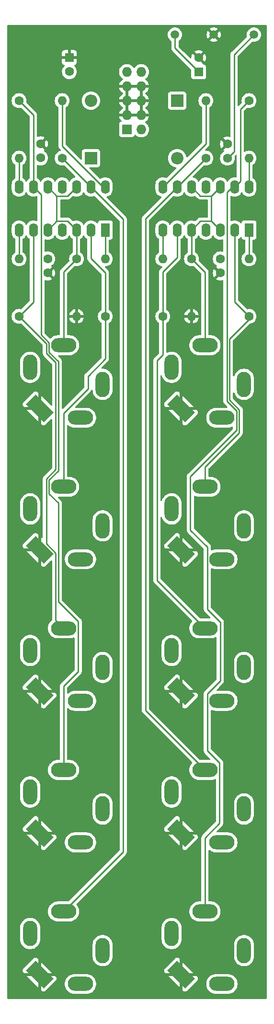
<source format=gbl>
G04 #@! TF.GenerationSoftware,KiCad,Pcbnew,7.0.0-rc2-unknown-92a61b187f~165~ubuntu22.04.1*
G04 #@! TF.CreationDate,2023-02-10T20:25:43-05:00*
G04 #@! TF.ProjectId,multiples,6d756c74-6970-46c6-9573-2e6b69636164,rev?*
G04 #@! TF.SameCoordinates,Original*
G04 #@! TF.FileFunction,Copper,L2,Bot*
G04 #@! TF.FilePolarity,Positive*
%FSLAX46Y46*%
G04 Gerber Fmt 4.6, Leading zero omitted, Abs format (unit mm)*
G04 Created by KiCad (PCBNEW 7.0.0-rc2-unknown-92a61b187f~165~ubuntu22.04.1) date 2023-02-10 20:25:43*
%MOMM*%
%LPD*%
G01*
G04 APERTURE LIST*
G04 Aperture macros list*
%AMRotRect*
0 Rectangle, with rotation*
0 The origin of the aperture is its center*
0 $1 length*
0 $2 width*
0 $3 Rotation angle, in degrees counterclockwise*
0 Add horizontal line*
21,1,$1,$2,0,0,$3*%
G04 Aperture macros list end*
G04 #@! TA.AperFunction,ComponentPad*
%ADD10O,2.500000X4.500001*%
G04 #@! TD*
G04 #@! TA.AperFunction,ComponentPad*
%ADD11O,4.500001X2.500001*%
G04 #@! TD*
G04 #@! TA.AperFunction,ComponentPad*
%ADD12RotRect,4.500001X2.500001X315.000000*%
G04 #@! TD*
G04 #@! TA.AperFunction,ComponentPad*
%ADD13O,4.500000X2.500000*%
G04 #@! TD*
G04 #@! TA.AperFunction,ComponentPad*
%ADD14O,2.500000X4.500000*%
G04 #@! TD*
G04 #@! TA.AperFunction,ComponentPad*
%ADD15C,1.500000*%
G04 #@! TD*
G04 #@! TA.AperFunction,ComponentPad*
%ADD16C,1.600000*%
G04 #@! TD*
G04 #@! TA.AperFunction,ComponentPad*
%ADD17O,1.600000X1.600000*%
G04 #@! TD*
G04 #@! TA.AperFunction,ComponentPad*
%ADD18R,1.600000X2.400000*%
G04 #@! TD*
G04 #@! TA.AperFunction,ComponentPad*
%ADD19O,1.600000X2.400000*%
G04 #@! TD*
G04 #@! TA.AperFunction,ComponentPad*
%ADD20R,1.727200X1.727200*%
G04 #@! TD*
G04 #@! TA.AperFunction,ComponentPad*
%ADD21O,1.727200X1.727200*%
G04 #@! TD*
G04 #@! TA.AperFunction,ComponentPad*
%ADD22R,1.600000X1.600000*%
G04 #@! TD*
G04 #@! TA.AperFunction,ComponentPad*
%ADD23R,2.200000X2.200000*%
G04 #@! TD*
G04 #@! TA.AperFunction,ComponentPad*
%ADD24O,2.200000X2.200000*%
G04 #@! TD*
G04 #@! TA.AperFunction,Conductor*
%ADD25C,0.250000*%
G04 #@! TD*
G04 APERTURE END LIST*
D10*
G04 #@! TO.P,J8,R*
G04 #@! TO.N,N/C*
X218899999Y-138499999D03*
D11*
G04 #@! TO.P,J8,RN*
X214999999Y-144399999D03*
D12*
G04 #@! TO.P,J8,S*
G04 #@! TO.N,GND*
X207759999Y-142739999D03*
D13*
G04 #@! TO.P,J8,T*
G04 #@! TO.N,Net-(U2A--)*
X211999999Y-131599999D03*
D14*
G04 #@! TO.P,J8,TN*
G04 #@! TO.N,N/C*
X206099999Y-135499999D03*
G04 #@! TD*
D10*
G04 #@! TO.P,J7,R*
G04 #@! TO.N,N/C*
X218899999Y-113499999D03*
D11*
G04 #@! TO.P,J7,RN*
X214999999Y-119399999D03*
D12*
G04 #@! TO.P,J7,S*
G04 #@! TO.N,GND*
X207759999Y-117739999D03*
D13*
G04 #@! TO.P,J7,T*
G04 #@! TO.N,Net-(U2A-+)*
X211999999Y-106599999D03*
D14*
G04 #@! TO.P,J7,TN*
G04 #@! TO.N,Net-(U1A-+)*
X206099999Y-110499999D03*
G04 #@! TD*
D10*
G04 #@! TO.P,J5,R*
G04 #@! TO.N,N/C*
X193899999Y-188499999D03*
D11*
G04 #@! TO.P,J5,RN*
X189999999Y-194399999D03*
D12*
G04 #@! TO.P,J5,S*
G04 #@! TO.N,GND*
X182759999Y-192739999D03*
D13*
G04 #@! TO.P,J5,T*
G04 #@! TO.N,Net-(U1C--)*
X186999999Y-181599999D03*
D14*
G04 #@! TO.P,J5,TN*
G04 #@! TO.N,N/C*
X181099999Y-185499999D03*
G04 #@! TD*
D15*
G04 #@! TO.P,TP3,1,1*
G04 #@! TO.N,GND*
X213550000Y-51740000D03*
G04 #@! TD*
G04 #@! TO.P,TP2,1,1*
G04 #@! TO.N,+12V*
X206680000Y-51740000D03*
G04 #@! TD*
D10*
G04 #@! TO.P,J9,R*
G04 #@! TO.N,N/C*
X218899999Y-163499999D03*
D11*
G04 #@! TO.P,J9,RN*
X214999999Y-169399999D03*
D12*
G04 #@! TO.P,J9,S*
G04 #@! TO.N,GND*
X207759999Y-167739999D03*
D13*
G04 #@! TO.P,J9,T*
G04 #@! TO.N,Net-(U2B--)*
X211999999Y-156599999D03*
D14*
G04 #@! TO.P,J9,TN*
G04 #@! TO.N,N/C*
X206099999Y-160499999D03*
G04 #@! TD*
D10*
G04 #@! TO.P,J4,R*
G04 #@! TO.N,N/C*
X193899999Y-163499999D03*
D11*
G04 #@! TO.P,J4,RN*
X189999999Y-169399999D03*
D12*
G04 #@! TO.P,J4,S*
G04 #@! TO.N,GND*
X182759999Y-167739999D03*
D13*
G04 #@! TO.P,J4,T*
G04 #@! TO.N,Net-(U1B--)*
X186999999Y-156599999D03*
D14*
G04 #@! TO.P,J4,TN*
G04 #@! TO.N,N/C*
X181099999Y-160499999D03*
G04 #@! TD*
D10*
G04 #@! TO.P,J3,R*
G04 #@! TO.N,N/C*
X193899999Y-138499999D03*
D11*
G04 #@! TO.P,J3,RN*
X189999999Y-144399999D03*
D12*
G04 #@! TO.P,J3,S*
G04 #@! TO.N,GND*
X182759999Y-142739999D03*
D13*
G04 #@! TO.P,J3,T*
G04 #@! TO.N,Net-(U1A--)*
X186999999Y-131599999D03*
D14*
G04 #@! TO.P,J3,TN*
G04 #@! TO.N,N/C*
X181099999Y-135499999D03*
G04 #@! TD*
D10*
G04 #@! TO.P,J10,R*
G04 #@! TO.N,N/C*
X218899999Y-188499999D03*
D11*
G04 #@! TO.P,J10,RN*
X214999999Y-194399999D03*
D12*
G04 #@! TO.P,J10,S*
G04 #@! TO.N,GND*
X207759999Y-192739999D03*
D13*
G04 #@! TO.P,J10,T*
G04 #@! TO.N,Net-(U2C--)*
X211999999Y-181599999D03*
D14*
G04 #@! TO.P,J10,TN*
G04 #@! TO.N,N/C*
X206099999Y-185499999D03*
G04 #@! TD*
D10*
G04 #@! TO.P,J6,R*
G04 #@! TO.N,N/C*
X193899999Y-213499999D03*
D11*
G04 #@! TO.P,J6,RN*
X189999999Y-219399999D03*
D12*
G04 #@! TO.P,J6,S*
G04 #@! TO.N,GND*
X182759999Y-217739999D03*
D13*
G04 #@! TO.P,J6,T*
G04 #@! TO.N,Net-(U1D--)*
X186999999Y-206599999D03*
D14*
G04 #@! TO.P,J6,TN*
G04 #@! TO.N,N/C*
X181099999Y-210499999D03*
G04 #@! TD*
D15*
G04 #@! TO.P,TP1,1,1*
G04 #@! TO.N,-12V*
X220650000Y-51740000D03*
G04 #@! TD*
D10*
G04 #@! TO.P,J11,R*
G04 #@! TO.N,N/C*
X218899999Y-213499999D03*
D11*
G04 #@! TO.P,J11,RN*
X214999999Y-219399999D03*
D12*
G04 #@! TO.P,J11,S*
G04 #@! TO.N,GND*
X207759999Y-217739999D03*
D13*
G04 #@! TO.P,J11,T*
G04 #@! TO.N,Net-(U2D--)*
X211999999Y-206599999D03*
D14*
G04 #@! TO.P,J11,TN*
G04 #@! TO.N,N/C*
X206099999Y-210499999D03*
G04 #@! TD*
D10*
G04 #@! TO.P,J2,R*
G04 #@! TO.N,N/C*
X193899999Y-113499999D03*
D11*
G04 #@! TO.P,J2,RN*
X189999999Y-119399999D03*
D12*
G04 #@! TO.P,J2,S*
G04 #@! TO.N,GND*
X182759999Y-117739999D03*
D13*
G04 #@! TO.P,J2,T*
G04 #@! TO.N,Net-(U1A-+)*
X186999999Y-106599999D03*
D14*
G04 #@! TO.P,J2,TN*
G04 #@! TO.N,N/C*
X181099999Y-110499999D03*
G04 #@! TD*
D16*
G04 #@! TO.P,R9,1*
G04 #@! TO.N,Net-(U2C--)*
X212160000Y-73560000D03*
D17*
G04 #@! TO.P,R9,2*
G04 #@! TO.N,Net-(R9-Pad2)*
X212159999Y-63399999D03*
G04 #@! TD*
D16*
G04 #@! TO.P,C6,1*
G04 #@! TO.N,GND*
X215970000Y-71060000D03*
G04 #@! TO.P,C6,2*
G04 #@! TO.N,-12V*
X215970000Y-73560000D03*
G04 #@! TD*
G04 #@! TO.P,R2,1*
G04 #@! TO.N,Net-(U1A--)*
X194380000Y-101500000D03*
D17*
G04 #@! TO.P,R2,2*
G04 #@! TO.N,Net-(R2-Pad2)*
X194379999Y-91339999D03*
G04 #@! TD*
D18*
G04 #@! TO.P,U2,1*
G04 #@! TO.N,Net-(R7-Pad2)*
X219779999Y-86259999D03*
D19*
G04 #@! TO.P,U2,2,-*
G04 #@! TO.N,Net-(U2A--)*
X217239999Y-86259999D03*
G04 #@! TO.P,U2,3,+*
G04 #@! TO.N,Net-(U2A-+)*
X214699999Y-86259999D03*
G04 #@! TO.P,U2,4,V+*
G04 #@! TO.N,+12V*
X212159999Y-86259999D03*
G04 #@! TO.P,U2,5,+*
G04 #@! TO.N,Net-(U2A-+)*
X209619999Y-86259999D03*
G04 #@! TO.P,U2,6,-*
G04 #@! TO.N,Net-(U2B--)*
X207079999Y-86259999D03*
G04 #@! TO.P,U2,7*
G04 #@! TO.N,Net-(R8-Pad2)*
X204539999Y-86259999D03*
G04 #@! TO.P,U2,8*
G04 #@! TO.N,Net-(R9-Pad2)*
X204539999Y-78639999D03*
G04 #@! TO.P,U2,9,-*
G04 #@! TO.N,Net-(U2C--)*
X207079999Y-78639999D03*
G04 #@! TO.P,U2,10,+*
G04 #@! TO.N,Net-(U2A-+)*
X209619999Y-78639999D03*
G04 #@! TO.P,U2,11,V-*
G04 #@! TO.N,-12V*
X212159999Y-78639999D03*
G04 #@! TO.P,U2,12,+*
G04 #@! TO.N,Net-(U2A-+)*
X214699999Y-78639999D03*
G04 #@! TO.P,U2,13,-*
G04 #@! TO.N,Net-(U2D--)*
X217239999Y-78639999D03*
G04 #@! TO.P,U2,14*
G04 #@! TO.N,Net-(R10-Pad2)*
X219779999Y-78639999D03*
G04 #@! TD*
D18*
G04 #@! TO.P,U1,1*
G04 #@! TO.N,Net-(R2-Pad2)*
X194379999Y-86259999D03*
D19*
G04 #@! TO.P,U1,2,-*
G04 #@! TO.N,Net-(U1A--)*
X191839999Y-86259999D03*
G04 #@! TO.P,U1,3,+*
G04 #@! TO.N,Net-(U1A-+)*
X189299999Y-86259999D03*
G04 #@! TO.P,U1,4,V+*
G04 #@! TO.N,+12V*
X186759999Y-86259999D03*
G04 #@! TO.P,U1,5,+*
G04 #@! TO.N,Net-(U1A-+)*
X184219999Y-86259999D03*
G04 #@! TO.P,U1,6,-*
G04 #@! TO.N,Net-(U1B--)*
X181679999Y-86259999D03*
G04 #@! TO.P,U1,7*
G04 #@! TO.N,Net-(R3-Pad2)*
X179139999Y-86259999D03*
G04 #@! TO.P,U1,8*
G04 #@! TO.N,Net-(R4-Pad2)*
X179139999Y-78639999D03*
G04 #@! TO.P,U1,9,-*
G04 #@! TO.N,Net-(U1C--)*
X181679999Y-78639999D03*
G04 #@! TO.P,U1,10,+*
G04 #@! TO.N,Net-(U1A-+)*
X184219999Y-78639999D03*
G04 #@! TO.P,U1,11,V-*
G04 #@! TO.N,-12V*
X186759999Y-78639999D03*
G04 #@! TO.P,U1,12,+*
G04 #@! TO.N,Net-(U1A-+)*
X189299999Y-78639999D03*
G04 #@! TO.P,U1,13,-*
G04 #@! TO.N,Net-(U1D--)*
X191839999Y-78639999D03*
G04 #@! TO.P,U1,14*
G04 #@! TO.N,Net-(R5-Pad2)*
X194379999Y-78639999D03*
G04 #@! TD*
D16*
G04 #@! TO.P,C5,1*
G04 #@! TO.N,+12V*
X214700000Y-91340000D03*
G04 #@! TO.P,C5,2*
G04 #@! TO.N,GND*
X214700000Y-93840000D03*
G04 #@! TD*
G04 #@! TO.P,R4,1*
G04 #@! TO.N,Net-(U1C--)*
X179140000Y-63400000D03*
D17*
G04 #@! TO.P,R4,2*
G04 #@! TO.N,Net-(R4-Pad2)*
X179139999Y-73559999D03*
G04 #@! TD*
D16*
G04 #@! TO.P,R6,1*
G04 #@! TO.N,Net-(U2A-+)*
X209620000Y-91340000D03*
D17*
G04 #@! TO.P,R6,2*
G04 #@! TO.N,GND*
X209619999Y-101499999D03*
G04 #@! TD*
D16*
G04 #@! TO.P,R5,1*
G04 #@! TO.N,Net-(U1D--)*
X186760000Y-73560000D03*
D17*
G04 #@! TO.P,R5,2*
G04 #@! TO.N,Net-(R5-Pad2)*
X186759999Y-63399999D03*
G04 #@! TD*
D20*
G04 #@! TO.P,J1,1,-12V*
G04 #@! TO.N,/-12_IN*
X198189999Y-68479999D03*
D21*
G04 #@! TO.P,J1,2,-12V*
X200729999Y-68479999D03*
G04 #@! TO.P,J1,3,GND*
G04 #@! TO.N,GND*
X198189999Y-65939999D03*
G04 #@! TO.P,J1,4,GND*
X200729999Y-65939999D03*
G04 #@! TO.P,J1,5,GND*
X198189999Y-63399999D03*
G04 #@! TO.P,J1,6,GND*
X200729999Y-63399999D03*
G04 #@! TO.P,J1,7,GND*
X198189999Y-60859999D03*
G04 #@! TO.P,J1,8,GND*
X200729999Y-60859999D03*
G04 #@! TO.P,J1,9,+12V*
G04 #@! TO.N,/+12_IN*
X198189999Y-58319999D03*
G04 #@! TO.P,J1,10,+12V*
X200729999Y-58319999D03*
G04 #@! TD*
D16*
G04 #@! TO.P,R3,1*
G04 #@! TO.N,Net-(U1B--)*
X179140000Y-101500000D03*
D17*
G04 #@! TO.P,R3,2*
G04 #@! TO.N,Net-(R3-Pad2)*
X179139999Y-91339999D03*
G04 #@! TD*
D16*
G04 #@! TO.P,C4,1*
G04 #@! TO.N,GND*
X182950000Y-71020000D03*
G04 #@! TO.P,C4,2*
G04 #@! TO.N,-12V*
X182950000Y-73520000D03*
G04 #@! TD*
G04 #@! TO.P,R1,1*
G04 #@! TO.N,Net-(U1A-+)*
X189300000Y-91340000D03*
D17*
G04 #@! TO.P,R1,2*
G04 #@! TO.N,GND*
X189299999Y-101499999D03*
G04 #@! TD*
D16*
G04 #@! TO.P,R10,1*
G04 #@! TO.N,Net-(U2D--)*
X219780000Y-63400000D03*
D17*
G04 #@! TO.P,R10,2*
G04 #@! TO.N,Net-(R10-Pad2)*
X219779999Y-73559999D03*
G04 #@! TD*
D16*
G04 #@! TO.P,R8,1*
G04 #@! TO.N,Net-(U2B--)*
X204540000Y-101500000D03*
D17*
G04 #@! TO.P,R8,2*
G04 #@! TO.N,Net-(R8-Pad2)*
X204539999Y-91339999D03*
G04 #@! TD*
D16*
G04 #@! TO.P,C3,1*
G04 #@! TO.N,+12V*
X184220000Y-91340000D03*
G04 #@! TO.P,C3,2*
G04 #@! TO.N,GND*
X184220000Y-93840000D03*
G04 #@! TD*
D22*
G04 #@! TO.P,C2,1*
G04 #@! TO.N,GND*
X188029999Y-55779999D03*
D16*
G04 #@! TO.P,C2,2*
G04 #@! TO.N,-12V*
X188030000Y-58280000D03*
G04 #@! TD*
G04 #@! TO.P,R7,1*
G04 #@! TO.N,Net-(U2A--)*
X219780000Y-101500000D03*
D17*
G04 #@! TO.P,R7,2*
G04 #@! TO.N,Net-(R7-Pad2)*
X219779999Y-91339999D03*
G04 #@! TD*
D22*
G04 #@! TO.P,C1,1*
G04 #@! TO.N,+12V*
X210889999Y-58319999D03*
D16*
G04 #@! TO.P,C1,2*
G04 #@! TO.N,GND*
X210890000Y-55820000D03*
G04 #@! TD*
D23*
G04 #@! TO.P,D2,1,K*
G04 #@! TO.N,/-12_IN*
X191839999Y-73559999D03*
D24*
G04 #@! TO.P,D2,2,A*
G04 #@! TO.N,-12V*
X191839999Y-63399999D03*
G04 #@! TD*
D23*
G04 #@! TO.P,D1,1,K*
G04 #@! TO.N,+12V*
X207079999Y-63399999D03*
D24*
G04 #@! TO.P,D1,2,A*
G04 #@! TO.N,/+12_IN*
X207079999Y-73559999D03*
G04 #@! TD*
D25*
G04 #@! TO.N,+12V*
X206680000Y-51740000D02*
X206680000Y-54110000D01*
X206680000Y-54110000D02*
X210890000Y-58320000D01*
G04 #@! TO.N,-12V*
X217145000Y-55245000D02*
X217145000Y-72385000D01*
X220650000Y-51740000D02*
X217145000Y-55245000D01*
X217145000Y-72385000D02*
X215970000Y-73560000D01*
G04 #@! TO.N,Net-(U1A-+)*
X189300000Y-91340000D02*
X189300000Y-86260000D01*
X185795010Y-80215010D02*
X184220000Y-78640000D01*
X189300000Y-91340000D02*
X187000000Y-93640000D01*
X187000000Y-93640000D02*
X187000000Y-106600000D01*
X187724990Y-80215010D02*
X185795010Y-80215010D01*
X187724990Y-84684990D02*
X189300000Y-86260000D01*
X189300000Y-78640000D02*
X187724990Y-80215010D01*
X184220000Y-86260000D02*
X185795010Y-84684990D01*
X185795010Y-80215010D02*
X185795010Y-84684990D01*
X185795010Y-84684990D02*
X187724990Y-84684990D01*
G04 #@! TO.N,Net-(U1A--)*
X194380000Y-108998000D02*
X191324999Y-112053001D01*
X191840000Y-91256000D02*
X191840000Y-86260000D01*
X194380000Y-101500000D02*
X194380000Y-93796000D01*
X187000000Y-118588998D02*
X187000000Y-131600000D01*
X191324999Y-114263999D02*
X187000000Y-118588998D01*
X194380000Y-101500000D02*
X194380000Y-108998000D01*
X191324999Y-112053001D02*
X191324999Y-114263999D01*
X194380000Y-93796000D02*
X191840000Y-91256000D01*
G04 #@! TO.N,Net-(U1B--)*
X183974988Y-106334988D02*
X183974988Y-108022401D01*
X179140000Y-101500000D02*
X183974988Y-106334988D01*
X179140000Y-101500000D02*
X181680000Y-98960000D01*
X181680000Y-98960000D02*
X181680000Y-86260000D01*
X185609874Y-143291776D02*
X185609874Y-155209874D01*
X183974988Y-130177599D02*
X183974988Y-141656890D01*
X185609874Y-128542713D02*
X183974988Y-130177599D01*
X185609874Y-155209874D02*
X187000000Y-156600000D01*
X185609874Y-109657287D02*
X185609874Y-128542713D01*
X183974988Y-141656890D02*
X185609874Y-143291776D01*
X183974988Y-108022401D02*
X185609874Y-109657287D01*
G04 #@! TO.N,Net-(U1C--)*
X187000000Y-166804997D02*
X187000000Y-181600000D01*
X184424999Y-130363999D02*
X184424999Y-132836001D01*
X186059375Y-128729623D02*
X184424999Y-130363999D01*
X189575001Y-164229996D02*
X187000000Y-166804997D01*
X184424999Y-132836001D02*
X186059375Y-134470377D01*
X183019011Y-79979011D02*
X183019011Y-104742600D01*
X186059375Y-151848373D02*
X189575001Y-155363999D01*
X184424999Y-107836001D02*
X186059375Y-109470377D01*
X189575001Y-155363999D02*
X189575001Y-164229996D01*
X181680000Y-65940000D02*
X181680000Y-78640000D01*
X184424999Y-106148588D02*
X184424999Y-107836001D01*
X179140000Y-63400000D02*
X181680000Y-65940000D01*
X186059375Y-134470377D02*
X186059375Y-151848373D01*
X181680000Y-78640000D02*
X183019011Y-79979011D01*
X183019011Y-104742600D02*
X184424999Y-106148588D01*
X186059375Y-109470377D02*
X186059375Y-128729623D01*
G04 #@! TO.N,Net-(U1D--)*
X186760000Y-73560000D02*
X191840000Y-78640000D01*
X197536000Y-84336000D02*
X197536000Y-196064000D01*
X197536000Y-196064000D02*
X187000000Y-206600000D01*
X191840000Y-78640000D02*
X197536000Y-84336000D01*
G04 #@! TO.N,Net-(U2A-+)*
X211195010Y-80215010D02*
X213124990Y-80215010D01*
X209620000Y-91340000D02*
X212000000Y-93720000D01*
X213124990Y-80215010D02*
X213124990Y-84684990D01*
X213124990Y-80215010D02*
X214700000Y-78640000D01*
X209620000Y-91340000D02*
X209620000Y-86260000D01*
X212000000Y-93720000D02*
X212000000Y-106600000D01*
X211195010Y-84684990D02*
X213124990Y-84684990D01*
X213124990Y-84684990D02*
X214700000Y-86260000D01*
X209620000Y-86260000D02*
X211195010Y-84684990D01*
X209620000Y-78640000D02*
X211195010Y-80215010D01*
G04 #@! TO.N,Net-(U2A--)*
X219780000Y-101500000D02*
X219780000Y-102013000D01*
X218025012Y-122055988D02*
X212000000Y-128081000D01*
X219780000Y-101500000D02*
X217240000Y-98960000D01*
X212000000Y-128081000D02*
X212000000Y-131600000D01*
X216324999Y-116277587D02*
X218025012Y-117977599D01*
X217240000Y-98960000D02*
X217240000Y-86260000D01*
X218025012Y-117977599D02*
X218025012Y-122055988D01*
X216324999Y-105468001D02*
X216324999Y-116277587D01*
X219780000Y-102013000D02*
X216324999Y-105468001D01*
G04 #@! TO.N,Net-(U2B--)*
X204540000Y-101500000D02*
X204540000Y-108248998D01*
X204540000Y-93631000D02*
X207080000Y-91091000D01*
X207080000Y-91091000D02*
X207080000Y-86260000D01*
X204540000Y-101500000D02*
X204540000Y-93631000D01*
X203524999Y-148124999D02*
X212000000Y-156600000D01*
X204540000Y-108248998D02*
X203524999Y-109263999D01*
X203524999Y-109263999D02*
X203524999Y-148124999D01*
G04 #@! TO.N,Net-(U2C--)*
X201473000Y-84247000D02*
X201473000Y-171073000D01*
X212160000Y-73560000D02*
X207080000Y-78640000D01*
X207080000Y-78640000D02*
X201473000Y-84247000D01*
X201473000Y-171073000D02*
X212000000Y-181600000D01*
G04 #@! TO.N,Net-(U2D--)*
X209424999Y-129762001D02*
X209424999Y-139229996D01*
X216840000Y-78640000D02*
X215874988Y-79605012D01*
X218256000Y-77624000D02*
X217240000Y-78640000D01*
X212424999Y-142229997D02*
X212424999Y-153213997D01*
X219780000Y-63400000D02*
X218256000Y-64924000D01*
X214575001Y-180363999D02*
X214575001Y-191013997D01*
X212000000Y-193588998D02*
X212000000Y-206600000D01*
X214700000Y-165888998D02*
X212424999Y-168163999D01*
X212424999Y-168163999D02*
X212424999Y-178213997D01*
X215874988Y-79605012D02*
X215874988Y-116463986D01*
X217575001Y-121611999D02*
X209424999Y-129762001D01*
X212424999Y-153213997D02*
X214700000Y-155488998D01*
X218256000Y-64924000D02*
X218256000Y-77624000D01*
X217575001Y-118163999D02*
X217575001Y-121611999D01*
X209424999Y-139229996D02*
X212424999Y-142229997D01*
X215874988Y-116463986D02*
X217575001Y-118163999D01*
X214700000Y-155488998D02*
X214700000Y-165888998D01*
X214575001Y-191013997D02*
X212000000Y-193588998D01*
X212424999Y-178213997D02*
X214575001Y-180363999D01*
X217240000Y-78640000D02*
X216840000Y-78640000D01*
G04 #@! TO.N,Net-(R2-Pad2)*
X194380000Y-91340000D02*
X194380000Y-86260000D01*
G04 #@! TO.N,Net-(R3-Pad2)*
X179140000Y-91340000D02*
X179140000Y-86260000D01*
G04 #@! TO.N,Net-(R4-Pad2)*
X179140000Y-73560000D02*
X179140000Y-78640000D01*
G04 #@! TO.N,Net-(R5-Pad2)*
X193956000Y-78640000D02*
X194380000Y-78640000D01*
X186760000Y-63400000D02*
X186760000Y-71444000D01*
X186760000Y-71444000D02*
X193956000Y-78640000D01*
G04 #@! TO.N,Net-(R7-Pad2)*
X219780000Y-91340000D02*
X219780000Y-86260000D01*
G04 #@! TO.N,Net-(R8-Pad2)*
X204540000Y-91340000D02*
X204540000Y-86260000D01*
G04 #@! TO.N,Net-(R9-Pad2)*
X212160000Y-63400000D02*
X212160000Y-71020000D01*
X212160000Y-71020000D02*
X204540000Y-78640000D01*
G04 #@! TO.N,Net-(R10-Pad2)*
X219780000Y-73560000D02*
X219780000Y-78640000D01*
G04 #@! TD*
G04 #@! TA.AperFunction,Conductor*
G04 #@! TO.N,GND*
G36*
X208417700Y-79604525D02*
G01*
X208464195Y-79657543D01*
X208480149Y-79691758D01*
X208480151Y-79691761D01*
X208482477Y-79696749D01*
X208485630Y-79701252D01*
X208485633Y-79701257D01*
X208562123Y-79810496D01*
X208613802Y-79884300D01*
X208775700Y-80046198D01*
X208963251Y-80177523D01*
X209170757Y-80274284D01*
X209391913Y-80333543D01*
X209620000Y-80353498D01*
X209848087Y-80333543D01*
X210069243Y-80274284D01*
X210186471Y-80219619D01*
X210236055Y-80207867D01*
X210286240Y-80216716D01*
X210328815Y-80244719D01*
X210691352Y-80607256D01*
X210698894Y-80615543D01*
X210703010Y-80622028D01*
X210708789Y-80627454D01*
X210708790Y-80627456D01*
X210752677Y-80668668D01*
X210755518Y-80671422D01*
X210775241Y-80691145D01*
X210778369Y-80693571D01*
X210778370Y-80693572D01*
X210778424Y-80693614D01*
X210787456Y-80701327D01*
X210819689Y-80731596D01*
X210826634Y-80735414D01*
X210837440Y-80741355D01*
X210853966Y-80752211D01*
X210863700Y-80759761D01*
X210863702Y-80759762D01*
X210869970Y-80764624D01*
X210910540Y-80782180D01*
X210921196Y-80787400D01*
X210953003Y-80804886D01*
X210959950Y-80808705D01*
X210979576Y-80813744D01*
X210998269Y-80820144D01*
X211016865Y-80828191D01*
X211024696Y-80829431D01*
X211024699Y-80829432D01*
X211041138Y-80832035D01*
X211060535Y-80835107D01*
X211072135Y-80837508D01*
X211114980Y-80848510D01*
X211135234Y-80848510D01*
X211154944Y-80850060D01*
X211174953Y-80853230D01*
X211218971Y-80849068D01*
X211230829Y-80848510D01*
X212365490Y-80848510D01*
X212428490Y-80865391D01*
X212474609Y-80911510D01*
X212491490Y-80974510D01*
X212491490Y-83925490D01*
X212474609Y-83988490D01*
X212428490Y-84034609D01*
X212365490Y-84051490D01*
X211273778Y-84051490D01*
X211262594Y-84050962D01*
X211255102Y-84049288D01*
X211247176Y-84049537D01*
X211187012Y-84051428D01*
X211183054Y-84051490D01*
X211155154Y-84051490D01*
X211151229Y-84051985D01*
X211151208Y-84051987D01*
X211151134Y-84051997D01*
X211139323Y-84052926D01*
X211103045Y-84054066D01*
X211103037Y-84054067D01*
X211095121Y-84054316D01*
X211087507Y-84056527D01*
X211087505Y-84056528D01*
X211075659Y-84059969D01*
X211056313Y-84063976D01*
X211044070Y-84065523D01*
X211044068Y-84065523D01*
X211036213Y-84066516D01*
X211028853Y-84069429D01*
X211028848Y-84069431D01*
X210995103Y-84082791D01*
X210983881Y-84086633D01*
X210949028Y-84096759D01*
X210949023Y-84096760D01*
X210941417Y-84098971D01*
X210934597Y-84103003D01*
X210934595Y-84103005D01*
X210923973Y-84109287D01*
X210906224Y-84117981D01*
X210894770Y-84122516D01*
X210894762Y-84122519D01*
X210887393Y-84125438D01*
X210880978Y-84130097D01*
X210880977Y-84130099D01*
X210851623Y-84151425D01*
X210841709Y-84157937D01*
X210810470Y-84176413D01*
X210810468Y-84176414D01*
X210803648Y-84180448D01*
X210798049Y-84186045D01*
X210798042Y-84186052D01*
X210789318Y-84194776D01*
X210774297Y-84207605D01*
X210764317Y-84214856D01*
X210764308Y-84214863D01*
X210757903Y-84219518D01*
X210752855Y-84225618D01*
X210752846Y-84225628D01*
X210729710Y-84253594D01*
X210721723Y-84262371D01*
X210328815Y-84655279D01*
X210286240Y-84683282D01*
X210236056Y-84692131D01*
X210186471Y-84680379D01*
X210074230Y-84628041D01*
X210074225Y-84628039D01*
X210069243Y-84625716D01*
X209848087Y-84566457D01*
X209842611Y-84565977D01*
X209842606Y-84565977D01*
X209625475Y-84546981D01*
X209620000Y-84546502D01*
X209614525Y-84546981D01*
X209397393Y-84565977D01*
X209397386Y-84565978D01*
X209391913Y-84566457D01*
X209386599Y-84567880D01*
X209386598Y-84567881D01*
X209176067Y-84624293D01*
X209176065Y-84624293D01*
X209170757Y-84625716D01*
X209165779Y-84628036D01*
X209165774Y-84628039D01*
X208968238Y-84720151D01*
X208968233Y-84720153D01*
X208963251Y-84722477D01*
X208958752Y-84725627D01*
X208958742Y-84725633D01*
X208780211Y-84850643D01*
X208780208Y-84850645D01*
X208775700Y-84853802D01*
X208771808Y-84857693D01*
X208771802Y-84857699D01*
X208617699Y-85011802D01*
X208617693Y-85011808D01*
X208613802Y-85015700D01*
X208610645Y-85020208D01*
X208610643Y-85020211D01*
X208485633Y-85198742D01*
X208485627Y-85198752D01*
X208482477Y-85203251D01*
X208480153Y-85208233D01*
X208480151Y-85208238D01*
X208464195Y-85242457D01*
X208417700Y-85295474D01*
X208350000Y-85315207D01*
X208282300Y-85295474D01*
X208235805Y-85242457D01*
X208219848Y-85208238D01*
X208217523Y-85203251D01*
X208086198Y-85015700D01*
X207924300Y-84853802D01*
X207850496Y-84802123D01*
X207741257Y-84725633D01*
X207741252Y-84725630D01*
X207736749Y-84722477D01*
X207726430Y-84717665D01*
X207534225Y-84628039D01*
X207534223Y-84628038D01*
X207529243Y-84625716D01*
X207308087Y-84566457D01*
X207302611Y-84565977D01*
X207302606Y-84565977D01*
X207085475Y-84546981D01*
X207080000Y-84546502D01*
X207074525Y-84546981D01*
X206857393Y-84565977D01*
X206857386Y-84565978D01*
X206851913Y-84566457D01*
X206846599Y-84567880D01*
X206846598Y-84567881D01*
X206636067Y-84624293D01*
X206636065Y-84624293D01*
X206630757Y-84625716D01*
X206625779Y-84628036D01*
X206625774Y-84628039D01*
X206428238Y-84720151D01*
X206428233Y-84720153D01*
X206423251Y-84722477D01*
X206418752Y-84725627D01*
X206418742Y-84725633D01*
X206240211Y-84850643D01*
X206240208Y-84850645D01*
X206235700Y-84853802D01*
X206231808Y-84857693D01*
X206231802Y-84857699D01*
X206077699Y-85011802D01*
X206077693Y-85011808D01*
X206073802Y-85015700D01*
X206070645Y-85020208D01*
X206070643Y-85020211D01*
X205945633Y-85198742D01*
X205945627Y-85198752D01*
X205942477Y-85203251D01*
X205940153Y-85208233D01*
X205940151Y-85208238D01*
X205924195Y-85242457D01*
X205877700Y-85295474D01*
X205810000Y-85315207D01*
X205742300Y-85295474D01*
X205695805Y-85242457D01*
X205679848Y-85208238D01*
X205677523Y-85203251D01*
X205546198Y-85015700D01*
X205384300Y-84853802D01*
X205310496Y-84802123D01*
X205201257Y-84725633D01*
X205201252Y-84725630D01*
X205196749Y-84722477D01*
X205186430Y-84717665D01*
X204994225Y-84628039D01*
X204994223Y-84628038D01*
X204989243Y-84625716D01*
X204768087Y-84566457D01*
X204762611Y-84565977D01*
X204762606Y-84565977D01*
X204545475Y-84546981D01*
X204540000Y-84546502D01*
X204534525Y-84546981D01*
X204317393Y-84565977D01*
X204317386Y-84565978D01*
X204311913Y-84566457D01*
X204306599Y-84567880D01*
X204306598Y-84567881D01*
X204096067Y-84624293D01*
X204096065Y-84624293D01*
X204090757Y-84625716D01*
X204085779Y-84628036D01*
X204085774Y-84628039D01*
X203888238Y-84720151D01*
X203888233Y-84720153D01*
X203883251Y-84722477D01*
X203878752Y-84725627D01*
X203878742Y-84725633D01*
X203700211Y-84850643D01*
X203700208Y-84850645D01*
X203695700Y-84853802D01*
X203691808Y-84857693D01*
X203691802Y-84857699D01*
X203537699Y-85011802D01*
X203537693Y-85011808D01*
X203533802Y-85015700D01*
X203530645Y-85020208D01*
X203530643Y-85020211D01*
X203405633Y-85198742D01*
X203405627Y-85198752D01*
X203402477Y-85203251D01*
X203400153Y-85208233D01*
X203400151Y-85208238D01*
X203308039Y-85405774D01*
X203308036Y-85405779D01*
X203305716Y-85410757D01*
X203246457Y-85631913D01*
X203245978Y-85637386D01*
X203245977Y-85637393D01*
X203231738Y-85800149D01*
X203231500Y-85802873D01*
X203231500Y-86717127D01*
X203246457Y-86888087D01*
X203305716Y-87109243D01*
X203308038Y-87114223D01*
X203308039Y-87114225D01*
X203384195Y-87277543D01*
X203402477Y-87316749D01*
X203405630Y-87321252D01*
X203405633Y-87321257D01*
X203482123Y-87430496D01*
X203533802Y-87504300D01*
X203695700Y-87666198D01*
X203763136Y-87713417D01*
X203852771Y-87776181D01*
X203892263Y-87821214D01*
X203906500Y-87879394D01*
X203906500Y-90120606D01*
X203892263Y-90178786D01*
X203852771Y-90223819D01*
X203700211Y-90330643D01*
X203700208Y-90330645D01*
X203695700Y-90333802D01*
X203691808Y-90337693D01*
X203691802Y-90337699D01*
X203537699Y-90491802D01*
X203537693Y-90491808D01*
X203533802Y-90495700D01*
X203530645Y-90500208D01*
X203530643Y-90500211D01*
X203405633Y-90678742D01*
X203405627Y-90678752D01*
X203402477Y-90683251D01*
X203400153Y-90688233D01*
X203400151Y-90688238D01*
X203308039Y-90885774D01*
X203308036Y-90885779D01*
X203305716Y-90890757D01*
X203246457Y-91111913D01*
X203245978Y-91117386D01*
X203245977Y-91117393D01*
X203230011Y-91299888D01*
X203226502Y-91340000D01*
X203226981Y-91345475D01*
X203245977Y-91562606D01*
X203245977Y-91562611D01*
X203246457Y-91568087D01*
X203305716Y-91789243D01*
X203402477Y-91996749D01*
X203405630Y-92001252D01*
X203405633Y-92001257D01*
X203482123Y-92110496D01*
X203533802Y-92184300D01*
X203695700Y-92346198D01*
X203883251Y-92477523D01*
X204090757Y-92574284D01*
X204311913Y-92633543D01*
X204345851Y-92636512D01*
X204411573Y-92662070D01*
X204453271Y-92718938D01*
X204457883Y-92789304D01*
X204423965Y-92851128D01*
X204147742Y-93127351D01*
X204139459Y-93134888D01*
X204132982Y-93139000D01*
X204127563Y-93144769D01*
X204127555Y-93144777D01*
X204086370Y-93188635D01*
X204083621Y-93191472D01*
X204066667Y-93208427D01*
X204066660Y-93208434D01*
X204063865Y-93211230D01*
X204061442Y-93214352D01*
X204061426Y-93214371D01*
X204061365Y-93214451D01*
X204053690Y-93223435D01*
X204028838Y-93249902D01*
X204028835Y-93249904D01*
X204023414Y-93255679D01*
X204019600Y-93262614D01*
X204019592Y-93262627D01*
X204013650Y-93273436D01*
X204002803Y-93289949D01*
X203995243Y-93299695D01*
X203995237Y-93299704D01*
X203990386Y-93305959D01*
X203987242Y-93313223D01*
X203987238Y-93313231D01*
X203972824Y-93346540D01*
X203967604Y-93357195D01*
X203950125Y-93388989D01*
X203950121Y-93388997D01*
X203946305Y-93395940D01*
X203944333Y-93403616D01*
X203944331Y-93403624D01*
X203941266Y-93415562D01*
X203934865Y-93434259D01*
X203929968Y-93445576D01*
X203929966Y-93445581D01*
X203926819Y-93452855D01*
X203925579Y-93460680D01*
X203925577Y-93460689D01*
X203919901Y-93496524D01*
X203917495Y-93508144D01*
X203908471Y-93543289D01*
X203908469Y-93543297D01*
X203906500Y-93550970D01*
X203906500Y-93558899D01*
X203906500Y-93571224D01*
X203904949Y-93590935D01*
X203903019Y-93603114D01*
X203903018Y-93603121D01*
X203901780Y-93610943D01*
X203902525Y-93618826D01*
X203902525Y-93618834D01*
X203905941Y-93654961D01*
X203906500Y-93666819D01*
X203906500Y-100280606D01*
X203892263Y-100338786D01*
X203852771Y-100383819D01*
X203700211Y-100490643D01*
X203700208Y-100490645D01*
X203695700Y-100493802D01*
X203691808Y-100497693D01*
X203691802Y-100497699D01*
X203537699Y-100651802D01*
X203537693Y-100651808D01*
X203533802Y-100655700D01*
X203530645Y-100660208D01*
X203530643Y-100660211D01*
X203405633Y-100838742D01*
X203405627Y-100838752D01*
X203402477Y-100843251D01*
X203400153Y-100848233D01*
X203400151Y-100848238D01*
X203308039Y-101045774D01*
X203308036Y-101045779D01*
X203305716Y-101050757D01*
X203304293Y-101056065D01*
X203304293Y-101056067D01*
X203257846Y-101229410D01*
X203246457Y-101271913D01*
X203245978Y-101277386D01*
X203245977Y-101277393D01*
X203226988Y-101494443D01*
X203226502Y-101500000D01*
X203226981Y-101505475D01*
X203245977Y-101722606D01*
X203245977Y-101722611D01*
X203246457Y-101728087D01*
X203305716Y-101949243D01*
X203402477Y-102156749D01*
X203405630Y-102161252D01*
X203405633Y-102161257D01*
X203427944Y-102193120D01*
X203533802Y-102344300D01*
X203695700Y-102506198D01*
X203795586Y-102576139D01*
X203852771Y-102616181D01*
X203892263Y-102661214D01*
X203906500Y-102719394D01*
X203906500Y-107934402D01*
X203896909Y-107982620D01*
X203869595Y-108023498D01*
X203132735Y-108760356D01*
X203124457Y-108767888D01*
X203117981Y-108771999D01*
X203112558Y-108777773D01*
X203112554Y-108777777D01*
X203071369Y-108821634D01*
X203068620Y-108824471D01*
X203051666Y-108841426D01*
X203051659Y-108841433D01*
X203048864Y-108844229D01*
X203046441Y-108847351D01*
X203046425Y-108847370D01*
X203046364Y-108847450D01*
X203038689Y-108856434D01*
X203013837Y-108882901D01*
X203013834Y-108882903D01*
X203008413Y-108888678D01*
X203004599Y-108895613D01*
X203004591Y-108895626D01*
X202998649Y-108906435D01*
X202987802Y-108922948D01*
X202980242Y-108932694D01*
X202980236Y-108932703D01*
X202975385Y-108938958D01*
X202972241Y-108946222D01*
X202972237Y-108946230D01*
X202957823Y-108979539D01*
X202952603Y-108990194D01*
X202935124Y-109021988D01*
X202935120Y-109021996D01*
X202931304Y-109028939D01*
X202929332Y-109036615D01*
X202929330Y-109036623D01*
X202926265Y-109048561D01*
X202919864Y-109067258D01*
X202914967Y-109078575D01*
X202914965Y-109078580D01*
X202911818Y-109085854D01*
X202910578Y-109093679D01*
X202910576Y-109093688D01*
X202904900Y-109129523D01*
X202902494Y-109141143D01*
X202893470Y-109176288D01*
X202893468Y-109176296D01*
X202891499Y-109183969D01*
X202891499Y-109191898D01*
X202891499Y-109204223D01*
X202889948Y-109223934D01*
X202888018Y-109236113D01*
X202888017Y-109236120D01*
X202886779Y-109243942D01*
X202887524Y-109251825D01*
X202887524Y-109251833D01*
X202890940Y-109287960D01*
X202891499Y-109299818D01*
X202891499Y-148046232D01*
X202890971Y-148057415D01*
X202889297Y-148064908D01*
X202889546Y-148072832D01*
X202889546Y-148072834D01*
X202891437Y-148132985D01*
X202891499Y-148136944D01*
X202891499Y-148164855D01*
X202891994Y-148168773D01*
X202891996Y-148168805D01*
X202892007Y-148168887D01*
X202892936Y-148180696D01*
X202894076Y-148216968D01*
X202894077Y-148216975D01*
X202894326Y-148224888D01*
X202896536Y-148232497D01*
X202896537Y-148232499D01*
X202899977Y-148244341D01*
X202903985Y-148263692D01*
X202906525Y-148283796D01*
X202909443Y-148291168D01*
X202909444Y-148291169D01*
X202922799Y-148324900D01*
X202926644Y-148336129D01*
X202936770Y-148370985D01*
X202936772Y-148370991D01*
X202938981Y-148378592D01*
X202943013Y-148385410D01*
X202943014Y-148385412D01*
X202949292Y-148396028D01*
X202957989Y-148413781D01*
X202965447Y-148432616D01*
X202970106Y-148439029D01*
X202970107Y-148439030D01*
X202991431Y-148468380D01*
X202997947Y-148478300D01*
X203016421Y-148509537D01*
X203020457Y-148516361D01*
X203026062Y-148521966D01*
X203034777Y-148530681D01*
X203047617Y-148545714D01*
X203059527Y-148562106D01*
X203065634Y-148567158D01*
X203065635Y-148567159D01*
X203093597Y-148590291D01*
X203102377Y-148598281D01*
X209719958Y-155215862D01*
X209752154Y-155270831D01*
X209753345Y-155334523D01*
X209723228Y-155390658D01*
X209624505Y-155497056D01*
X209624491Y-155497072D01*
X209621294Y-155500519D01*
X209618644Y-155504405D01*
X209618635Y-155504417D01*
X209475480Y-155714387D01*
X209475474Y-155714395D01*
X209472824Y-155718284D01*
X209470784Y-155722518D01*
X209470777Y-155722532D01*
X209360514Y-155951496D01*
X209360510Y-155951503D01*
X209358468Y-155955746D01*
X209357082Y-155960238D01*
X209357077Y-155960252D01*
X209282170Y-156203098D01*
X209282168Y-156203106D01*
X209280782Y-156207600D01*
X209280081Y-156212250D01*
X209280080Y-156212255D01*
X209242202Y-156463557D01*
X209242201Y-156463566D01*
X209241500Y-156468219D01*
X209241500Y-156731781D01*
X209242201Y-156736434D01*
X209242202Y-156736442D01*
X209280080Y-156987744D01*
X209280782Y-156992400D01*
X209358468Y-157244254D01*
X209360509Y-157248493D01*
X209360513Y-157248502D01*
X209470776Y-157477463D01*
X209472824Y-157481715D01*
X209621294Y-157699481D01*
X209624494Y-157702930D01*
X209624499Y-157702936D01*
X209660933Y-157742202D01*
X209800562Y-157892686D01*
X210006624Y-158057015D01*
X210234876Y-158188796D01*
X210239265Y-158190518D01*
X210239268Y-158190520D01*
X210322630Y-158223237D01*
X210480220Y-158285087D01*
X210737174Y-158343735D01*
X210934200Y-158358500D01*
X213063447Y-158358500D01*
X213065800Y-158358500D01*
X213262826Y-158343735D01*
X213519780Y-158285087D01*
X213765124Y-158188796D01*
X213877499Y-158123916D01*
X213940500Y-158107035D01*
X214003500Y-158123916D01*
X214049619Y-158170035D01*
X214066500Y-158233035D01*
X214066500Y-165574403D01*
X214056909Y-165622621D01*
X214029595Y-165663498D01*
X212032741Y-167660350D01*
X212024458Y-167667887D01*
X212017981Y-167671999D01*
X212012562Y-167677768D01*
X212012554Y-167677776D01*
X211971369Y-167721634D01*
X211968620Y-167724471D01*
X211951666Y-167741426D01*
X211951659Y-167741433D01*
X211948864Y-167744229D01*
X211946441Y-167747351D01*
X211946425Y-167747370D01*
X211946364Y-167747450D01*
X211938689Y-167756434D01*
X211913837Y-167782901D01*
X211913834Y-167782903D01*
X211908413Y-167788678D01*
X211904599Y-167795613D01*
X211904591Y-167795626D01*
X211898649Y-167806435D01*
X211887802Y-167822948D01*
X211880242Y-167832694D01*
X211880236Y-167832703D01*
X211875385Y-167838958D01*
X211872241Y-167846222D01*
X211872237Y-167846230D01*
X211857823Y-167879539D01*
X211852603Y-167890194D01*
X211835124Y-167921988D01*
X211835120Y-167921996D01*
X211831304Y-167928939D01*
X211829332Y-167936615D01*
X211829330Y-167936623D01*
X211826265Y-167948561D01*
X211819864Y-167967258D01*
X211814967Y-167978575D01*
X211814965Y-167978580D01*
X211811818Y-167985854D01*
X211810578Y-167993679D01*
X211810576Y-167993688D01*
X211804900Y-168029523D01*
X211802494Y-168041143D01*
X211793470Y-168076288D01*
X211793468Y-168076296D01*
X211791499Y-168083969D01*
X211791499Y-168091898D01*
X211791499Y-168104223D01*
X211789948Y-168123934D01*
X211788018Y-168136113D01*
X211788017Y-168136120D01*
X211786779Y-168143942D01*
X211787524Y-168151825D01*
X211787524Y-168151833D01*
X211790940Y-168187960D01*
X211791499Y-168199818D01*
X211791499Y-178135230D01*
X211790971Y-178146413D01*
X211789297Y-178153906D01*
X211789546Y-178161830D01*
X211789546Y-178161832D01*
X211791437Y-178221983D01*
X211791499Y-178225942D01*
X211791499Y-178253853D01*
X211791994Y-178257771D01*
X211791996Y-178257803D01*
X211792007Y-178257885D01*
X211792936Y-178269694D01*
X211794076Y-178305966D01*
X211794077Y-178305973D01*
X211794326Y-178313886D01*
X211796536Y-178321495D01*
X211796537Y-178321497D01*
X211799977Y-178333339D01*
X211803985Y-178352690D01*
X211806525Y-178372794D01*
X211809443Y-178380166D01*
X211809444Y-178380167D01*
X211822799Y-178413898D01*
X211826644Y-178425127D01*
X211836770Y-178459983D01*
X211836772Y-178459989D01*
X211838981Y-178467590D01*
X211843013Y-178474408D01*
X211843014Y-178474410D01*
X211849292Y-178485026D01*
X211857989Y-178502779D01*
X211865447Y-178521614D01*
X211870106Y-178528027D01*
X211870107Y-178528028D01*
X211891431Y-178557378D01*
X211897947Y-178567298D01*
X211916421Y-178598535D01*
X211920457Y-178605359D01*
X211926062Y-178610964D01*
X211934777Y-178619679D01*
X211947617Y-178634712D01*
X211959527Y-178651104D01*
X211965634Y-178656156D01*
X211965635Y-178656157D01*
X211993597Y-178679289D01*
X212002366Y-178687268D01*
X212941504Y-179626407D01*
X212972240Y-179676564D01*
X212976856Y-179735211D01*
X212954343Y-179789561D01*
X212909610Y-179827767D01*
X212852407Y-179841500D01*
X211189595Y-179841500D01*
X211141377Y-179831909D01*
X211100500Y-179804595D01*
X202143405Y-170847500D01*
X202116091Y-170806623D01*
X202106500Y-170758405D01*
X202106500Y-170467779D01*
X208014000Y-170467779D01*
X208016280Y-170479244D01*
X208022775Y-170488964D01*
X208139862Y-170606051D01*
X208144884Y-170610562D01*
X208183499Y-170641681D01*
X208196806Y-170649901D01*
X208314319Y-170703567D01*
X208331432Y-170708592D01*
X208458190Y-170726817D01*
X208476024Y-170726817D01*
X208602781Y-170708592D01*
X208619894Y-170703567D01*
X208737404Y-170649902D01*
X208750717Y-170641678D01*
X208789328Y-170610564D01*
X208794348Y-170606054D01*
X210626054Y-168774348D01*
X210630564Y-168769328D01*
X210661678Y-168730717D01*
X210669902Y-168717404D01*
X210723567Y-168599894D01*
X210728592Y-168582781D01*
X210746817Y-168456024D01*
X210746817Y-168438190D01*
X210728592Y-168311432D01*
X210723567Y-168294319D01*
X210669901Y-168176806D01*
X210661681Y-168163499D01*
X210630562Y-168124884D01*
X210626051Y-168119862D01*
X210508964Y-168002775D01*
X210499244Y-167996280D01*
X210487779Y-167994000D01*
X208030590Y-167994000D01*
X208017506Y-167997506D01*
X208014000Y-168010590D01*
X208014000Y-170467779D01*
X202106500Y-170467779D01*
X202106500Y-167996266D01*
X205533283Y-167996266D01*
X205538357Y-168004546D01*
X207495453Y-169961642D01*
X207503733Y-169966716D01*
X207506000Y-169957275D01*
X207506000Y-168010590D01*
X207502493Y-167997506D01*
X207489410Y-167994000D01*
X205542725Y-167994000D01*
X205533283Y-167996266D01*
X202106500Y-167996266D01*
X202106500Y-167041810D01*
X204773183Y-167041810D01*
X204791407Y-167168567D01*
X204796432Y-167185680D01*
X204850098Y-167303193D01*
X204858318Y-167316500D01*
X204889437Y-167355115D01*
X204893948Y-167360137D01*
X205011035Y-167477224D01*
X205020755Y-167483719D01*
X205032221Y-167486000D01*
X207489410Y-167486000D01*
X207502493Y-167482493D01*
X207506000Y-167469410D01*
X208014000Y-167469410D01*
X208017506Y-167482493D01*
X208030590Y-167486000D01*
X209977275Y-167486000D01*
X209986716Y-167483733D01*
X209981642Y-167475453D01*
X208024546Y-165518357D01*
X208016266Y-165513283D01*
X208014000Y-165522725D01*
X208014000Y-167469410D01*
X207506000Y-167469410D01*
X207506000Y-165012221D01*
X207503719Y-165000755D01*
X207497224Y-164991035D01*
X207380137Y-164873948D01*
X207375115Y-164869437D01*
X207336500Y-164838318D01*
X207323193Y-164830098D01*
X207205680Y-164776432D01*
X207188567Y-164771407D01*
X207061810Y-164753183D01*
X207043976Y-164753183D01*
X206917218Y-164771407D01*
X206900105Y-164776432D01*
X206782595Y-164830097D01*
X206769282Y-164838321D01*
X206730671Y-164869435D01*
X206725651Y-164873945D01*
X204893945Y-166705651D01*
X204889435Y-166710671D01*
X204858321Y-166749282D01*
X204850097Y-166762595D01*
X204796432Y-166880105D01*
X204791407Y-166897218D01*
X204773183Y-167023976D01*
X204773183Y-167041810D01*
X202106500Y-167041810D01*
X202106500Y-161565800D01*
X204341500Y-161565800D01*
X204341674Y-161568128D01*
X204341675Y-161568142D01*
X204355912Y-161758120D01*
X204356265Y-161762826D01*
X204414913Y-162019780D01*
X204416636Y-162024171D01*
X204416637Y-162024173D01*
X204509479Y-162260731D01*
X204509483Y-162260740D01*
X204511204Y-162265124D01*
X204513559Y-162269204D01*
X204513563Y-162269211D01*
X204610178Y-162436553D01*
X204642985Y-162493376D01*
X204807314Y-162699438D01*
X204810763Y-162702638D01*
X204997063Y-162875500D01*
X204997068Y-162875504D01*
X205000519Y-162878706D01*
X205004413Y-162881361D01*
X205004417Y-162881364D01*
X205184150Y-163003904D01*
X205218284Y-163027176D01*
X205222529Y-163029220D01*
X205222532Y-163029222D01*
X205329576Y-163080771D01*
X205455746Y-163141532D01*
X205707600Y-163219218D01*
X205968219Y-163258500D01*
X206227065Y-163258500D01*
X206231781Y-163258500D01*
X206492400Y-163219218D01*
X206744254Y-163141532D01*
X206981715Y-163027176D01*
X207199481Y-162878706D01*
X207392686Y-162699438D01*
X207557015Y-162493376D01*
X207688796Y-162265124D01*
X207785087Y-162019780D01*
X207843735Y-161762826D01*
X207858500Y-161565800D01*
X207858500Y-159434200D01*
X207843735Y-159237174D01*
X207785087Y-158980220D01*
X207688796Y-158734876D01*
X207557015Y-158506624D01*
X207392686Y-158300562D01*
X207362094Y-158272176D01*
X207202936Y-158124499D01*
X207202930Y-158124494D01*
X207199481Y-158121294D01*
X207195588Y-158118639D01*
X207195582Y-158118635D01*
X206985612Y-157975480D01*
X206985609Y-157975478D01*
X206981716Y-157972824D01*
X206977475Y-157970781D01*
X206977467Y-157970777D01*
X206748503Y-157860514D01*
X206748500Y-157860513D01*
X206744254Y-157858468D01*
X206739756Y-157857080D01*
X206739747Y-157857077D01*
X206496901Y-157782170D01*
X206496896Y-157782168D01*
X206492400Y-157780782D01*
X206487746Y-157780080D01*
X206487744Y-157780080D01*
X206236442Y-157742202D01*
X206236434Y-157742201D01*
X206231781Y-157741500D01*
X205968219Y-157741500D01*
X205963566Y-157742201D01*
X205963557Y-157742202D01*
X205712255Y-157780080D01*
X205712250Y-157780081D01*
X205707600Y-157780782D01*
X205703106Y-157782168D01*
X205703098Y-157782170D01*
X205460254Y-157857077D01*
X205460248Y-157857079D01*
X205455746Y-157858468D01*
X205451510Y-157860507D01*
X205451497Y-157860513D01*
X205222536Y-157970776D01*
X205222527Y-157970780D01*
X205218285Y-157972824D01*
X205214386Y-157975482D01*
X205214383Y-157975484D01*
X205004417Y-158118636D01*
X205004413Y-158118638D01*
X205000519Y-158121294D01*
X204997076Y-158124488D01*
X204997063Y-158124499D01*
X204810763Y-158297361D01*
X204810757Y-158297366D01*
X204807314Y-158300562D01*
X204804386Y-158304232D01*
X204804379Y-158304241D01*
X204645920Y-158502943D01*
X204645917Y-158502947D01*
X204642985Y-158506624D01*
X204640635Y-158510693D01*
X204640629Y-158510703D01*
X204513563Y-158730788D01*
X204513556Y-158730800D01*
X204511204Y-158734876D01*
X204509485Y-158739253D01*
X204509479Y-158739268D01*
X204416637Y-158975826D01*
X204416635Y-158975832D01*
X204414913Y-158980220D01*
X204356265Y-159237174D01*
X204355912Y-159241873D01*
X204355912Y-159241879D01*
X204341675Y-159431857D01*
X204341674Y-159431872D01*
X204341500Y-159434200D01*
X204341500Y-161565800D01*
X202106500Y-161565800D01*
X202106500Y-84561594D01*
X202116091Y-84513376D01*
X202143405Y-84472499D01*
X202872553Y-83743351D01*
X206371185Y-80244717D01*
X206413758Y-80216716D01*
X206463943Y-80207867D01*
X206513526Y-80219618D01*
X206630757Y-80274284D01*
X206851913Y-80333543D01*
X207080000Y-80353498D01*
X207308087Y-80333543D01*
X207529243Y-80274284D01*
X207736749Y-80177523D01*
X207924300Y-80046198D01*
X208086198Y-79884300D01*
X208217523Y-79696749D01*
X208235804Y-79657543D01*
X208282300Y-79604525D01*
X208350000Y-79584792D01*
X208417700Y-79604525D01*
G37*
G04 #@! TD.AperFunction*
G04 #@! TA.AperFunction,Conductor*
G36*
X213497700Y-87224525D02*
G01*
X213544195Y-87277543D01*
X213560149Y-87311758D01*
X213560151Y-87311761D01*
X213562477Y-87316749D01*
X213565630Y-87321252D01*
X213565633Y-87321257D01*
X213642123Y-87430496D01*
X213693802Y-87504300D01*
X213855700Y-87666198D01*
X213923136Y-87713417D01*
X214012771Y-87776181D01*
X214043251Y-87797523D01*
X214250757Y-87894284D01*
X214471913Y-87953543D01*
X214700000Y-87973498D01*
X214928087Y-87953543D01*
X215064493Y-87916992D01*
X215082877Y-87912067D01*
X215140069Y-87910195D01*
X215192192Y-87933811D01*
X215228494Y-87978046D01*
X215241488Y-88033774D01*
X215241488Y-89966226D01*
X215228494Y-90021954D01*
X215192192Y-90066189D01*
X215140069Y-90089805D01*
X215082877Y-90087933D01*
X214933401Y-90047881D01*
X214933402Y-90047881D01*
X214928087Y-90046457D01*
X214922611Y-90045977D01*
X214922606Y-90045977D01*
X214705475Y-90026981D01*
X214700000Y-90026502D01*
X214694525Y-90026981D01*
X214477393Y-90045977D01*
X214477386Y-90045978D01*
X214471913Y-90046457D01*
X214466599Y-90047880D01*
X214466598Y-90047881D01*
X214256067Y-90104293D01*
X214256065Y-90104293D01*
X214250757Y-90105716D01*
X214245779Y-90108036D01*
X214245774Y-90108039D01*
X214048238Y-90200151D01*
X214048233Y-90200153D01*
X214043251Y-90202477D01*
X214038752Y-90205627D01*
X214038742Y-90205633D01*
X213860211Y-90330643D01*
X213860208Y-90330645D01*
X213855700Y-90333802D01*
X213851808Y-90337693D01*
X213851802Y-90337699D01*
X213697699Y-90491802D01*
X213697693Y-90491808D01*
X213693802Y-90495700D01*
X213690645Y-90500208D01*
X213690643Y-90500211D01*
X213565633Y-90678742D01*
X213565627Y-90678752D01*
X213562477Y-90683251D01*
X213560153Y-90688233D01*
X213560151Y-90688238D01*
X213468039Y-90885774D01*
X213468036Y-90885779D01*
X213465716Y-90890757D01*
X213406457Y-91111913D01*
X213405978Y-91117386D01*
X213405977Y-91117393D01*
X213390011Y-91299888D01*
X213386502Y-91340000D01*
X213386981Y-91345475D01*
X213405977Y-91562606D01*
X213405977Y-91562611D01*
X213406457Y-91568087D01*
X213465716Y-91789243D01*
X213562477Y-91996749D01*
X213565630Y-92001252D01*
X213565633Y-92001257D01*
X213642123Y-92110496D01*
X213693802Y-92184300D01*
X213855700Y-92346198D01*
X214043251Y-92477523D01*
X214048236Y-92479847D01*
X214050525Y-92481169D01*
X214096644Y-92527285D01*
X214113527Y-92590283D01*
X214096650Y-92653282D01*
X214050535Y-92699403D01*
X214039002Y-92706062D01*
X213983413Y-92744985D01*
X213975860Y-92753227D01*
X213981869Y-92762659D01*
X214970114Y-93750904D01*
X215002726Y-93807388D01*
X215002726Y-93872610D01*
X214970114Y-93929094D01*
X213981870Y-94917338D01*
X213975860Y-94926771D01*
X213983414Y-94935014D01*
X214038996Y-94973933D01*
X214048482Y-94979410D01*
X214245946Y-95071489D01*
X214256238Y-95075235D01*
X214466687Y-95131625D01*
X214477480Y-95133528D01*
X214694525Y-95152517D01*
X214705475Y-95152517D01*
X214922519Y-95133528D01*
X214933312Y-95131625D01*
X215082877Y-95091550D01*
X215140070Y-95089678D01*
X215192192Y-95113295D01*
X215228494Y-95157529D01*
X215241488Y-95213257D01*
X215241488Y-116385219D01*
X215240960Y-116396402D01*
X215239286Y-116403895D01*
X215239535Y-116411819D01*
X215239535Y-116411821D01*
X215241426Y-116471972D01*
X215241488Y-116475931D01*
X215241488Y-116503842D01*
X215241983Y-116507760D01*
X215241985Y-116507792D01*
X215241996Y-116507874D01*
X215242925Y-116519683D01*
X215244065Y-116555955D01*
X215244066Y-116555962D01*
X215244315Y-116563875D01*
X215246525Y-116571484D01*
X215246526Y-116571486D01*
X215249966Y-116583328D01*
X215253974Y-116602679D01*
X215256514Y-116622783D01*
X215259432Y-116630155D01*
X215259433Y-116630156D01*
X215272788Y-116663887D01*
X215276633Y-116675116D01*
X215286759Y-116709972D01*
X215286761Y-116709978D01*
X215288970Y-116717579D01*
X215293002Y-116724397D01*
X215293003Y-116724399D01*
X215299281Y-116735015D01*
X215307978Y-116752768D01*
X215315436Y-116771603D01*
X215320095Y-116778016D01*
X215320096Y-116778017D01*
X215341420Y-116807367D01*
X215347936Y-116817287D01*
X215366410Y-116848524D01*
X215370446Y-116855348D01*
X215376050Y-116860952D01*
X215376051Y-116860953D01*
X215384766Y-116869668D01*
X215397606Y-116884701D01*
X215409516Y-116901093D01*
X215415623Y-116906145D01*
X215415624Y-116906146D01*
X215443586Y-116929278D01*
X215452366Y-116937268D01*
X215941503Y-117426405D01*
X215972241Y-117476564D01*
X215976857Y-117535211D01*
X215954344Y-117589561D01*
X215909611Y-117627767D01*
X215852408Y-117641500D01*
X213934200Y-117641500D01*
X213931872Y-117641674D01*
X213931857Y-117641675D01*
X213741879Y-117655912D01*
X213741873Y-117655912D01*
X213737174Y-117656265D01*
X213732576Y-117657314D01*
X213732572Y-117657315D01*
X213484819Y-117713863D01*
X213484815Y-117713864D01*
X213480220Y-117714913D01*
X213475832Y-117716635D01*
X213475826Y-117716637D01*
X213239268Y-117809479D01*
X213239253Y-117809485D01*
X213234876Y-117811204D01*
X213230800Y-117813556D01*
X213230788Y-117813563D01*
X213010703Y-117940629D01*
X213010693Y-117940635D01*
X213006624Y-117942985D01*
X213002947Y-117945917D01*
X213002943Y-117945920D01*
X212804241Y-118104379D01*
X212804232Y-118104386D01*
X212800562Y-118107314D01*
X212797366Y-118110757D01*
X212797361Y-118110763D01*
X212624499Y-118297063D01*
X212624488Y-118297076D01*
X212621294Y-118300519D01*
X212618644Y-118304405D01*
X212618635Y-118304417D01*
X212475480Y-118514387D01*
X212475474Y-118514395D01*
X212472824Y-118518284D01*
X212470784Y-118522518D01*
X212470777Y-118522532D01*
X212360514Y-118751496D01*
X212360514Y-118751497D01*
X212358468Y-118755746D01*
X212357082Y-118760238D01*
X212357077Y-118760252D01*
X212282170Y-119003098D01*
X212282168Y-119003106D01*
X212280782Y-119007600D01*
X212280081Y-119012250D01*
X212280080Y-119012255D01*
X212242202Y-119263557D01*
X212242201Y-119263566D01*
X212241500Y-119268219D01*
X212241500Y-119531781D01*
X212242201Y-119536434D01*
X212242202Y-119536442D01*
X212257679Y-119639124D01*
X212280782Y-119792400D01*
X212358468Y-120044254D01*
X212360509Y-120048493D01*
X212360513Y-120048502D01*
X212470776Y-120277463D01*
X212472824Y-120281715D01*
X212621294Y-120499481D01*
X212624494Y-120502930D01*
X212624499Y-120502936D01*
X212753236Y-120641681D01*
X212800562Y-120692686D01*
X213006624Y-120857015D01*
X213234876Y-120988796D01*
X213239265Y-120990518D01*
X213239268Y-120990520D01*
X213322630Y-121023237D01*
X213480220Y-121085087D01*
X213737174Y-121143735D01*
X213934200Y-121158500D01*
X216063447Y-121158500D01*
X216065800Y-121158500D01*
X216262826Y-121143735D01*
X216519780Y-121085087D01*
X216765124Y-120988796D01*
X216765423Y-120989558D01*
X216822565Y-120978192D01*
X216882537Y-120997307D01*
X216925779Y-121043045D01*
X216941501Y-121103994D01*
X216941501Y-121297404D01*
X216931910Y-121345622D01*
X216904596Y-121386499D01*
X209032741Y-129258352D01*
X209024458Y-129265889D01*
X209017981Y-129270001D01*
X209012562Y-129275770D01*
X209012554Y-129275778D01*
X208971369Y-129319636D01*
X208968620Y-129322473D01*
X208951666Y-129339428D01*
X208951659Y-129339435D01*
X208948864Y-129342231D01*
X208946441Y-129345353D01*
X208946425Y-129345372D01*
X208946364Y-129345452D01*
X208938689Y-129354436D01*
X208913837Y-129380903D01*
X208913834Y-129380905D01*
X208908413Y-129386680D01*
X208904599Y-129393615D01*
X208904591Y-129393628D01*
X208898649Y-129404437D01*
X208887802Y-129420950D01*
X208880242Y-129430696D01*
X208880236Y-129430705D01*
X208875385Y-129436960D01*
X208872241Y-129444224D01*
X208872237Y-129444232D01*
X208857823Y-129477541D01*
X208852603Y-129488196D01*
X208835124Y-129519990D01*
X208835120Y-129519998D01*
X208831304Y-129526941D01*
X208829332Y-129534617D01*
X208829330Y-129534625D01*
X208826265Y-129546563D01*
X208819864Y-129565260D01*
X208814967Y-129576577D01*
X208814965Y-129576582D01*
X208811818Y-129583856D01*
X208810578Y-129591681D01*
X208810576Y-129591690D01*
X208804900Y-129627525D01*
X208802494Y-129639145D01*
X208793470Y-129674290D01*
X208793468Y-129674298D01*
X208791499Y-129681971D01*
X208791499Y-129689900D01*
X208791499Y-129702225D01*
X208789948Y-129721936D01*
X208788018Y-129734115D01*
X208788017Y-129734122D01*
X208786779Y-129741944D01*
X208787524Y-129749827D01*
X208787524Y-129749835D01*
X208790940Y-129785962D01*
X208791499Y-129797820D01*
X208791499Y-139151229D01*
X208790971Y-139162412D01*
X208789297Y-139169905D01*
X208789546Y-139177830D01*
X208789546Y-139177831D01*
X208791437Y-139237995D01*
X208791499Y-139241953D01*
X208791499Y-139269852D01*
X208791994Y-139273775D01*
X208791996Y-139273798D01*
X208792006Y-139273874D01*
X208792935Y-139285684D01*
X208794075Y-139321964D01*
X208794076Y-139321971D01*
X208794325Y-139329885D01*
X208796534Y-139337491D01*
X208796535Y-139337493D01*
X208799978Y-139349344D01*
X208803985Y-139368698D01*
X208806525Y-139388793D01*
X208809440Y-139396157D01*
X208809442Y-139396162D01*
X208822798Y-139429895D01*
X208826642Y-139441123D01*
X208836768Y-139475976D01*
X208836771Y-139475984D01*
X208838981Y-139483589D01*
X208843013Y-139490407D01*
X208843014Y-139490409D01*
X208849292Y-139501025D01*
X208857989Y-139518778D01*
X208865447Y-139537613D01*
X208870106Y-139544026D01*
X208870107Y-139544027D01*
X208891431Y-139573377D01*
X208897947Y-139583297D01*
X208916421Y-139614534D01*
X208920457Y-139621358D01*
X208926062Y-139626963D01*
X208934777Y-139635678D01*
X208947617Y-139650711D01*
X208959527Y-139667103D01*
X208965634Y-139672155D01*
X208965635Y-139672156D01*
X208993597Y-139695288D01*
X209002377Y-139703278D01*
X211754594Y-142455496D01*
X211781908Y-142496373D01*
X211791499Y-142544591D01*
X211791499Y-153135230D01*
X211790971Y-153146413D01*
X211789297Y-153153906D01*
X211789546Y-153161830D01*
X211789546Y-153161832D01*
X211791437Y-153221983D01*
X211791499Y-153225942D01*
X211791499Y-153253853D01*
X211791994Y-153257771D01*
X211791996Y-153257803D01*
X211792007Y-153257885D01*
X211792936Y-153269694D01*
X211794076Y-153305966D01*
X211794077Y-153305973D01*
X211794326Y-153313886D01*
X211796536Y-153321495D01*
X211796537Y-153321497D01*
X211799977Y-153333339D01*
X211803985Y-153352690D01*
X211806525Y-153372794D01*
X211809443Y-153380166D01*
X211809444Y-153380167D01*
X211822799Y-153413898D01*
X211826644Y-153425127D01*
X211836770Y-153459983D01*
X211836772Y-153459989D01*
X211838981Y-153467590D01*
X211843013Y-153474408D01*
X211843014Y-153474410D01*
X211849292Y-153485026D01*
X211857989Y-153502779D01*
X211865447Y-153521614D01*
X211870106Y-153528027D01*
X211870107Y-153528028D01*
X211891431Y-153557378D01*
X211897947Y-153567298D01*
X211916421Y-153598535D01*
X211920457Y-153605359D01*
X211926061Y-153610963D01*
X211926062Y-153610964D01*
X211934777Y-153619679D01*
X211947617Y-153634712D01*
X211959527Y-153651104D01*
X211965634Y-153656156D01*
X211965635Y-153656157D01*
X211993597Y-153679289D01*
X212002377Y-153687279D01*
X212941503Y-154626405D01*
X212972241Y-154676564D01*
X212976857Y-154735211D01*
X212954344Y-154789561D01*
X212909611Y-154827767D01*
X212852408Y-154841500D01*
X211189595Y-154841500D01*
X211141377Y-154831909D01*
X211100500Y-154804595D01*
X204195404Y-147899499D01*
X204168090Y-147858622D01*
X204158499Y-147810404D01*
X204158499Y-145467779D01*
X208014000Y-145467779D01*
X208016280Y-145479244D01*
X208022775Y-145488964D01*
X208139862Y-145606051D01*
X208144884Y-145610562D01*
X208183499Y-145641681D01*
X208196806Y-145649901D01*
X208314319Y-145703567D01*
X208331432Y-145708592D01*
X208458190Y-145726817D01*
X208476024Y-145726817D01*
X208602781Y-145708592D01*
X208619894Y-145703567D01*
X208737404Y-145649902D01*
X208750717Y-145641678D01*
X208789328Y-145610564D01*
X208794348Y-145606054D01*
X210626054Y-143774348D01*
X210630564Y-143769328D01*
X210661678Y-143730717D01*
X210669902Y-143717404D01*
X210723567Y-143599894D01*
X210728592Y-143582781D01*
X210746817Y-143456024D01*
X210746817Y-143438190D01*
X210728592Y-143311432D01*
X210723567Y-143294319D01*
X210669901Y-143176806D01*
X210661681Y-143163499D01*
X210630562Y-143124884D01*
X210626051Y-143119862D01*
X210508964Y-143002775D01*
X210499244Y-142996280D01*
X210487779Y-142994000D01*
X208030590Y-142994000D01*
X208017506Y-142997506D01*
X208014000Y-143010590D01*
X208014000Y-145467779D01*
X204158499Y-145467779D01*
X204158499Y-142996266D01*
X205533283Y-142996266D01*
X205538357Y-143004546D01*
X207495453Y-144961642D01*
X207503733Y-144966716D01*
X207506000Y-144957275D01*
X207506000Y-143010590D01*
X207502493Y-142997506D01*
X207489410Y-142994000D01*
X205542725Y-142994000D01*
X205533283Y-142996266D01*
X204158499Y-142996266D01*
X204158499Y-142041810D01*
X204773183Y-142041810D01*
X204791407Y-142168567D01*
X204796432Y-142185680D01*
X204850098Y-142303193D01*
X204858318Y-142316500D01*
X204889437Y-142355115D01*
X204893948Y-142360137D01*
X205011035Y-142477224D01*
X205020755Y-142483719D01*
X205032221Y-142486000D01*
X207489410Y-142486000D01*
X207502493Y-142482493D01*
X207506000Y-142469410D01*
X208014000Y-142469410D01*
X208017506Y-142482493D01*
X208030590Y-142486000D01*
X209977275Y-142486000D01*
X209986716Y-142483733D01*
X209981642Y-142475453D01*
X208024546Y-140518357D01*
X208016266Y-140513283D01*
X208014000Y-140522725D01*
X208014000Y-142469410D01*
X207506000Y-142469410D01*
X207506000Y-140012221D01*
X207503719Y-140000755D01*
X207497224Y-139991035D01*
X207380137Y-139873948D01*
X207375115Y-139869437D01*
X207336500Y-139838318D01*
X207323193Y-139830098D01*
X207205680Y-139776432D01*
X207188567Y-139771407D01*
X207061810Y-139753183D01*
X207043976Y-139753183D01*
X206917218Y-139771407D01*
X206900105Y-139776432D01*
X206782595Y-139830097D01*
X206769282Y-139838321D01*
X206730671Y-139869435D01*
X206725651Y-139873945D01*
X204893945Y-141705651D01*
X204889435Y-141710671D01*
X204858321Y-141749282D01*
X204850097Y-141762595D01*
X204796432Y-141880105D01*
X204791407Y-141897218D01*
X204773183Y-142023976D01*
X204773183Y-142041810D01*
X204158499Y-142041810D01*
X204158499Y-137014638D01*
X204173100Y-136955762D01*
X204213521Y-136910532D01*
X204270392Y-136889430D01*
X204330532Y-136897348D01*
X204380004Y-136932450D01*
X204407340Y-136986601D01*
X204414913Y-137019780D01*
X204416636Y-137024171D01*
X204416637Y-137024173D01*
X204509479Y-137260731D01*
X204509483Y-137260740D01*
X204511204Y-137265124D01*
X204513559Y-137269204D01*
X204513563Y-137269211D01*
X204610178Y-137436553D01*
X204642985Y-137493376D01*
X204807314Y-137699438D01*
X204810763Y-137702638D01*
X204997063Y-137875500D01*
X204997068Y-137875504D01*
X205000519Y-137878706D01*
X205004413Y-137881361D01*
X205004417Y-137881364D01*
X205184150Y-138003904D01*
X205218284Y-138027176D01*
X205222529Y-138029220D01*
X205222532Y-138029222D01*
X205329576Y-138080771D01*
X205455746Y-138141532D01*
X205707600Y-138219218D01*
X205968219Y-138258500D01*
X206227065Y-138258500D01*
X206231781Y-138258500D01*
X206492400Y-138219218D01*
X206744254Y-138141532D01*
X206981715Y-138027176D01*
X207199481Y-137878706D01*
X207392686Y-137699438D01*
X207557015Y-137493376D01*
X207688796Y-137265124D01*
X207785087Y-137019780D01*
X207843735Y-136762826D01*
X207858500Y-136565800D01*
X207858500Y-134434200D01*
X207843735Y-134237174D01*
X207785087Y-133980220D01*
X207688796Y-133734876D01*
X207557015Y-133506624D01*
X207392686Y-133300562D01*
X207362094Y-133272176D01*
X207202936Y-133124499D01*
X207202930Y-133124494D01*
X207199481Y-133121294D01*
X207195588Y-133118639D01*
X207195582Y-133118635D01*
X206985612Y-132975480D01*
X206985609Y-132975478D01*
X206981716Y-132972824D01*
X206977475Y-132970781D01*
X206977467Y-132970777D01*
X206748503Y-132860514D01*
X206748500Y-132860513D01*
X206744254Y-132858468D01*
X206739756Y-132857080D01*
X206739747Y-132857077D01*
X206496901Y-132782170D01*
X206496896Y-132782168D01*
X206492400Y-132780782D01*
X206487746Y-132780080D01*
X206487744Y-132780080D01*
X206236442Y-132742202D01*
X206236434Y-132742201D01*
X206231781Y-132741500D01*
X205968219Y-132741500D01*
X205963566Y-132742201D01*
X205963557Y-132742202D01*
X205712255Y-132780080D01*
X205712250Y-132780081D01*
X205707600Y-132780782D01*
X205703106Y-132782168D01*
X205703098Y-132782170D01*
X205460254Y-132857077D01*
X205460248Y-132857079D01*
X205455746Y-132858468D01*
X205451510Y-132860507D01*
X205451497Y-132860513D01*
X205222536Y-132970776D01*
X205222527Y-132970780D01*
X205218285Y-132972824D01*
X205214386Y-132975482D01*
X205214383Y-132975484D01*
X205004417Y-133118636D01*
X205004413Y-133118638D01*
X205000519Y-133121294D01*
X204997076Y-133124488D01*
X204997063Y-133124499D01*
X204810763Y-133297361D01*
X204810757Y-133297366D01*
X204807314Y-133300562D01*
X204804386Y-133304232D01*
X204804379Y-133304241D01*
X204645920Y-133502943D01*
X204645917Y-133502947D01*
X204642985Y-133506624D01*
X204640635Y-133510693D01*
X204640629Y-133510703D01*
X204513563Y-133730788D01*
X204513556Y-133730800D01*
X204511204Y-133734876D01*
X204509485Y-133739253D01*
X204509479Y-133739268D01*
X204416637Y-133975826D01*
X204416635Y-133975832D01*
X204414913Y-133980220D01*
X204413864Y-133984814D01*
X204413862Y-133984822D01*
X204407340Y-134013399D01*
X204380004Y-134067550D01*
X204330532Y-134102652D01*
X204270392Y-134110570D01*
X204213521Y-134089468D01*
X204173100Y-134044238D01*
X204158499Y-133985362D01*
X204158499Y-120467779D01*
X208014000Y-120467779D01*
X208016280Y-120479244D01*
X208022775Y-120488964D01*
X208139862Y-120606051D01*
X208144884Y-120610562D01*
X208183499Y-120641681D01*
X208196806Y-120649901D01*
X208314319Y-120703567D01*
X208331432Y-120708592D01*
X208458190Y-120726817D01*
X208476024Y-120726817D01*
X208602781Y-120708592D01*
X208619894Y-120703567D01*
X208737404Y-120649902D01*
X208750717Y-120641678D01*
X208789328Y-120610564D01*
X208794348Y-120606054D01*
X210626054Y-118774348D01*
X210630564Y-118769328D01*
X210661678Y-118730717D01*
X210669902Y-118717404D01*
X210723567Y-118599894D01*
X210728592Y-118582781D01*
X210746817Y-118456024D01*
X210746817Y-118438190D01*
X210728592Y-118311432D01*
X210723567Y-118294319D01*
X210669901Y-118176806D01*
X210661681Y-118163499D01*
X210630562Y-118124884D01*
X210626051Y-118119862D01*
X210508964Y-118002775D01*
X210499244Y-117996280D01*
X210487779Y-117994000D01*
X208030590Y-117994000D01*
X208017506Y-117997506D01*
X208014000Y-118010590D01*
X208014000Y-120467779D01*
X204158499Y-120467779D01*
X204158499Y-117996266D01*
X205533283Y-117996266D01*
X205538357Y-118004546D01*
X207495453Y-119961642D01*
X207503733Y-119966716D01*
X207506000Y-119957275D01*
X207506000Y-118010590D01*
X207502493Y-117997506D01*
X207489410Y-117994000D01*
X205542725Y-117994000D01*
X205533283Y-117996266D01*
X204158499Y-117996266D01*
X204158499Y-117041810D01*
X204773183Y-117041810D01*
X204791407Y-117168567D01*
X204796432Y-117185680D01*
X204850098Y-117303193D01*
X204858318Y-117316500D01*
X204889437Y-117355115D01*
X204893948Y-117360137D01*
X205011035Y-117477224D01*
X205020755Y-117483719D01*
X205032221Y-117486000D01*
X207489410Y-117486000D01*
X207502493Y-117482493D01*
X207506000Y-117469410D01*
X208014000Y-117469410D01*
X208017506Y-117482493D01*
X208030590Y-117486000D01*
X209977275Y-117486000D01*
X209986716Y-117483733D01*
X209981642Y-117475453D01*
X208024546Y-115518357D01*
X208016266Y-115513283D01*
X208014000Y-115522725D01*
X208014000Y-117469410D01*
X207506000Y-117469410D01*
X207506000Y-115012221D01*
X207503719Y-115000755D01*
X207497224Y-114991035D01*
X207380137Y-114873948D01*
X207375115Y-114869437D01*
X207336500Y-114838318D01*
X207323193Y-114830098D01*
X207205680Y-114776432D01*
X207188567Y-114771407D01*
X207061810Y-114753183D01*
X207043976Y-114753183D01*
X206917218Y-114771407D01*
X206900105Y-114776432D01*
X206782595Y-114830097D01*
X206769282Y-114838321D01*
X206730671Y-114869435D01*
X206725651Y-114873945D01*
X204893945Y-116705651D01*
X204889435Y-116710671D01*
X204858321Y-116749282D01*
X204850097Y-116762595D01*
X204796432Y-116880105D01*
X204791407Y-116897218D01*
X204773183Y-117023976D01*
X204773183Y-117041810D01*
X204158499Y-117041810D01*
X204158499Y-112014638D01*
X204173100Y-111955762D01*
X204213521Y-111910532D01*
X204270392Y-111889430D01*
X204330532Y-111897348D01*
X204380004Y-111932450D01*
X204407340Y-111986601D01*
X204413456Y-112013399D01*
X204414913Y-112019780D01*
X204416636Y-112024171D01*
X204416637Y-112024173D01*
X204509479Y-112260731D01*
X204509483Y-112260740D01*
X204511204Y-112265124D01*
X204513559Y-112269204D01*
X204513563Y-112269211D01*
X204610178Y-112436553D01*
X204642985Y-112493376D01*
X204807314Y-112699438D01*
X204810763Y-112702638D01*
X204997063Y-112875500D01*
X204997068Y-112875504D01*
X205000519Y-112878706D01*
X205004413Y-112881361D01*
X205004417Y-112881364D01*
X205184150Y-113003904D01*
X205218284Y-113027176D01*
X205222529Y-113029220D01*
X205222532Y-113029222D01*
X205329576Y-113080771D01*
X205455746Y-113141532D01*
X205707600Y-113219218D01*
X205968219Y-113258500D01*
X206227065Y-113258500D01*
X206231781Y-113258500D01*
X206492400Y-113219218D01*
X206744254Y-113141532D01*
X206981715Y-113027176D01*
X207199481Y-112878706D01*
X207392686Y-112699438D01*
X207557015Y-112493376D01*
X207688796Y-112265124D01*
X207785087Y-112019780D01*
X207843735Y-111762826D01*
X207858500Y-111565800D01*
X207858500Y-109434200D01*
X207843735Y-109237174D01*
X207785087Y-108980220D01*
X207688796Y-108734876D01*
X207557015Y-108506624D01*
X207392686Y-108300562D01*
X207272231Y-108188796D01*
X207202936Y-108124499D01*
X207202930Y-108124494D01*
X207199481Y-108121294D01*
X207195588Y-108118639D01*
X207195582Y-108118635D01*
X206985612Y-107975480D01*
X206985609Y-107975478D01*
X206981716Y-107972824D01*
X206977475Y-107970781D01*
X206977467Y-107970777D01*
X206748503Y-107860514D01*
X206748500Y-107860513D01*
X206744254Y-107858468D01*
X206739756Y-107857080D01*
X206739747Y-107857077D01*
X206496901Y-107782170D01*
X206496896Y-107782168D01*
X206492400Y-107780782D01*
X206487746Y-107780080D01*
X206487744Y-107780080D01*
X206236442Y-107742202D01*
X206236434Y-107742201D01*
X206231781Y-107741500D01*
X205968219Y-107741500D01*
X205963566Y-107742201D01*
X205963557Y-107742202D01*
X205712255Y-107780080D01*
X205712250Y-107780081D01*
X205707600Y-107780782D01*
X205703106Y-107782168D01*
X205703098Y-107782170D01*
X205460254Y-107857077D01*
X205460248Y-107857079D01*
X205455746Y-107858468D01*
X205451510Y-107860507D01*
X205451497Y-107860513D01*
X205354170Y-107907385D01*
X205292436Y-107919665D01*
X205232464Y-107900550D01*
X205189222Y-107854812D01*
X205173500Y-107793863D01*
X205173500Y-102719394D01*
X205187737Y-102661214D01*
X205227229Y-102616181D01*
X205261299Y-102592324D01*
X205384300Y-102506198D01*
X205546198Y-102344300D01*
X205677523Y-102156749D01*
X205774284Y-101949243D01*
X205825905Y-101756591D01*
X208337296Y-101756591D01*
X208337669Y-101768001D01*
X208384764Y-101943761D01*
X208388510Y-101954053D01*
X208480586Y-102151510D01*
X208486068Y-102161006D01*
X208611028Y-102339466D01*
X208618084Y-102347875D01*
X208772124Y-102501915D01*
X208780533Y-102508971D01*
X208958993Y-102633931D01*
X208968489Y-102639413D01*
X209165946Y-102731489D01*
X209176238Y-102735235D01*
X209351998Y-102782330D01*
X209363408Y-102782703D01*
X209366000Y-102771589D01*
X209874000Y-102771589D01*
X209876591Y-102782703D01*
X209888001Y-102782330D01*
X210063761Y-102735235D01*
X210074053Y-102731489D01*
X210271510Y-102639413D01*
X210281006Y-102633931D01*
X210459466Y-102508971D01*
X210467875Y-102501915D01*
X210621915Y-102347875D01*
X210628971Y-102339466D01*
X210753931Y-102161006D01*
X210759413Y-102151510D01*
X210851489Y-101954053D01*
X210855235Y-101943761D01*
X210902330Y-101768001D01*
X210902703Y-101756591D01*
X210891589Y-101754000D01*
X209890590Y-101754000D01*
X209877506Y-101757506D01*
X209874000Y-101770590D01*
X209874000Y-102771589D01*
X209366000Y-102771589D01*
X209366000Y-101770590D01*
X209362493Y-101757506D01*
X209349410Y-101754000D01*
X208348411Y-101754000D01*
X208337296Y-101756591D01*
X205825905Y-101756591D01*
X205833543Y-101728087D01*
X205853498Y-101500000D01*
X205833543Y-101271913D01*
X205825905Y-101243408D01*
X208337296Y-101243408D01*
X208348411Y-101246000D01*
X209349410Y-101246000D01*
X209362493Y-101242493D01*
X209366000Y-101229410D01*
X209874000Y-101229410D01*
X209877506Y-101242493D01*
X209890590Y-101246000D01*
X210891589Y-101246000D01*
X210902703Y-101243408D01*
X210902330Y-101231998D01*
X210855235Y-101056238D01*
X210851489Y-101045946D01*
X210759413Y-100848489D01*
X210753931Y-100838993D01*
X210628971Y-100660533D01*
X210621915Y-100652124D01*
X210467875Y-100498084D01*
X210459466Y-100491028D01*
X210281006Y-100366068D01*
X210271510Y-100360586D01*
X210074053Y-100268510D01*
X210063761Y-100264764D01*
X209888001Y-100217669D01*
X209876591Y-100217296D01*
X209874000Y-100228411D01*
X209874000Y-101229410D01*
X209366000Y-101229410D01*
X209366000Y-100228411D01*
X209363408Y-100217296D01*
X209351998Y-100217669D01*
X209176238Y-100264764D01*
X209165946Y-100268510D01*
X208968489Y-100360586D01*
X208958993Y-100366068D01*
X208780533Y-100491028D01*
X208772124Y-100498084D01*
X208618084Y-100652124D01*
X208611028Y-100660533D01*
X208486068Y-100838993D01*
X208480586Y-100848489D01*
X208388510Y-101045946D01*
X208384764Y-101056238D01*
X208337669Y-101231998D01*
X208337296Y-101243408D01*
X205825905Y-101243408D01*
X205774284Y-101050757D01*
X205677523Y-100843251D01*
X205546198Y-100655700D01*
X205384300Y-100493802D01*
X205307822Y-100440251D01*
X205227229Y-100383819D01*
X205187737Y-100338786D01*
X205173500Y-100280606D01*
X205173500Y-93945594D01*
X205183091Y-93897376D01*
X205210405Y-93856499D01*
X205775787Y-93291117D01*
X207472259Y-91594643D01*
X207480533Y-91587114D01*
X207487018Y-91583000D01*
X207533676Y-91533312D01*
X207536368Y-91530534D01*
X207556134Y-91510770D01*
X207558601Y-91507588D01*
X207566310Y-91498561D01*
X207596586Y-91466321D01*
X207606345Y-91448567D01*
X207617199Y-91432043D01*
X207629613Y-91416041D01*
X207647167Y-91375475D01*
X207652392Y-91364808D01*
X207657296Y-91355889D01*
X207673695Y-91326060D01*
X207678732Y-91306442D01*
X207685138Y-91287730D01*
X207693181Y-91269145D01*
X207700099Y-91225456D01*
X207702503Y-91213856D01*
X207713500Y-91171030D01*
X207713500Y-91150769D01*
X207715051Y-91131058D01*
X207716979Y-91118884D01*
X207718219Y-91111057D01*
X207714058Y-91067045D01*
X207713500Y-91055189D01*
X207713500Y-87879394D01*
X207727737Y-87821214D01*
X207767229Y-87776181D01*
X207856864Y-87713417D01*
X207924300Y-87666198D01*
X208086198Y-87504300D01*
X208217523Y-87316749D01*
X208235804Y-87277543D01*
X208282300Y-87224525D01*
X208350000Y-87204792D01*
X208417700Y-87224525D01*
X208464195Y-87277543D01*
X208480149Y-87311758D01*
X208480151Y-87311761D01*
X208482477Y-87316749D01*
X208485630Y-87321252D01*
X208485633Y-87321257D01*
X208562123Y-87430496D01*
X208613802Y-87504300D01*
X208775700Y-87666198D01*
X208843136Y-87713417D01*
X208932771Y-87776181D01*
X208972263Y-87821214D01*
X208986500Y-87879394D01*
X208986500Y-90120606D01*
X208972263Y-90178786D01*
X208932771Y-90223819D01*
X208780211Y-90330643D01*
X208780208Y-90330645D01*
X208775700Y-90333802D01*
X208771808Y-90337693D01*
X208771802Y-90337699D01*
X208617699Y-90491802D01*
X208617693Y-90491808D01*
X208613802Y-90495700D01*
X208610645Y-90500208D01*
X208610643Y-90500211D01*
X208485633Y-90678742D01*
X208485627Y-90678752D01*
X208482477Y-90683251D01*
X208480153Y-90688233D01*
X208480151Y-90688238D01*
X208388039Y-90885774D01*
X208388036Y-90885779D01*
X208385716Y-90890757D01*
X208326457Y-91111913D01*
X208325978Y-91117386D01*
X208325977Y-91117393D01*
X208310011Y-91299888D01*
X208306502Y-91340000D01*
X208306981Y-91345475D01*
X208325977Y-91562606D01*
X208325977Y-91562611D01*
X208326457Y-91568087D01*
X208385716Y-91789243D01*
X208482477Y-91996749D01*
X208485630Y-92001252D01*
X208485633Y-92001257D01*
X208562123Y-92110496D01*
X208613802Y-92184300D01*
X208775700Y-92346198D01*
X208963251Y-92477523D01*
X209170757Y-92574284D01*
X209391913Y-92633543D01*
X209620000Y-92653498D01*
X209848087Y-92633543D01*
X209867053Y-92628460D01*
X209911541Y-92616541D01*
X209976764Y-92616540D01*
X210033248Y-92649152D01*
X211329595Y-93945499D01*
X211356909Y-93986376D01*
X211366500Y-94034594D01*
X211366500Y-104715500D01*
X211349619Y-104778500D01*
X211303500Y-104824619D01*
X211240500Y-104841500D01*
X210934200Y-104841500D01*
X210931872Y-104841674D01*
X210931857Y-104841675D01*
X210741879Y-104855912D01*
X210741873Y-104855912D01*
X210737174Y-104856265D01*
X210732576Y-104857314D01*
X210732572Y-104857315D01*
X210484819Y-104913863D01*
X210484815Y-104913864D01*
X210480220Y-104914913D01*
X210475832Y-104916635D01*
X210475826Y-104916637D01*
X210239268Y-105009479D01*
X210239253Y-105009485D01*
X210234876Y-105011204D01*
X210230800Y-105013556D01*
X210230788Y-105013563D01*
X210010703Y-105140629D01*
X210010693Y-105140635D01*
X210006624Y-105142985D01*
X210002947Y-105145917D01*
X210002943Y-105145920D01*
X209804241Y-105304379D01*
X209804232Y-105304386D01*
X209800562Y-105307314D01*
X209797366Y-105310757D01*
X209797361Y-105310763D01*
X209624499Y-105497063D01*
X209624488Y-105497076D01*
X209621294Y-105500519D01*
X209618644Y-105504405D01*
X209618635Y-105504417D01*
X209475480Y-105714387D01*
X209475474Y-105714395D01*
X209472824Y-105718284D01*
X209470784Y-105722518D01*
X209470777Y-105722532D01*
X209360514Y-105951496D01*
X209360514Y-105951497D01*
X209358468Y-105955746D01*
X209357082Y-105960238D01*
X209357077Y-105960252D01*
X209282170Y-106203098D01*
X209282168Y-106203106D01*
X209280782Y-106207600D01*
X209280081Y-106212250D01*
X209280080Y-106212255D01*
X209242202Y-106463557D01*
X209242201Y-106463566D01*
X209241500Y-106468219D01*
X209241500Y-106731781D01*
X209242201Y-106736434D01*
X209242202Y-106736442D01*
X209280080Y-106987744D01*
X209280782Y-106992400D01*
X209358468Y-107244254D01*
X209360509Y-107248493D01*
X209360513Y-107248502D01*
X209470776Y-107477463D01*
X209472824Y-107481715D01*
X209621294Y-107699481D01*
X209624494Y-107702930D01*
X209624499Y-107702936D01*
X209765420Y-107854812D01*
X209800562Y-107892686D01*
X210006624Y-108057015D01*
X210010703Y-108059370D01*
X210186894Y-108161094D01*
X210234876Y-108188796D01*
X210239265Y-108190518D01*
X210239268Y-108190520D01*
X210320247Y-108222302D01*
X210480220Y-108285087D01*
X210737174Y-108343735D01*
X210934200Y-108358500D01*
X213063447Y-108358500D01*
X213065800Y-108358500D01*
X213262826Y-108343735D01*
X213519780Y-108285087D01*
X213765124Y-108188796D01*
X213993376Y-108057015D01*
X214199438Y-107892686D01*
X214378706Y-107699481D01*
X214527176Y-107481716D01*
X214641532Y-107244254D01*
X214719218Y-106992400D01*
X214758500Y-106731781D01*
X214758500Y-106468219D01*
X214719218Y-106207600D01*
X214641532Y-105955746D01*
X214639485Y-105951496D01*
X214558146Y-105782595D01*
X214527176Y-105718285D01*
X214378706Y-105500519D01*
X214375504Y-105497068D01*
X214375500Y-105497063D01*
X214202638Y-105310763D01*
X214199438Y-105307314D01*
X213993376Y-105142985D01*
X213989299Y-105140631D01*
X213989296Y-105140629D01*
X213769211Y-105013563D01*
X213769204Y-105013559D01*
X213765124Y-105011204D01*
X213760740Y-105009483D01*
X213760731Y-105009479D01*
X213524173Y-104916637D01*
X213524171Y-104916636D01*
X213519780Y-104914913D01*
X213515180Y-104913863D01*
X213267427Y-104857315D01*
X213267425Y-104857314D01*
X213262826Y-104856265D01*
X213258124Y-104855912D01*
X213258120Y-104855912D01*
X213068142Y-104841675D01*
X213068128Y-104841674D01*
X213065800Y-104841500D01*
X213063447Y-104841500D01*
X212759500Y-104841500D01*
X212696500Y-104824619D01*
X212650381Y-104778500D01*
X212633500Y-104715500D01*
X212633500Y-93845475D01*
X213387483Y-93845475D01*
X213406471Y-94062519D01*
X213408374Y-94073312D01*
X213464764Y-94283761D01*
X213468510Y-94294053D01*
X213560587Y-94491513D01*
X213566066Y-94501002D01*
X213604985Y-94556586D01*
X213613228Y-94564138D01*
X213622656Y-94558132D01*
X214329059Y-93851730D01*
X214335832Y-93839999D01*
X214329060Y-93828270D01*
X213622659Y-93121869D01*
X213613227Y-93115860D01*
X213604985Y-93123413D01*
X213566067Y-93178995D01*
X213560587Y-93188485D01*
X213468510Y-93385946D01*
X213464764Y-93396238D01*
X213408374Y-93606687D01*
X213406471Y-93617480D01*
X213387483Y-93834525D01*
X213387483Y-93845475D01*
X212633500Y-93845475D01*
X212633500Y-93798767D01*
X212634027Y-93787583D01*
X212635702Y-93780091D01*
X212633562Y-93712014D01*
X212633500Y-93708055D01*
X212633500Y-93684108D01*
X212633500Y-93680144D01*
X212632994Y-93676147D01*
X212632061Y-93664297D01*
X212630673Y-93620110D01*
X212625020Y-93600656D01*
X212621012Y-93581297D01*
X212618474Y-93561203D01*
X212602197Y-93520093D01*
X212598351Y-93508860D01*
X212598143Y-93508144D01*
X212586018Y-93466407D01*
X212575707Y-93448973D01*
X212567008Y-93431215D01*
X212562469Y-93419751D01*
X212559552Y-93412383D01*
X212533561Y-93376610D01*
X212527050Y-93366698D01*
X212523674Y-93360989D01*
X212504542Y-93328637D01*
X212490218Y-93314312D01*
X212477376Y-93299277D01*
X212470134Y-93289309D01*
X212470131Y-93289306D01*
X212465472Y-93282893D01*
X212431405Y-93254710D01*
X212422626Y-93246721D01*
X210929151Y-91753246D01*
X210896539Y-91696761D01*
X210896540Y-91631540D01*
X210913543Y-91568087D01*
X210933498Y-91340000D01*
X210913543Y-91111913D01*
X210854284Y-90890757D01*
X210757523Y-90683251D01*
X210626198Y-90495700D01*
X210464300Y-90333802D01*
X210387822Y-90280251D01*
X210307229Y-90223819D01*
X210267737Y-90178786D01*
X210253500Y-90120606D01*
X210253500Y-87879394D01*
X210267737Y-87821214D01*
X210307229Y-87776181D01*
X210396864Y-87713417D01*
X210464300Y-87666198D01*
X210626198Y-87504300D01*
X210757523Y-87316749D01*
X210775804Y-87277543D01*
X210822300Y-87224525D01*
X210890000Y-87204792D01*
X210957700Y-87224525D01*
X211004195Y-87277543D01*
X211020149Y-87311758D01*
X211020151Y-87311761D01*
X211022477Y-87316749D01*
X211025630Y-87321252D01*
X211025633Y-87321257D01*
X211102123Y-87430496D01*
X211153802Y-87504300D01*
X211315700Y-87666198D01*
X211383136Y-87713417D01*
X211472771Y-87776181D01*
X211503251Y-87797523D01*
X211710757Y-87894284D01*
X211931913Y-87953543D01*
X212160000Y-87973498D01*
X212388087Y-87953543D01*
X212609243Y-87894284D01*
X212816749Y-87797523D01*
X213004300Y-87666198D01*
X213166198Y-87504300D01*
X213297523Y-87316749D01*
X213315804Y-87277543D01*
X213362300Y-87224525D01*
X213430000Y-87204792D01*
X213497700Y-87224525D01*
G37*
G04 #@! TD.AperFunction*
G04 #@! TA.AperFunction,Conductor*
G36*
X190637700Y-87224525D02*
G01*
X190684195Y-87277543D01*
X190700149Y-87311758D01*
X190700151Y-87311761D01*
X190702477Y-87316749D01*
X190705630Y-87321252D01*
X190705633Y-87321257D01*
X190782123Y-87430496D01*
X190833802Y-87504300D01*
X190995700Y-87666198D01*
X191063136Y-87713417D01*
X191152771Y-87776181D01*
X191192263Y-87821214D01*
X191206500Y-87879394D01*
X191206500Y-91177233D01*
X191205972Y-91188416D01*
X191204298Y-91195909D01*
X191204547Y-91203833D01*
X191204547Y-91203835D01*
X191206438Y-91263986D01*
X191206500Y-91267945D01*
X191206500Y-91295856D01*
X191206995Y-91299774D01*
X191206997Y-91299806D01*
X191207008Y-91299888D01*
X191207937Y-91311697D01*
X191209077Y-91347969D01*
X191209078Y-91347976D01*
X191209327Y-91355889D01*
X191211537Y-91363498D01*
X191211538Y-91363500D01*
X191214978Y-91375342D01*
X191218986Y-91394693D01*
X191221526Y-91414797D01*
X191224444Y-91422169D01*
X191224445Y-91422170D01*
X191237800Y-91455901D01*
X191241645Y-91467130D01*
X191251771Y-91501986D01*
X191251773Y-91501992D01*
X191253982Y-91509593D01*
X191258014Y-91516411D01*
X191258015Y-91516413D01*
X191264293Y-91527029D01*
X191272990Y-91544782D01*
X191280448Y-91563617D01*
X191285107Y-91570030D01*
X191285108Y-91570031D01*
X191306432Y-91599381D01*
X191312948Y-91609301D01*
X191331422Y-91640538D01*
X191335458Y-91647362D01*
X191341063Y-91652967D01*
X191349778Y-91661682D01*
X191362618Y-91676715D01*
X191374528Y-91693107D01*
X191380635Y-91698159D01*
X191380636Y-91698160D01*
X191408598Y-91721292D01*
X191417378Y-91729282D01*
X193709595Y-94021499D01*
X193736909Y-94062376D01*
X193746500Y-94110594D01*
X193746500Y-100280606D01*
X193732263Y-100338786D01*
X193692771Y-100383819D01*
X193540211Y-100490643D01*
X193540208Y-100490645D01*
X193535700Y-100493802D01*
X193531808Y-100497693D01*
X193531802Y-100497699D01*
X193377699Y-100651802D01*
X193377693Y-100651808D01*
X193373802Y-100655700D01*
X193370645Y-100660208D01*
X193370643Y-100660211D01*
X193245633Y-100838742D01*
X193245627Y-100838752D01*
X193242477Y-100843251D01*
X193240153Y-100848233D01*
X193240151Y-100848238D01*
X193148039Y-101045774D01*
X193148036Y-101045779D01*
X193145716Y-101050757D01*
X193144293Y-101056065D01*
X193144293Y-101056067D01*
X193097846Y-101229410D01*
X193086457Y-101271913D01*
X193085978Y-101277386D01*
X193085977Y-101277393D01*
X193066988Y-101494443D01*
X193066502Y-101500000D01*
X193066981Y-101505475D01*
X193085977Y-101722606D01*
X193085977Y-101722611D01*
X193086457Y-101728087D01*
X193145716Y-101949243D01*
X193242477Y-102156749D01*
X193245630Y-102161252D01*
X193245633Y-102161257D01*
X193267944Y-102193120D01*
X193373802Y-102344300D01*
X193535700Y-102506198D01*
X193635586Y-102576139D01*
X193692771Y-102616181D01*
X193732263Y-102661214D01*
X193746500Y-102719394D01*
X193746500Y-108683406D01*
X193736909Y-108731624D01*
X193709597Y-108772498D01*
X191363459Y-111118635D01*
X190932741Y-111549353D01*
X190924458Y-111556889D01*
X190917981Y-111561001D01*
X190912562Y-111566770D01*
X190912554Y-111566778D01*
X190871369Y-111610636D01*
X190868620Y-111613473D01*
X190851666Y-111630428D01*
X190851659Y-111630435D01*
X190848864Y-111633231D01*
X190846441Y-111636353D01*
X190846425Y-111636372D01*
X190846364Y-111636452D01*
X190838689Y-111645436D01*
X190813837Y-111671903D01*
X190813834Y-111671905D01*
X190808413Y-111677680D01*
X190804599Y-111684615D01*
X190804591Y-111684628D01*
X190798649Y-111695437D01*
X190787802Y-111711950D01*
X190780242Y-111721696D01*
X190780236Y-111721705D01*
X190775385Y-111727960D01*
X190772241Y-111735224D01*
X190772237Y-111735232D01*
X190757823Y-111768541D01*
X190752603Y-111779196D01*
X190735124Y-111810990D01*
X190735120Y-111810998D01*
X190731304Y-111817941D01*
X190729332Y-111825617D01*
X190729330Y-111825625D01*
X190726265Y-111837563D01*
X190719864Y-111856260D01*
X190714967Y-111867577D01*
X190714965Y-111867582D01*
X190711818Y-111874856D01*
X190710578Y-111882681D01*
X190710576Y-111882690D01*
X190704900Y-111918525D01*
X190702494Y-111930145D01*
X190693470Y-111965290D01*
X190693468Y-111965298D01*
X190691499Y-111972971D01*
X190691499Y-111980900D01*
X190691499Y-111993225D01*
X190689948Y-112012936D01*
X190688018Y-112025115D01*
X190688017Y-112025122D01*
X190686779Y-112032944D01*
X190687524Y-112040827D01*
X190687524Y-112040835D01*
X190690940Y-112076962D01*
X190691499Y-112088820D01*
X190691499Y-113949404D01*
X190681908Y-113997622D01*
X190654594Y-114038499D01*
X186907970Y-117785123D01*
X186857811Y-117815861D01*
X186799164Y-117820477D01*
X186744814Y-117797964D01*
X186706608Y-117753231D01*
X186692875Y-117696028D01*
X186692875Y-109549145D01*
X186693402Y-109537961D01*
X186695077Y-109530469D01*
X186692936Y-109462378D01*
X186692875Y-109458421D01*
X186692875Y-109434486D01*
X186692875Y-109430521D01*
X186692370Y-109426529D01*
X186691437Y-109414682D01*
X186690049Y-109370488D01*
X186684394Y-109351024D01*
X186680388Y-109331678D01*
X186677849Y-109311580D01*
X186661574Y-109270475D01*
X186657728Y-109259242D01*
X186657147Y-109257243D01*
X186645393Y-109216784D01*
X186637965Y-109204223D01*
X186635083Y-109199350D01*
X186626382Y-109181590D01*
X186624283Y-109176288D01*
X186618927Y-109162760D01*
X186592940Y-109126993D01*
X186586422Y-109117070D01*
X186567953Y-109085840D01*
X186563917Y-109079015D01*
X186549593Y-109064690D01*
X186536757Y-109049663D01*
X186524847Y-109033270D01*
X186518742Y-109028219D01*
X186518735Y-109028212D01*
X186490769Y-109005077D01*
X186481990Y-108997088D01*
X186058497Y-108573595D01*
X186027759Y-108523436D01*
X186023143Y-108464789D01*
X186045656Y-108410439D01*
X186090389Y-108372233D01*
X186147592Y-108358500D01*
X188063447Y-108358500D01*
X188065800Y-108358500D01*
X188262826Y-108343735D01*
X188519780Y-108285087D01*
X188765124Y-108188796D01*
X188993376Y-108057015D01*
X189199438Y-107892686D01*
X189378706Y-107699481D01*
X189527176Y-107481716D01*
X189641532Y-107244254D01*
X189719218Y-106992400D01*
X189758500Y-106731781D01*
X189758500Y-106468219D01*
X189719218Y-106207600D01*
X189641532Y-105955746D01*
X189639485Y-105951496D01*
X189558146Y-105782595D01*
X189527176Y-105718285D01*
X189378706Y-105500519D01*
X189375504Y-105497068D01*
X189375500Y-105497063D01*
X189202638Y-105310763D01*
X189199438Y-105307314D01*
X188993376Y-105142985D01*
X188989299Y-105140631D01*
X188989296Y-105140629D01*
X188769211Y-105013563D01*
X188769204Y-105013559D01*
X188765124Y-105011204D01*
X188760740Y-105009483D01*
X188760731Y-105009479D01*
X188524173Y-104916637D01*
X188524171Y-104916636D01*
X188519780Y-104914913D01*
X188515180Y-104913863D01*
X188267427Y-104857315D01*
X188267425Y-104857314D01*
X188262826Y-104856265D01*
X188258124Y-104855912D01*
X188258120Y-104855912D01*
X188068142Y-104841675D01*
X188068128Y-104841674D01*
X188065800Y-104841500D01*
X188063447Y-104841500D01*
X187759500Y-104841500D01*
X187696500Y-104824619D01*
X187650381Y-104778500D01*
X187633500Y-104715500D01*
X187633500Y-101756591D01*
X188017296Y-101756591D01*
X188017669Y-101768001D01*
X188064764Y-101943761D01*
X188068510Y-101954053D01*
X188160586Y-102151510D01*
X188166068Y-102161006D01*
X188291028Y-102339466D01*
X188298084Y-102347875D01*
X188452124Y-102501915D01*
X188460533Y-102508971D01*
X188638993Y-102633931D01*
X188648489Y-102639413D01*
X188845946Y-102731489D01*
X188856238Y-102735235D01*
X189031998Y-102782330D01*
X189043408Y-102782703D01*
X189046000Y-102771589D01*
X189554000Y-102771589D01*
X189556591Y-102782703D01*
X189568001Y-102782330D01*
X189743761Y-102735235D01*
X189754053Y-102731489D01*
X189951510Y-102639413D01*
X189961006Y-102633931D01*
X190139466Y-102508971D01*
X190147875Y-102501915D01*
X190301915Y-102347875D01*
X190308971Y-102339466D01*
X190433931Y-102161006D01*
X190439413Y-102151510D01*
X190531489Y-101954053D01*
X190535235Y-101943761D01*
X190582330Y-101768001D01*
X190582703Y-101756591D01*
X190571589Y-101754000D01*
X189570590Y-101754000D01*
X189557506Y-101757506D01*
X189554000Y-101770590D01*
X189554000Y-102771589D01*
X189046000Y-102771589D01*
X189046000Y-101770590D01*
X189042493Y-101757506D01*
X189029410Y-101754000D01*
X188028411Y-101754000D01*
X188017296Y-101756591D01*
X187633500Y-101756591D01*
X187633500Y-101243408D01*
X188017296Y-101243408D01*
X188028411Y-101246000D01*
X189029410Y-101246000D01*
X189042493Y-101242493D01*
X189046000Y-101229410D01*
X189554000Y-101229410D01*
X189557506Y-101242493D01*
X189570590Y-101246000D01*
X190571589Y-101246000D01*
X190582703Y-101243408D01*
X190582330Y-101231998D01*
X190535235Y-101056238D01*
X190531489Y-101045946D01*
X190439413Y-100848489D01*
X190433931Y-100838993D01*
X190308971Y-100660533D01*
X190301915Y-100652124D01*
X190147875Y-100498084D01*
X190139466Y-100491028D01*
X189961006Y-100366068D01*
X189951510Y-100360586D01*
X189754053Y-100268510D01*
X189743761Y-100264764D01*
X189568001Y-100217669D01*
X189556591Y-100217296D01*
X189554000Y-100228411D01*
X189554000Y-101229410D01*
X189046000Y-101229410D01*
X189046000Y-100228411D01*
X189043408Y-100217296D01*
X189031998Y-100217669D01*
X188856238Y-100264764D01*
X188845946Y-100268510D01*
X188648489Y-100360586D01*
X188638993Y-100366068D01*
X188460533Y-100491028D01*
X188452124Y-100498084D01*
X188298084Y-100652124D01*
X188291028Y-100660533D01*
X188166068Y-100838993D01*
X188160586Y-100848489D01*
X188068510Y-101045946D01*
X188064764Y-101056238D01*
X188017669Y-101231998D01*
X188017296Y-101243408D01*
X187633500Y-101243408D01*
X187633500Y-93954594D01*
X187643091Y-93906376D01*
X187670402Y-93865501D01*
X188886754Y-92649148D01*
X188943236Y-92616539D01*
X189008457Y-92616539D01*
X189045508Y-92626467D01*
X189066594Y-92632118D01*
X189066596Y-92632118D01*
X189071913Y-92633543D01*
X189300000Y-92653498D01*
X189528087Y-92633543D01*
X189749243Y-92574284D01*
X189956749Y-92477523D01*
X190144300Y-92346198D01*
X190306198Y-92184300D01*
X190437523Y-91996749D01*
X190534284Y-91789243D01*
X190593543Y-91568087D01*
X190613498Y-91340000D01*
X190593543Y-91111913D01*
X190534284Y-90890757D01*
X190437523Y-90683251D01*
X190306198Y-90495700D01*
X190144300Y-90333802D01*
X190067822Y-90280251D01*
X189987229Y-90223819D01*
X189947737Y-90178786D01*
X189933500Y-90120606D01*
X189933500Y-87879394D01*
X189947737Y-87821214D01*
X189987229Y-87776181D01*
X190076864Y-87713417D01*
X190144300Y-87666198D01*
X190306198Y-87504300D01*
X190437523Y-87316749D01*
X190455804Y-87277543D01*
X190502300Y-87224525D01*
X190570000Y-87204792D01*
X190637700Y-87224525D01*
G37*
G04 #@! TD.AperFunction*
G04 #@! TA.AperFunction,Conductor*
G36*
X188097700Y-87224525D02*
G01*
X188144195Y-87277543D01*
X188160149Y-87311758D01*
X188160151Y-87311761D01*
X188162477Y-87316749D01*
X188165630Y-87321252D01*
X188165633Y-87321257D01*
X188242123Y-87430496D01*
X188293802Y-87504300D01*
X188455700Y-87666198D01*
X188523136Y-87713417D01*
X188612771Y-87776181D01*
X188652263Y-87821214D01*
X188666500Y-87879394D01*
X188666500Y-90120606D01*
X188652263Y-90178786D01*
X188612771Y-90223819D01*
X188460211Y-90330643D01*
X188460208Y-90330645D01*
X188455700Y-90333802D01*
X188451808Y-90337693D01*
X188451802Y-90337699D01*
X188297699Y-90491802D01*
X188297693Y-90491808D01*
X188293802Y-90495700D01*
X188290645Y-90500208D01*
X188290643Y-90500211D01*
X188165633Y-90678742D01*
X188165627Y-90678752D01*
X188162477Y-90683251D01*
X188160153Y-90688233D01*
X188160151Y-90688238D01*
X188068039Y-90885774D01*
X188068036Y-90885779D01*
X188065716Y-90890757D01*
X188006457Y-91111913D01*
X188005978Y-91117386D01*
X188005977Y-91117393D01*
X187990011Y-91299888D01*
X187986502Y-91340000D01*
X187986981Y-91345475D01*
X188005977Y-91562606D01*
X188005977Y-91562611D01*
X188006457Y-91568087D01*
X188007881Y-91573401D01*
X188023459Y-91631540D01*
X188023459Y-91696762D01*
X187990847Y-91753246D01*
X186607742Y-93136351D01*
X186599459Y-93143888D01*
X186592982Y-93148000D01*
X186587563Y-93153769D01*
X186587555Y-93153777D01*
X186546370Y-93197635D01*
X186543621Y-93200472D01*
X186526667Y-93217427D01*
X186526660Y-93217434D01*
X186523865Y-93220230D01*
X186521442Y-93223352D01*
X186521426Y-93223371D01*
X186521365Y-93223451D01*
X186513690Y-93232435D01*
X186488838Y-93258902D01*
X186488835Y-93258904D01*
X186483414Y-93264679D01*
X186479600Y-93271614D01*
X186479592Y-93271627D01*
X186473650Y-93282436D01*
X186462803Y-93298949D01*
X186455243Y-93308695D01*
X186455237Y-93308704D01*
X186450386Y-93314959D01*
X186447242Y-93322223D01*
X186447238Y-93322231D01*
X186432824Y-93355540D01*
X186427604Y-93366195D01*
X186410125Y-93397989D01*
X186410121Y-93397997D01*
X186406305Y-93404940D01*
X186404333Y-93412616D01*
X186404331Y-93412624D01*
X186401266Y-93424562D01*
X186394865Y-93443259D01*
X186389968Y-93454576D01*
X186389966Y-93454581D01*
X186386819Y-93461855D01*
X186385579Y-93469680D01*
X186385577Y-93469689D01*
X186379901Y-93505524D01*
X186377495Y-93517144D01*
X186368471Y-93552289D01*
X186368469Y-93552297D01*
X186366500Y-93559970D01*
X186366500Y-93567899D01*
X186366500Y-93580224D01*
X186364949Y-93599935D01*
X186363019Y-93612114D01*
X186363018Y-93612121D01*
X186361780Y-93619943D01*
X186362525Y-93627826D01*
X186362525Y-93627834D01*
X186365941Y-93663961D01*
X186366500Y-93675819D01*
X186366500Y-104715500D01*
X186349619Y-104778500D01*
X186303500Y-104824619D01*
X186240500Y-104841500D01*
X185934200Y-104841500D01*
X185931872Y-104841674D01*
X185931857Y-104841675D01*
X185741879Y-104855912D01*
X185741873Y-104855912D01*
X185737174Y-104856265D01*
X185732576Y-104857314D01*
X185732572Y-104857315D01*
X185484819Y-104913863D01*
X185484815Y-104913864D01*
X185480220Y-104914913D01*
X185475832Y-104916635D01*
X185475826Y-104916637D01*
X185239268Y-105009479D01*
X185239253Y-105009485D01*
X185234876Y-105011204D01*
X185230800Y-105013556D01*
X185230788Y-105013563D01*
X185010703Y-105140629D01*
X185010693Y-105140635D01*
X185006624Y-105142985D01*
X185002947Y-105145917D01*
X185002943Y-105145920D01*
X184804242Y-105304379D01*
X184800562Y-105307314D01*
X184797364Y-105310760D01*
X184797356Y-105310768D01*
X184735066Y-105377900D01*
X184678337Y-105413053D01*
X184611611Y-105414301D01*
X184553608Y-105381292D01*
X183689416Y-104517100D01*
X183662102Y-104476223D01*
X183652511Y-104428005D01*
X183652511Y-95206290D01*
X183665505Y-95150562D01*
X183701807Y-95106328D01*
X183753929Y-95082711D01*
X183811122Y-95084583D01*
X183986687Y-95131625D01*
X183997480Y-95133528D01*
X184214525Y-95152517D01*
X184225475Y-95152517D01*
X184442519Y-95133528D01*
X184453312Y-95131625D01*
X184663761Y-95075235D01*
X184674053Y-95071489D01*
X184871510Y-94979413D01*
X184881006Y-94973931D01*
X184936586Y-94935013D01*
X184944138Y-94926771D01*
X184938128Y-94917338D01*
X183949885Y-93929095D01*
X183917273Y-93872611D01*
X183917273Y-93839999D01*
X184584167Y-93839999D01*
X184590939Y-93851729D01*
X185297338Y-94558128D01*
X185306771Y-94564138D01*
X185315013Y-94556586D01*
X185353931Y-94501006D01*
X185359413Y-94491510D01*
X185451489Y-94294053D01*
X185455235Y-94283761D01*
X185511625Y-94073312D01*
X185513528Y-94062519D01*
X185532517Y-93845475D01*
X185532517Y-93834525D01*
X185513528Y-93617480D01*
X185511625Y-93606687D01*
X185455235Y-93396238D01*
X185451489Y-93385946D01*
X185359410Y-93188482D01*
X185353933Y-93178996D01*
X185315014Y-93123414D01*
X185306770Y-93115860D01*
X185297341Y-93121867D01*
X184590938Y-93828271D01*
X184584167Y-93839999D01*
X183917273Y-93839999D01*
X183917273Y-93807389D01*
X183949885Y-93750905D01*
X184220000Y-93480790D01*
X184938132Y-92762656D01*
X184944138Y-92753228D01*
X184936586Y-92744985D01*
X184881003Y-92706067D01*
X184869469Y-92699407D01*
X184823351Y-92653286D01*
X184806472Y-92590285D01*
X184823355Y-92527285D01*
X184869477Y-92481167D01*
X184871754Y-92479851D01*
X184876749Y-92477523D01*
X185064300Y-92346198D01*
X185226198Y-92184300D01*
X185357523Y-91996749D01*
X185454284Y-91789243D01*
X185513543Y-91568087D01*
X185533498Y-91340000D01*
X185513543Y-91111913D01*
X185454284Y-90890757D01*
X185357523Y-90683251D01*
X185226198Y-90495700D01*
X185064300Y-90333802D01*
X184990496Y-90282123D01*
X184881257Y-90205633D01*
X184881252Y-90205630D01*
X184876749Y-90202477D01*
X184787490Y-90160855D01*
X184674225Y-90108039D01*
X184674223Y-90108038D01*
X184669243Y-90105716D01*
X184448087Y-90046457D01*
X184442611Y-90045977D01*
X184442606Y-90045977D01*
X184225475Y-90026981D01*
X184220000Y-90026502D01*
X184214525Y-90026981D01*
X183997393Y-90045977D01*
X183997386Y-90045978D01*
X183991913Y-90046457D01*
X183986599Y-90047880D01*
X183986598Y-90047881D01*
X183811122Y-90094900D01*
X183753930Y-90096772D01*
X183701807Y-90073156D01*
X183665505Y-90028921D01*
X183652511Y-89973193D01*
X183652511Y-88026807D01*
X183665505Y-87971079D01*
X183701807Y-87926844D01*
X183753930Y-87903228D01*
X183811122Y-87905100D01*
X183812574Y-87905489D01*
X183991913Y-87953543D01*
X184220000Y-87973498D01*
X184448087Y-87953543D01*
X184669243Y-87894284D01*
X184876749Y-87797523D01*
X185064300Y-87666198D01*
X185226198Y-87504300D01*
X185357523Y-87316749D01*
X185375804Y-87277543D01*
X185422300Y-87224525D01*
X185490000Y-87204792D01*
X185557700Y-87224525D01*
X185604195Y-87277543D01*
X185620149Y-87311758D01*
X185620151Y-87311761D01*
X185622477Y-87316749D01*
X185625630Y-87321252D01*
X185625633Y-87321257D01*
X185702123Y-87430496D01*
X185753802Y-87504300D01*
X185915700Y-87666198D01*
X185983136Y-87713417D01*
X186072771Y-87776181D01*
X186103251Y-87797523D01*
X186310757Y-87894284D01*
X186531913Y-87953543D01*
X186760000Y-87973498D01*
X186988087Y-87953543D01*
X187209243Y-87894284D01*
X187416749Y-87797523D01*
X187604300Y-87666198D01*
X187766198Y-87504300D01*
X187897523Y-87316749D01*
X187915804Y-87277543D01*
X187962300Y-87224525D01*
X188030000Y-87204792D01*
X188097700Y-87224525D01*
G37*
G04 #@! TD.AperFunction*
G04 #@! TA.AperFunction,Conductor*
G36*
X222886500Y-50067381D02*
G01*
X222932619Y-50113500D01*
X222949500Y-50176500D01*
X222949500Y-221918500D01*
X222932619Y-221981500D01*
X222886500Y-222027619D01*
X222823500Y-222044500D01*
X177176500Y-222044500D01*
X177113500Y-222027619D01*
X177067381Y-221981500D01*
X177050500Y-221918500D01*
X177050500Y-220467779D01*
X183014000Y-220467779D01*
X183016280Y-220479244D01*
X183022775Y-220488964D01*
X183139862Y-220606051D01*
X183144884Y-220610562D01*
X183183499Y-220641681D01*
X183196806Y-220649901D01*
X183314319Y-220703567D01*
X183331432Y-220708592D01*
X183458190Y-220726817D01*
X183476024Y-220726817D01*
X183602781Y-220708592D01*
X183619894Y-220703567D01*
X183737404Y-220649902D01*
X183750717Y-220641678D01*
X183789328Y-220610564D01*
X183794348Y-220606054D01*
X184868621Y-219531781D01*
X187241500Y-219531781D01*
X187242201Y-219536434D01*
X187242202Y-219536442D01*
X187280080Y-219787744D01*
X187280782Y-219792400D01*
X187358468Y-220044254D01*
X187360509Y-220048493D01*
X187360513Y-220048502D01*
X187470776Y-220277463D01*
X187472824Y-220281715D01*
X187621294Y-220499481D01*
X187624494Y-220502930D01*
X187624499Y-220502936D01*
X187753236Y-220641681D01*
X187800562Y-220692686D01*
X188006624Y-220857015D01*
X188234876Y-220988796D01*
X188239265Y-220990518D01*
X188239268Y-220990520D01*
X188322630Y-221023237D01*
X188480220Y-221085087D01*
X188737174Y-221143735D01*
X188934200Y-221158500D01*
X191063447Y-221158500D01*
X191065800Y-221158500D01*
X191262826Y-221143735D01*
X191519780Y-221085087D01*
X191765124Y-220988796D01*
X191993376Y-220857015D01*
X192199438Y-220692686D01*
X192378706Y-220499481D01*
X192400320Y-220467779D01*
X208014000Y-220467779D01*
X208016280Y-220479244D01*
X208022775Y-220488964D01*
X208139862Y-220606051D01*
X208144884Y-220610562D01*
X208183499Y-220641681D01*
X208196806Y-220649901D01*
X208314319Y-220703567D01*
X208331432Y-220708592D01*
X208458190Y-220726817D01*
X208476024Y-220726817D01*
X208602781Y-220708592D01*
X208619894Y-220703567D01*
X208737404Y-220649902D01*
X208750717Y-220641678D01*
X208789328Y-220610564D01*
X208794348Y-220606054D01*
X209868621Y-219531781D01*
X212241500Y-219531781D01*
X212242201Y-219536434D01*
X212242202Y-219536442D01*
X212280080Y-219787744D01*
X212280782Y-219792400D01*
X212358468Y-220044254D01*
X212360509Y-220048493D01*
X212360513Y-220048502D01*
X212470776Y-220277463D01*
X212472824Y-220281715D01*
X212621294Y-220499481D01*
X212624494Y-220502930D01*
X212624499Y-220502936D01*
X212753236Y-220641681D01*
X212800562Y-220692686D01*
X213006624Y-220857015D01*
X213234876Y-220988796D01*
X213239265Y-220990518D01*
X213239268Y-220990520D01*
X213322630Y-221023237D01*
X213480220Y-221085087D01*
X213737174Y-221143735D01*
X213934200Y-221158500D01*
X216063447Y-221158500D01*
X216065800Y-221158500D01*
X216262826Y-221143735D01*
X216519780Y-221085087D01*
X216765124Y-220988796D01*
X216993376Y-220857015D01*
X217199438Y-220692686D01*
X217378706Y-220499481D01*
X217527176Y-220281716D01*
X217641532Y-220044254D01*
X217719218Y-219792400D01*
X217758500Y-219531781D01*
X217758500Y-219268219D01*
X217719218Y-219007600D01*
X217641532Y-218755746D01*
X217639485Y-218751496D01*
X217529223Y-218522536D01*
X217529221Y-218522532D01*
X217527176Y-218518285D01*
X217378706Y-218300519D01*
X217375504Y-218297068D01*
X217375500Y-218297063D01*
X217241643Y-218152800D01*
X217199438Y-218107314D01*
X216993376Y-217942985D01*
X216989299Y-217940631D01*
X216989296Y-217940629D01*
X216769211Y-217813563D01*
X216769204Y-217813559D01*
X216765124Y-217811204D01*
X216760740Y-217809483D01*
X216760731Y-217809479D01*
X216524173Y-217716637D01*
X216524171Y-217716636D01*
X216519780Y-217714913D01*
X216515180Y-217713863D01*
X216267427Y-217657315D01*
X216267425Y-217657314D01*
X216262826Y-217656265D01*
X216258124Y-217655912D01*
X216258120Y-217655912D01*
X216068142Y-217641675D01*
X216068128Y-217641674D01*
X216065800Y-217641500D01*
X213934200Y-217641500D01*
X213931872Y-217641674D01*
X213931857Y-217641675D01*
X213741879Y-217655912D01*
X213741873Y-217655912D01*
X213737174Y-217656265D01*
X213732576Y-217657314D01*
X213732572Y-217657315D01*
X213484819Y-217713863D01*
X213484815Y-217713864D01*
X213480220Y-217714913D01*
X213475832Y-217716635D01*
X213475826Y-217716637D01*
X213239268Y-217809479D01*
X213239253Y-217809485D01*
X213234876Y-217811204D01*
X213230800Y-217813556D01*
X213230788Y-217813563D01*
X213010703Y-217940629D01*
X213010693Y-217940635D01*
X213006624Y-217942985D01*
X213002947Y-217945917D01*
X213002943Y-217945920D01*
X212804241Y-218104379D01*
X212804232Y-218104386D01*
X212800562Y-218107314D01*
X212797366Y-218110757D01*
X212797361Y-218110763D01*
X212624499Y-218297063D01*
X212624488Y-218297076D01*
X212621294Y-218300519D01*
X212618644Y-218304405D01*
X212618635Y-218304417D01*
X212475480Y-218514387D01*
X212475474Y-218514395D01*
X212472824Y-218518284D01*
X212470784Y-218522518D01*
X212470777Y-218522532D01*
X212360514Y-218751496D01*
X212360514Y-218751497D01*
X212358468Y-218755746D01*
X212357082Y-218760238D01*
X212357077Y-218760252D01*
X212282170Y-219003098D01*
X212282168Y-219003106D01*
X212280782Y-219007600D01*
X212280081Y-219012250D01*
X212280080Y-219012255D01*
X212242202Y-219263557D01*
X212242201Y-219263566D01*
X212241500Y-219268219D01*
X212241500Y-219531781D01*
X209868621Y-219531781D01*
X210626054Y-218774348D01*
X210630564Y-218769328D01*
X210661678Y-218730717D01*
X210669902Y-218717404D01*
X210723567Y-218599894D01*
X210728592Y-218582781D01*
X210746817Y-218456024D01*
X210746817Y-218438190D01*
X210728592Y-218311432D01*
X210723567Y-218294319D01*
X210669901Y-218176806D01*
X210661681Y-218163499D01*
X210630562Y-218124884D01*
X210626051Y-218119862D01*
X210508964Y-218002775D01*
X210499244Y-217996280D01*
X210487779Y-217994000D01*
X208030590Y-217994000D01*
X208017506Y-217997506D01*
X208014000Y-218010590D01*
X208014000Y-220467779D01*
X192400320Y-220467779D01*
X192527176Y-220281716D01*
X192641532Y-220044254D01*
X192719218Y-219792400D01*
X192758500Y-219531781D01*
X192758500Y-219268219D01*
X192719218Y-219007600D01*
X192641532Y-218755746D01*
X192639485Y-218751496D01*
X192529223Y-218522536D01*
X192529221Y-218522532D01*
X192527176Y-218518285D01*
X192378706Y-218300519D01*
X192375504Y-218297068D01*
X192375500Y-218297063D01*
X192241643Y-218152800D01*
X192199438Y-218107314D01*
X192060188Y-217996266D01*
X205533283Y-217996266D01*
X205538357Y-218004546D01*
X207495453Y-219961642D01*
X207503733Y-219966716D01*
X207506000Y-219957275D01*
X207506000Y-218010590D01*
X207502493Y-217997506D01*
X207489410Y-217994000D01*
X205542725Y-217994000D01*
X205533283Y-217996266D01*
X192060188Y-217996266D01*
X191993376Y-217942985D01*
X191989299Y-217940631D01*
X191989296Y-217940629D01*
X191769211Y-217813563D01*
X191769204Y-217813559D01*
X191765124Y-217811204D01*
X191760740Y-217809483D01*
X191760731Y-217809479D01*
X191524173Y-217716637D01*
X191524171Y-217716636D01*
X191519780Y-217714913D01*
X191515180Y-217713863D01*
X191267427Y-217657315D01*
X191267425Y-217657314D01*
X191262826Y-217656265D01*
X191258124Y-217655912D01*
X191258120Y-217655912D01*
X191068142Y-217641675D01*
X191068128Y-217641674D01*
X191065800Y-217641500D01*
X188934200Y-217641500D01*
X188931872Y-217641674D01*
X188931857Y-217641675D01*
X188741879Y-217655912D01*
X188741873Y-217655912D01*
X188737174Y-217656265D01*
X188732576Y-217657314D01*
X188732572Y-217657315D01*
X188484819Y-217713863D01*
X188484815Y-217713864D01*
X188480220Y-217714913D01*
X188475832Y-217716635D01*
X188475826Y-217716637D01*
X188239268Y-217809479D01*
X188239253Y-217809485D01*
X188234876Y-217811204D01*
X188230800Y-217813556D01*
X188230788Y-217813563D01*
X188010703Y-217940629D01*
X188010693Y-217940635D01*
X188006624Y-217942985D01*
X188002947Y-217945917D01*
X188002943Y-217945920D01*
X187804241Y-218104379D01*
X187804232Y-218104386D01*
X187800562Y-218107314D01*
X187797366Y-218110757D01*
X187797361Y-218110763D01*
X187624499Y-218297063D01*
X187624488Y-218297076D01*
X187621294Y-218300519D01*
X187618644Y-218304405D01*
X187618635Y-218304417D01*
X187475480Y-218514387D01*
X187475474Y-218514395D01*
X187472824Y-218518284D01*
X187470784Y-218522518D01*
X187470777Y-218522532D01*
X187360514Y-218751496D01*
X187360514Y-218751497D01*
X187358468Y-218755746D01*
X187357082Y-218760238D01*
X187357077Y-218760252D01*
X187282170Y-219003098D01*
X187282168Y-219003106D01*
X187280782Y-219007600D01*
X187280081Y-219012250D01*
X187280080Y-219012255D01*
X187242202Y-219263557D01*
X187242201Y-219263566D01*
X187241500Y-219268219D01*
X187241500Y-219531781D01*
X184868621Y-219531781D01*
X185626054Y-218774348D01*
X185630564Y-218769328D01*
X185661678Y-218730717D01*
X185669902Y-218717404D01*
X185723567Y-218599894D01*
X185728592Y-218582781D01*
X185746817Y-218456024D01*
X185746817Y-218438190D01*
X185728592Y-218311432D01*
X185723567Y-218294319D01*
X185669901Y-218176806D01*
X185661681Y-218163499D01*
X185630562Y-218124884D01*
X185626051Y-218119862D01*
X185508964Y-218002775D01*
X185499244Y-217996280D01*
X185487779Y-217994000D01*
X183030590Y-217994000D01*
X183017506Y-217997506D01*
X183014000Y-218010590D01*
X183014000Y-220467779D01*
X177050500Y-220467779D01*
X177050500Y-217996266D01*
X180533283Y-217996266D01*
X180538357Y-218004546D01*
X182495453Y-219961642D01*
X182503733Y-219966716D01*
X182506000Y-219957275D01*
X182506000Y-218010590D01*
X182502493Y-217997506D01*
X182489410Y-217994000D01*
X180542725Y-217994000D01*
X180533283Y-217996266D01*
X177050500Y-217996266D01*
X177050500Y-217041810D01*
X179773183Y-217041810D01*
X179791407Y-217168567D01*
X179796432Y-217185680D01*
X179850098Y-217303193D01*
X179858318Y-217316500D01*
X179889437Y-217355115D01*
X179893948Y-217360137D01*
X180011035Y-217477224D01*
X180020755Y-217483719D01*
X180032221Y-217486000D01*
X182489410Y-217486000D01*
X182502493Y-217482493D01*
X182506000Y-217469410D01*
X183014000Y-217469410D01*
X183017506Y-217482493D01*
X183030590Y-217486000D01*
X184977275Y-217486000D01*
X184986716Y-217483733D01*
X184981642Y-217475453D01*
X184547999Y-217041810D01*
X204773183Y-217041810D01*
X204791407Y-217168567D01*
X204796432Y-217185680D01*
X204850098Y-217303193D01*
X204858318Y-217316500D01*
X204889437Y-217355115D01*
X204893948Y-217360137D01*
X205011035Y-217477224D01*
X205020755Y-217483719D01*
X205032221Y-217486000D01*
X207489410Y-217486000D01*
X207502493Y-217482493D01*
X207506000Y-217469410D01*
X208014000Y-217469410D01*
X208017506Y-217482493D01*
X208030590Y-217486000D01*
X209977275Y-217486000D01*
X209986716Y-217483733D01*
X209981642Y-217475453D01*
X208024546Y-215518357D01*
X208016266Y-215513283D01*
X208014000Y-215522725D01*
X208014000Y-217469410D01*
X207506000Y-217469410D01*
X207506000Y-215012221D01*
X207503719Y-215000755D01*
X207497224Y-214991035D01*
X207380137Y-214873948D01*
X207375115Y-214869437D01*
X207336500Y-214838318D01*
X207323193Y-214830098D01*
X207205680Y-214776432D01*
X207188567Y-214771407D01*
X207061810Y-214753183D01*
X207043976Y-214753183D01*
X206917218Y-214771407D01*
X206900105Y-214776432D01*
X206782595Y-214830097D01*
X206769282Y-214838321D01*
X206730671Y-214869435D01*
X206725651Y-214873945D01*
X204893945Y-216705651D01*
X204889435Y-216710671D01*
X204858321Y-216749282D01*
X204850097Y-216762595D01*
X204796432Y-216880105D01*
X204791407Y-216897218D01*
X204773183Y-217023976D01*
X204773183Y-217041810D01*
X184547999Y-217041810D01*
X183024546Y-215518357D01*
X183016266Y-215513283D01*
X183014000Y-215522725D01*
X183014000Y-217469410D01*
X182506000Y-217469410D01*
X182506000Y-215012221D01*
X182503719Y-215000755D01*
X182497224Y-214991035D01*
X182380137Y-214873948D01*
X182375115Y-214869437D01*
X182336500Y-214838318D01*
X182323193Y-214830098D01*
X182205680Y-214776432D01*
X182188567Y-214771407D01*
X182061810Y-214753183D01*
X182043976Y-214753183D01*
X181917218Y-214771407D01*
X181900105Y-214776432D01*
X181782595Y-214830097D01*
X181769282Y-214838321D01*
X181730671Y-214869435D01*
X181725651Y-214873945D01*
X179893945Y-216705651D01*
X179889435Y-216710671D01*
X179858321Y-216749282D01*
X179850097Y-216762595D01*
X179796432Y-216880105D01*
X179791407Y-216897218D01*
X179773183Y-217023976D01*
X179773183Y-217041810D01*
X177050500Y-217041810D01*
X177050500Y-214565800D01*
X192141500Y-214565800D01*
X192141674Y-214568128D01*
X192141675Y-214568142D01*
X192155542Y-214753183D01*
X192156265Y-214762826D01*
X192157314Y-214767425D01*
X192157315Y-214767427D01*
X192173496Y-214838321D01*
X192214913Y-215019780D01*
X192216636Y-215024171D01*
X192216637Y-215024173D01*
X192309479Y-215260731D01*
X192309483Y-215260740D01*
X192311204Y-215265124D01*
X192313559Y-215269204D01*
X192313563Y-215269211D01*
X192440629Y-215489296D01*
X192442985Y-215493376D01*
X192607314Y-215699438D01*
X192610763Y-215702638D01*
X192797063Y-215875500D01*
X192797068Y-215875504D01*
X192800519Y-215878706D01*
X192804413Y-215881361D01*
X192804417Y-215881364D01*
X192984150Y-216003904D01*
X193018284Y-216027176D01*
X193022529Y-216029220D01*
X193022532Y-216029222D01*
X193129576Y-216080771D01*
X193255746Y-216141532D01*
X193507600Y-216219218D01*
X193768219Y-216258500D01*
X194027065Y-216258500D01*
X194031781Y-216258500D01*
X194292400Y-216219218D01*
X194544254Y-216141532D01*
X194781715Y-216027176D01*
X194999481Y-215878706D01*
X195192686Y-215699438D01*
X195357015Y-215493376D01*
X195488796Y-215265124D01*
X195585087Y-215019780D01*
X195643735Y-214762826D01*
X195658500Y-214565800D01*
X217141500Y-214565800D01*
X217141674Y-214568128D01*
X217141675Y-214568142D01*
X217155542Y-214753183D01*
X217156265Y-214762826D01*
X217157314Y-214767425D01*
X217157315Y-214767427D01*
X217173496Y-214838321D01*
X217214913Y-215019780D01*
X217216636Y-215024171D01*
X217216637Y-215024173D01*
X217309479Y-215260731D01*
X217309483Y-215260740D01*
X217311204Y-215265124D01*
X217313559Y-215269204D01*
X217313563Y-215269211D01*
X217440629Y-215489296D01*
X217442985Y-215493376D01*
X217607314Y-215699438D01*
X217610763Y-215702638D01*
X217797063Y-215875500D01*
X217797068Y-215875504D01*
X217800519Y-215878706D01*
X217804413Y-215881361D01*
X217804417Y-215881364D01*
X217984150Y-216003904D01*
X218018284Y-216027176D01*
X218022529Y-216029220D01*
X218022532Y-216029222D01*
X218129576Y-216080771D01*
X218255746Y-216141532D01*
X218507600Y-216219218D01*
X218768219Y-216258500D01*
X219027065Y-216258500D01*
X219031781Y-216258500D01*
X219292400Y-216219218D01*
X219544254Y-216141532D01*
X219781715Y-216027176D01*
X219999481Y-215878706D01*
X220192686Y-215699438D01*
X220357015Y-215493376D01*
X220488796Y-215265124D01*
X220585087Y-215019780D01*
X220643735Y-214762826D01*
X220658500Y-214565800D01*
X220658500Y-212434200D01*
X220643735Y-212237174D01*
X220585087Y-211980220D01*
X220523237Y-211822630D01*
X220490520Y-211739268D01*
X220490518Y-211739265D01*
X220488796Y-211734876D01*
X220357015Y-211506624D01*
X220192686Y-211300562D01*
X220162094Y-211272176D01*
X220002936Y-211124499D01*
X220002930Y-211124494D01*
X219999481Y-211121294D01*
X219995588Y-211118639D01*
X219995582Y-211118635D01*
X219785612Y-210975480D01*
X219785609Y-210975478D01*
X219781716Y-210972824D01*
X219777475Y-210970781D01*
X219777467Y-210970777D01*
X219548503Y-210860514D01*
X219548500Y-210860513D01*
X219544254Y-210858468D01*
X219539756Y-210857080D01*
X219539747Y-210857077D01*
X219296901Y-210782170D01*
X219296896Y-210782168D01*
X219292400Y-210780782D01*
X219287746Y-210780080D01*
X219287744Y-210780080D01*
X219036442Y-210742202D01*
X219036434Y-210742201D01*
X219031781Y-210741500D01*
X218768219Y-210741500D01*
X218763566Y-210742201D01*
X218763557Y-210742202D01*
X218512255Y-210780080D01*
X218512250Y-210780081D01*
X218507600Y-210780782D01*
X218503106Y-210782168D01*
X218503098Y-210782170D01*
X218260254Y-210857077D01*
X218260248Y-210857079D01*
X218255746Y-210858468D01*
X218251510Y-210860507D01*
X218251497Y-210860513D01*
X218022536Y-210970776D01*
X218022527Y-210970780D01*
X218018285Y-210972824D01*
X218014386Y-210975482D01*
X218014383Y-210975484D01*
X217804417Y-211118636D01*
X217804413Y-211118638D01*
X217800519Y-211121294D01*
X217797076Y-211124488D01*
X217797063Y-211124499D01*
X217610763Y-211297361D01*
X217610757Y-211297366D01*
X217607314Y-211300562D01*
X217604386Y-211304232D01*
X217604379Y-211304241D01*
X217445920Y-211502943D01*
X217445917Y-211502947D01*
X217442985Y-211506624D01*
X217440635Y-211510693D01*
X217440629Y-211510703D01*
X217313563Y-211730788D01*
X217313556Y-211730800D01*
X217311204Y-211734876D01*
X217309485Y-211739253D01*
X217309479Y-211739268D01*
X217216637Y-211975826D01*
X217216635Y-211975832D01*
X217214913Y-211980220D01*
X217213864Y-211984815D01*
X217213863Y-211984819D01*
X217205884Y-212019780D01*
X217156265Y-212237174D01*
X217155912Y-212241873D01*
X217155912Y-212241879D01*
X217141675Y-212431857D01*
X217141674Y-212431872D01*
X217141500Y-212434200D01*
X217141500Y-214565800D01*
X195658500Y-214565800D01*
X195658500Y-212434200D01*
X195643735Y-212237174D01*
X195585087Y-211980220D01*
X195523237Y-211822630D01*
X195490520Y-211739268D01*
X195490518Y-211739265D01*
X195488796Y-211734876D01*
X195391180Y-211565800D01*
X204341500Y-211565800D01*
X204341674Y-211568128D01*
X204341675Y-211568142D01*
X204355912Y-211758120D01*
X204356265Y-211762826D01*
X204414913Y-212019780D01*
X204416636Y-212024171D01*
X204416637Y-212024173D01*
X204509479Y-212260731D01*
X204509483Y-212260740D01*
X204511204Y-212265124D01*
X204513559Y-212269204D01*
X204513563Y-212269211D01*
X204610178Y-212436553D01*
X204642985Y-212493376D01*
X204807314Y-212699438D01*
X204810763Y-212702638D01*
X204997063Y-212875500D01*
X204997068Y-212875504D01*
X205000519Y-212878706D01*
X205004413Y-212881361D01*
X205004417Y-212881364D01*
X205184150Y-213003904D01*
X205218284Y-213027176D01*
X205222529Y-213029220D01*
X205222532Y-213029222D01*
X205329576Y-213080771D01*
X205455746Y-213141532D01*
X205707600Y-213219218D01*
X205968219Y-213258500D01*
X206227065Y-213258500D01*
X206231781Y-213258500D01*
X206492400Y-213219218D01*
X206744254Y-213141532D01*
X206981715Y-213027176D01*
X207199481Y-212878706D01*
X207392686Y-212699438D01*
X207557015Y-212493376D01*
X207688796Y-212265124D01*
X207785087Y-212019780D01*
X207843735Y-211762826D01*
X207858500Y-211565800D01*
X207858500Y-209434200D01*
X207843735Y-209237174D01*
X207785087Y-208980220D01*
X207688796Y-208734876D01*
X207557015Y-208506624D01*
X207392686Y-208300562D01*
X207272231Y-208188796D01*
X207202936Y-208124499D01*
X207202930Y-208124494D01*
X207199481Y-208121294D01*
X207195588Y-208118639D01*
X207195582Y-208118635D01*
X206985612Y-207975480D01*
X206985609Y-207975478D01*
X206981716Y-207972824D01*
X206977475Y-207970781D01*
X206977467Y-207970777D01*
X206748503Y-207860514D01*
X206748500Y-207860513D01*
X206744254Y-207858468D01*
X206739756Y-207857080D01*
X206739747Y-207857077D01*
X206496901Y-207782170D01*
X206496896Y-207782168D01*
X206492400Y-207780782D01*
X206487746Y-207780080D01*
X206487744Y-207780080D01*
X206236442Y-207742202D01*
X206236434Y-207742201D01*
X206231781Y-207741500D01*
X205968219Y-207741500D01*
X205963566Y-207742201D01*
X205963557Y-207742202D01*
X205712255Y-207780080D01*
X205712250Y-207780081D01*
X205707600Y-207780782D01*
X205703106Y-207782168D01*
X205703098Y-207782170D01*
X205460254Y-207857077D01*
X205460248Y-207857079D01*
X205455746Y-207858468D01*
X205451510Y-207860507D01*
X205451497Y-207860513D01*
X205222536Y-207970776D01*
X205222527Y-207970780D01*
X205218285Y-207972824D01*
X205214386Y-207975482D01*
X205214383Y-207975484D01*
X205004417Y-208118636D01*
X205004413Y-208118638D01*
X205000519Y-208121294D01*
X204997076Y-208124488D01*
X204997063Y-208124499D01*
X204810763Y-208297361D01*
X204810757Y-208297366D01*
X204807314Y-208300562D01*
X204804386Y-208304232D01*
X204804379Y-208304241D01*
X204645920Y-208502943D01*
X204645917Y-208502947D01*
X204642985Y-208506624D01*
X204640635Y-208510693D01*
X204640629Y-208510703D01*
X204513563Y-208730788D01*
X204513556Y-208730800D01*
X204511204Y-208734876D01*
X204509485Y-208739253D01*
X204509479Y-208739268D01*
X204416637Y-208975826D01*
X204416635Y-208975832D01*
X204414913Y-208980220D01*
X204356265Y-209237174D01*
X204355912Y-209241873D01*
X204355912Y-209241879D01*
X204341675Y-209431857D01*
X204341674Y-209431872D01*
X204341500Y-209434200D01*
X204341500Y-211565800D01*
X195391180Y-211565800D01*
X195357015Y-211506624D01*
X195192686Y-211300562D01*
X195162094Y-211272176D01*
X195002936Y-211124499D01*
X195002930Y-211124494D01*
X194999481Y-211121294D01*
X194995588Y-211118639D01*
X194995582Y-211118635D01*
X194785612Y-210975480D01*
X194785609Y-210975478D01*
X194781716Y-210972824D01*
X194777475Y-210970781D01*
X194777467Y-210970777D01*
X194548503Y-210860514D01*
X194548500Y-210860513D01*
X194544254Y-210858468D01*
X194539756Y-210857080D01*
X194539747Y-210857077D01*
X194296901Y-210782170D01*
X194296896Y-210782168D01*
X194292400Y-210780782D01*
X194287746Y-210780080D01*
X194287744Y-210780080D01*
X194036442Y-210742202D01*
X194036434Y-210742201D01*
X194031781Y-210741500D01*
X193768219Y-210741500D01*
X193763566Y-210742201D01*
X193763557Y-210742202D01*
X193512255Y-210780080D01*
X193512250Y-210780081D01*
X193507600Y-210780782D01*
X193503106Y-210782168D01*
X193503098Y-210782170D01*
X193260254Y-210857077D01*
X193260248Y-210857079D01*
X193255746Y-210858468D01*
X193251510Y-210860507D01*
X193251497Y-210860513D01*
X193022536Y-210970776D01*
X193022527Y-210970780D01*
X193018285Y-210972824D01*
X193014386Y-210975482D01*
X193014383Y-210975484D01*
X192804417Y-211118636D01*
X192804413Y-211118638D01*
X192800519Y-211121294D01*
X192797076Y-211124488D01*
X192797063Y-211124499D01*
X192610763Y-211297361D01*
X192610757Y-211297366D01*
X192607314Y-211300562D01*
X192604386Y-211304232D01*
X192604379Y-211304241D01*
X192445920Y-211502943D01*
X192445917Y-211502947D01*
X192442985Y-211506624D01*
X192440635Y-211510693D01*
X192440629Y-211510703D01*
X192313563Y-211730788D01*
X192313556Y-211730800D01*
X192311204Y-211734876D01*
X192309485Y-211739253D01*
X192309479Y-211739268D01*
X192216637Y-211975826D01*
X192216635Y-211975832D01*
X192214913Y-211980220D01*
X192213864Y-211984815D01*
X192213863Y-211984819D01*
X192205884Y-212019780D01*
X192156265Y-212237174D01*
X192155912Y-212241873D01*
X192155912Y-212241879D01*
X192141675Y-212431857D01*
X192141674Y-212431872D01*
X192141500Y-212434200D01*
X192141500Y-214565800D01*
X177050500Y-214565800D01*
X177050500Y-211565800D01*
X179341500Y-211565800D01*
X179341674Y-211568128D01*
X179341675Y-211568142D01*
X179355912Y-211758120D01*
X179356265Y-211762826D01*
X179414913Y-212019780D01*
X179416636Y-212024171D01*
X179416637Y-212024173D01*
X179509479Y-212260731D01*
X179509483Y-212260740D01*
X179511204Y-212265124D01*
X179513559Y-212269204D01*
X179513563Y-212269211D01*
X179610178Y-212436553D01*
X179642985Y-212493376D01*
X179807314Y-212699438D01*
X179810763Y-212702638D01*
X179997063Y-212875500D01*
X179997068Y-212875504D01*
X180000519Y-212878706D01*
X180004413Y-212881361D01*
X180004417Y-212881364D01*
X180184150Y-213003904D01*
X180218284Y-213027176D01*
X180222529Y-213029220D01*
X180222532Y-213029222D01*
X180329576Y-213080771D01*
X180455746Y-213141532D01*
X180707600Y-213219218D01*
X180968219Y-213258500D01*
X181227065Y-213258500D01*
X181231781Y-213258500D01*
X181492400Y-213219218D01*
X181744254Y-213141532D01*
X181981715Y-213027176D01*
X182199481Y-212878706D01*
X182392686Y-212699438D01*
X182557015Y-212493376D01*
X182688796Y-212265124D01*
X182785087Y-212019780D01*
X182843735Y-211762826D01*
X182858500Y-211565800D01*
X182858500Y-209434200D01*
X182843735Y-209237174D01*
X182785087Y-208980220D01*
X182688796Y-208734876D01*
X182557015Y-208506624D01*
X182392686Y-208300562D01*
X182272231Y-208188796D01*
X182202936Y-208124499D01*
X182202930Y-208124494D01*
X182199481Y-208121294D01*
X182195588Y-208118639D01*
X182195582Y-208118635D01*
X181985612Y-207975480D01*
X181985609Y-207975478D01*
X181981716Y-207972824D01*
X181977475Y-207970781D01*
X181977467Y-207970777D01*
X181748503Y-207860514D01*
X181748500Y-207860513D01*
X181744254Y-207858468D01*
X181739756Y-207857080D01*
X181739747Y-207857077D01*
X181496901Y-207782170D01*
X181496896Y-207782168D01*
X181492400Y-207780782D01*
X181487746Y-207780080D01*
X181487744Y-207780080D01*
X181236442Y-207742202D01*
X181236434Y-207742201D01*
X181231781Y-207741500D01*
X180968219Y-207741500D01*
X180963566Y-207742201D01*
X180963557Y-207742202D01*
X180712255Y-207780080D01*
X180712250Y-207780081D01*
X180707600Y-207780782D01*
X180703106Y-207782168D01*
X180703098Y-207782170D01*
X180460254Y-207857077D01*
X180460248Y-207857079D01*
X180455746Y-207858468D01*
X180451510Y-207860507D01*
X180451497Y-207860513D01*
X180222536Y-207970776D01*
X180222527Y-207970780D01*
X180218285Y-207972824D01*
X180214386Y-207975482D01*
X180214383Y-207975484D01*
X180004417Y-208118636D01*
X180004413Y-208118638D01*
X180000519Y-208121294D01*
X179997076Y-208124488D01*
X179997063Y-208124499D01*
X179810763Y-208297361D01*
X179810757Y-208297366D01*
X179807314Y-208300562D01*
X179804386Y-208304232D01*
X179804379Y-208304241D01*
X179645920Y-208502943D01*
X179645917Y-208502947D01*
X179642985Y-208506624D01*
X179640635Y-208510693D01*
X179640629Y-208510703D01*
X179513563Y-208730788D01*
X179513556Y-208730800D01*
X179511204Y-208734876D01*
X179509485Y-208739253D01*
X179509479Y-208739268D01*
X179416637Y-208975826D01*
X179416635Y-208975832D01*
X179414913Y-208980220D01*
X179356265Y-209237174D01*
X179355912Y-209241873D01*
X179355912Y-209241879D01*
X179341675Y-209431857D01*
X179341674Y-209431872D01*
X179341500Y-209434200D01*
X179341500Y-211565800D01*
X177050500Y-211565800D01*
X177050500Y-195467779D01*
X183014000Y-195467779D01*
X183016280Y-195479244D01*
X183022775Y-195488964D01*
X183139862Y-195606051D01*
X183144884Y-195610562D01*
X183183499Y-195641681D01*
X183196806Y-195649901D01*
X183314319Y-195703567D01*
X183331432Y-195708592D01*
X183458190Y-195726817D01*
X183476024Y-195726817D01*
X183602781Y-195708592D01*
X183619894Y-195703567D01*
X183737404Y-195649902D01*
X183750717Y-195641678D01*
X183789328Y-195610564D01*
X183794348Y-195606054D01*
X184868621Y-194531781D01*
X187241500Y-194531781D01*
X187242201Y-194536434D01*
X187242202Y-194536442D01*
X187280080Y-194787744D01*
X187280782Y-194792400D01*
X187358468Y-195044254D01*
X187360509Y-195048493D01*
X187360513Y-195048502D01*
X187470776Y-195277463D01*
X187472824Y-195281715D01*
X187621294Y-195499481D01*
X187624494Y-195502930D01*
X187624499Y-195502936D01*
X187753236Y-195641681D01*
X187800562Y-195692686D01*
X188006624Y-195857015D01*
X188234876Y-195988796D01*
X188239265Y-195990518D01*
X188239268Y-195990520D01*
X188322630Y-196023237D01*
X188480220Y-196085087D01*
X188737174Y-196143735D01*
X188934200Y-196158500D01*
X191063447Y-196158500D01*
X191065800Y-196158500D01*
X191262826Y-196143735D01*
X191519780Y-196085087D01*
X191765124Y-195988796D01*
X191993376Y-195857015D01*
X192199438Y-195692686D01*
X192378706Y-195499481D01*
X192527176Y-195281716D01*
X192641532Y-195044254D01*
X192719218Y-194792400D01*
X192758500Y-194531781D01*
X192758500Y-194268219D01*
X192719218Y-194007600D01*
X192641532Y-193755746D01*
X192639485Y-193751496D01*
X192551571Y-193568941D01*
X192527176Y-193518285D01*
X192378706Y-193300519D01*
X192375504Y-193297068D01*
X192375500Y-193297063D01*
X192235921Y-193146633D01*
X192199438Y-193107314D01*
X192193746Y-193102775D01*
X191997056Y-192945920D01*
X191993376Y-192942985D01*
X191989299Y-192940631D01*
X191989296Y-192940629D01*
X191769211Y-192813563D01*
X191769204Y-192813559D01*
X191765124Y-192811204D01*
X191760740Y-192809483D01*
X191760731Y-192809479D01*
X191524173Y-192716637D01*
X191524171Y-192716636D01*
X191519780Y-192714913D01*
X191515180Y-192713863D01*
X191267427Y-192657315D01*
X191267425Y-192657314D01*
X191262826Y-192656265D01*
X191258124Y-192655912D01*
X191258120Y-192655912D01*
X191068142Y-192641675D01*
X191068128Y-192641674D01*
X191065800Y-192641500D01*
X188934200Y-192641500D01*
X188931872Y-192641674D01*
X188931857Y-192641675D01*
X188741879Y-192655912D01*
X188741873Y-192655912D01*
X188737174Y-192656265D01*
X188732576Y-192657314D01*
X188732572Y-192657315D01*
X188484819Y-192713863D01*
X188484815Y-192713864D01*
X188480220Y-192714913D01*
X188475832Y-192716635D01*
X188475826Y-192716637D01*
X188239268Y-192809479D01*
X188239253Y-192809485D01*
X188234876Y-192811204D01*
X188230800Y-192813556D01*
X188230788Y-192813563D01*
X188010703Y-192940629D01*
X188010693Y-192940635D01*
X188006624Y-192942985D01*
X188002947Y-192945917D01*
X188002943Y-192945920D01*
X187804241Y-193104379D01*
X187804232Y-193104386D01*
X187800562Y-193107314D01*
X187797366Y-193110757D01*
X187797361Y-193110763D01*
X187624499Y-193297063D01*
X187624488Y-193297076D01*
X187621294Y-193300519D01*
X187618644Y-193304405D01*
X187618635Y-193304417D01*
X187475480Y-193514387D01*
X187475474Y-193514395D01*
X187472824Y-193518284D01*
X187470784Y-193522518D01*
X187470777Y-193522532D01*
X187360514Y-193751496D01*
X187360514Y-193751497D01*
X187358468Y-193755746D01*
X187357082Y-193760238D01*
X187357077Y-193760252D01*
X187282170Y-194003098D01*
X187282168Y-194003106D01*
X187280782Y-194007600D01*
X187280081Y-194012250D01*
X187280080Y-194012255D01*
X187242202Y-194263557D01*
X187242201Y-194263566D01*
X187241500Y-194268219D01*
X187241500Y-194531781D01*
X184868621Y-194531781D01*
X185626054Y-193774348D01*
X185630564Y-193769328D01*
X185661678Y-193730717D01*
X185669902Y-193717404D01*
X185723567Y-193599894D01*
X185728592Y-193582781D01*
X185746817Y-193456024D01*
X185746817Y-193438190D01*
X185728592Y-193311432D01*
X185723567Y-193294319D01*
X185669901Y-193176806D01*
X185661681Y-193163499D01*
X185630562Y-193124884D01*
X185626051Y-193119862D01*
X185508964Y-193002775D01*
X185499244Y-192996280D01*
X185487779Y-192994000D01*
X183030590Y-192994000D01*
X183017506Y-192997506D01*
X183014000Y-193010590D01*
X183014000Y-195467779D01*
X177050500Y-195467779D01*
X177050500Y-192996266D01*
X180533283Y-192996266D01*
X180538357Y-193004546D01*
X182495453Y-194961642D01*
X182503733Y-194966716D01*
X182506000Y-194957275D01*
X182506000Y-193010590D01*
X182502493Y-192997506D01*
X182489410Y-192994000D01*
X180542725Y-192994000D01*
X180533283Y-192996266D01*
X177050500Y-192996266D01*
X177050500Y-192041810D01*
X179773183Y-192041810D01*
X179791407Y-192168567D01*
X179796432Y-192185680D01*
X179850098Y-192303193D01*
X179858318Y-192316500D01*
X179889437Y-192355115D01*
X179893948Y-192360137D01*
X180011035Y-192477224D01*
X180020755Y-192483719D01*
X180032221Y-192486000D01*
X182489410Y-192486000D01*
X182502493Y-192482493D01*
X182506000Y-192469410D01*
X183014000Y-192469410D01*
X183017506Y-192482493D01*
X183030590Y-192486000D01*
X184977275Y-192486000D01*
X184986716Y-192483733D01*
X184981642Y-192475453D01*
X183024546Y-190518357D01*
X183016266Y-190513283D01*
X183014000Y-190522725D01*
X183014000Y-192469410D01*
X182506000Y-192469410D01*
X182506000Y-190012221D01*
X182503719Y-190000755D01*
X182497224Y-189991035D01*
X182380137Y-189873948D01*
X182375115Y-189869437D01*
X182336500Y-189838318D01*
X182323193Y-189830098D01*
X182205680Y-189776432D01*
X182188567Y-189771407D01*
X182061810Y-189753183D01*
X182043976Y-189753183D01*
X181917218Y-189771407D01*
X181900105Y-189776432D01*
X181782595Y-189830097D01*
X181769282Y-189838321D01*
X181730671Y-189869435D01*
X181725651Y-189873945D01*
X179893945Y-191705651D01*
X179889435Y-191710671D01*
X179858321Y-191749282D01*
X179850097Y-191762595D01*
X179796432Y-191880105D01*
X179791407Y-191897218D01*
X179773183Y-192023976D01*
X179773183Y-192041810D01*
X177050500Y-192041810D01*
X177050500Y-189565800D01*
X192141500Y-189565800D01*
X192141674Y-189568128D01*
X192141675Y-189568142D01*
X192155542Y-189753183D01*
X192156265Y-189762826D01*
X192157314Y-189767425D01*
X192157315Y-189767427D01*
X192173496Y-189838321D01*
X192214913Y-190019780D01*
X192216636Y-190024171D01*
X192216637Y-190024173D01*
X192309479Y-190260731D01*
X192309483Y-190260740D01*
X192311204Y-190265124D01*
X192313559Y-190269204D01*
X192313563Y-190269211D01*
X192440629Y-190489296D01*
X192442985Y-190493376D01*
X192607314Y-190699438D01*
X192610763Y-190702638D01*
X192797063Y-190875500D01*
X192797068Y-190875504D01*
X192800519Y-190878706D01*
X192804413Y-190881361D01*
X192804417Y-190881364D01*
X192946429Y-190978186D01*
X193018284Y-191027176D01*
X193022529Y-191029220D01*
X193022532Y-191029222D01*
X193094436Y-191063849D01*
X193255746Y-191141532D01*
X193260250Y-191142921D01*
X193260252Y-191142922D01*
X193314708Y-191159719D01*
X193507600Y-191219218D01*
X193768219Y-191258500D01*
X194027065Y-191258500D01*
X194031781Y-191258500D01*
X194292400Y-191219218D01*
X194544254Y-191141532D01*
X194781715Y-191027176D01*
X194999481Y-190878706D01*
X195192686Y-190699438D01*
X195357015Y-190493376D01*
X195488796Y-190265124D01*
X195585087Y-190019780D01*
X195643735Y-189762826D01*
X195658500Y-189565800D01*
X195658500Y-187434200D01*
X195643735Y-187237174D01*
X195585087Y-186980220D01*
X195523237Y-186822630D01*
X195490520Y-186739268D01*
X195490518Y-186739265D01*
X195488796Y-186734876D01*
X195357015Y-186506624D01*
X195192686Y-186300562D01*
X195162094Y-186272176D01*
X195002936Y-186124499D01*
X195002930Y-186124494D01*
X194999481Y-186121294D01*
X194995588Y-186118639D01*
X194995582Y-186118635D01*
X194785612Y-185975480D01*
X194785609Y-185975478D01*
X194781716Y-185972824D01*
X194777475Y-185970781D01*
X194777467Y-185970777D01*
X194548503Y-185860514D01*
X194548500Y-185860513D01*
X194544254Y-185858468D01*
X194539756Y-185857080D01*
X194539747Y-185857077D01*
X194296901Y-185782170D01*
X194296896Y-185782168D01*
X194292400Y-185780782D01*
X194287746Y-185780080D01*
X194287744Y-185780080D01*
X194036442Y-185742202D01*
X194036434Y-185742201D01*
X194031781Y-185741500D01*
X193768219Y-185741500D01*
X193763566Y-185742201D01*
X193763557Y-185742202D01*
X193512255Y-185780080D01*
X193512250Y-185780081D01*
X193507600Y-185780782D01*
X193503106Y-185782168D01*
X193503098Y-185782170D01*
X193260254Y-185857077D01*
X193260248Y-185857079D01*
X193255746Y-185858468D01*
X193251510Y-185860507D01*
X193251497Y-185860513D01*
X193022536Y-185970776D01*
X193022527Y-185970780D01*
X193018285Y-185972824D01*
X193014386Y-185975482D01*
X193014383Y-185975484D01*
X192804417Y-186118636D01*
X192804413Y-186118638D01*
X192800519Y-186121294D01*
X192797076Y-186124488D01*
X192797063Y-186124499D01*
X192610763Y-186297361D01*
X192610757Y-186297366D01*
X192607314Y-186300562D01*
X192604386Y-186304232D01*
X192604379Y-186304241D01*
X192445920Y-186502943D01*
X192445917Y-186502947D01*
X192442985Y-186506624D01*
X192440635Y-186510693D01*
X192440629Y-186510703D01*
X192313563Y-186730788D01*
X192313556Y-186730800D01*
X192311204Y-186734876D01*
X192309485Y-186739253D01*
X192309479Y-186739268D01*
X192216637Y-186975826D01*
X192216635Y-186975832D01*
X192214913Y-186980220D01*
X192213864Y-186984815D01*
X192213863Y-186984819D01*
X192205884Y-187019780D01*
X192156265Y-187237174D01*
X192155912Y-187241873D01*
X192155912Y-187241879D01*
X192141675Y-187431857D01*
X192141674Y-187431872D01*
X192141500Y-187434200D01*
X192141500Y-189565800D01*
X177050500Y-189565800D01*
X177050500Y-186565800D01*
X179341500Y-186565800D01*
X179341674Y-186568128D01*
X179341675Y-186568142D01*
X179355912Y-186758120D01*
X179356265Y-186762826D01*
X179414913Y-187019780D01*
X179416636Y-187024171D01*
X179416637Y-187024173D01*
X179509479Y-187260731D01*
X179509483Y-187260740D01*
X179511204Y-187265124D01*
X179513559Y-187269204D01*
X179513563Y-187269211D01*
X179610178Y-187436553D01*
X179642985Y-187493376D01*
X179807314Y-187699438D01*
X179810763Y-187702638D01*
X179997063Y-187875500D01*
X179997068Y-187875504D01*
X180000519Y-187878706D01*
X180004413Y-187881361D01*
X180004417Y-187881364D01*
X180184150Y-188003904D01*
X180218284Y-188027176D01*
X180222529Y-188029220D01*
X180222532Y-188029222D01*
X180329576Y-188080771D01*
X180455746Y-188141532D01*
X180707600Y-188219218D01*
X180968219Y-188258500D01*
X181227065Y-188258500D01*
X181231781Y-188258500D01*
X181492400Y-188219218D01*
X181744254Y-188141532D01*
X181981715Y-188027176D01*
X182199481Y-187878706D01*
X182392686Y-187699438D01*
X182557015Y-187493376D01*
X182688796Y-187265124D01*
X182785087Y-187019780D01*
X182843735Y-186762826D01*
X182858500Y-186565800D01*
X182858500Y-184434200D01*
X182843735Y-184237174D01*
X182785087Y-183980220D01*
X182688796Y-183734876D01*
X182557015Y-183506624D01*
X182392686Y-183300562D01*
X182362094Y-183272176D01*
X182202936Y-183124499D01*
X182202930Y-183124494D01*
X182199481Y-183121294D01*
X182195588Y-183118639D01*
X182195582Y-183118635D01*
X181985612Y-182975480D01*
X181985609Y-182975478D01*
X181981716Y-182972824D01*
X181977475Y-182970781D01*
X181977467Y-182970777D01*
X181748503Y-182860514D01*
X181748500Y-182860513D01*
X181744254Y-182858468D01*
X181739756Y-182857080D01*
X181739747Y-182857077D01*
X181496901Y-182782170D01*
X181496896Y-182782168D01*
X181492400Y-182780782D01*
X181487746Y-182780080D01*
X181487744Y-182780080D01*
X181236442Y-182742202D01*
X181236434Y-182742201D01*
X181231781Y-182741500D01*
X180968219Y-182741500D01*
X180963566Y-182742201D01*
X180963557Y-182742202D01*
X180712255Y-182780080D01*
X180712250Y-182780081D01*
X180707600Y-182780782D01*
X180703106Y-182782168D01*
X180703098Y-182782170D01*
X180460254Y-182857077D01*
X180460248Y-182857079D01*
X180455746Y-182858468D01*
X180451510Y-182860507D01*
X180451497Y-182860513D01*
X180222536Y-182970776D01*
X180222527Y-182970780D01*
X180218285Y-182972824D01*
X180214386Y-182975482D01*
X180214383Y-182975484D01*
X180004417Y-183118636D01*
X180004413Y-183118638D01*
X180000519Y-183121294D01*
X179997076Y-183124488D01*
X179997063Y-183124499D01*
X179810763Y-183297361D01*
X179810757Y-183297366D01*
X179807314Y-183300562D01*
X179804386Y-183304232D01*
X179804379Y-183304241D01*
X179645920Y-183502943D01*
X179645917Y-183502947D01*
X179642985Y-183506624D01*
X179640635Y-183510693D01*
X179640629Y-183510703D01*
X179513563Y-183730788D01*
X179513556Y-183730800D01*
X179511204Y-183734876D01*
X179509485Y-183739253D01*
X179509479Y-183739268D01*
X179416637Y-183975826D01*
X179416635Y-183975832D01*
X179414913Y-183980220D01*
X179356265Y-184237174D01*
X179355912Y-184241873D01*
X179355912Y-184241879D01*
X179341675Y-184431857D01*
X179341674Y-184431872D01*
X179341500Y-184434200D01*
X179341500Y-186565800D01*
X177050500Y-186565800D01*
X177050500Y-170467779D01*
X183014000Y-170467779D01*
X183016280Y-170479244D01*
X183022775Y-170488964D01*
X183139862Y-170606051D01*
X183144884Y-170610562D01*
X183183499Y-170641681D01*
X183196806Y-170649901D01*
X183314319Y-170703567D01*
X183331432Y-170708592D01*
X183458190Y-170726817D01*
X183476024Y-170726817D01*
X183602781Y-170708592D01*
X183619894Y-170703567D01*
X183737404Y-170649902D01*
X183750717Y-170641678D01*
X183789328Y-170610564D01*
X183794348Y-170606054D01*
X185626054Y-168774348D01*
X185630564Y-168769328D01*
X185661678Y-168730717D01*
X185669902Y-168717404D01*
X185723567Y-168599894D01*
X185728592Y-168582781D01*
X185746817Y-168456024D01*
X185746817Y-168438190D01*
X185728592Y-168311432D01*
X185723567Y-168294319D01*
X185669901Y-168176806D01*
X185661681Y-168163499D01*
X185630562Y-168124884D01*
X185626051Y-168119862D01*
X185508964Y-168002775D01*
X185499244Y-167996280D01*
X185487779Y-167994000D01*
X183030590Y-167994000D01*
X183017506Y-167997506D01*
X183014000Y-168010590D01*
X183014000Y-170467779D01*
X177050500Y-170467779D01*
X177050500Y-167996266D01*
X180533283Y-167996266D01*
X180538357Y-168004546D01*
X182495453Y-169961642D01*
X182503733Y-169966716D01*
X182506000Y-169957275D01*
X182506000Y-168010590D01*
X182502493Y-167997506D01*
X182489410Y-167994000D01*
X180542725Y-167994000D01*
X180533283Y-167996266D01*
X177050500Y-167996266D01*
X177050500Y-167041810D01*
X179773183Y-167041810D01*
X179791407Y-167168567D01*
X179796432Y-167185680D01*
X179850098Y-167303193D01*
X179858318Y-167316500D01*
X179889437Y-167355115D01*
X179893948Y-167360137D01*
X180011035Y-167477224D01*
X180020755Y-167483719D01*
X180032221Y-167486000D01*
X182489410Y-167486000D01*
X182502493Y-167482493D01*
X182506000Y-167469410D01*
X183014000Y-167469410D01*
X183017506Y-167482493D01*
X183030590Y-167486000D01*
X184977275Y-167486000D01*
X184986716Y-167483733D01*
X184981642Y-167475453D01*
X183024546Y-165518357D01*
X183016266Y-165513283D01*
X183014000Y-165522725D01*
X183014000Y-167469410D01*
X182506000Y-167469410D01*
X182506000Y-165012221D01*
X182503719Y-165000755D01*
X182497224Y-164991035D01*
X182380137Y-164873948D01*
X182375115Y-164869437D01*
X182336500Y-164838318D01*
X182323193Y-164830098D01*
X182205680Y-164776432D01*
X182188567Y-164771407D01*
X182061810Y-164753183D01*
X182043976Y-164753183D01*
X181917218Y-164771407D01*
X181900105Y-164776432D01*
X181782595Y-164830097D01*
X181769282Y-164838321D01*
X181730671Y-164869435D01*
X181725651Y-164873945D01*
X179893945Y-166705651D01*
X179889435Y-166710671D01*
X179858321Y-166749282D01*
X179850097Y-166762595D01*
X179796432Y-166880105D01*
X179791407Y-166897218D01*
X179773183Y-167023976D01*
X179773183Y-167041810D01*
X177050500Y-167041810D01*
X177050500Y-161565800D01*
X179341500Y-161565800D01*
X179341674Y-161568128D01*
X179341675Y-161568142D01*
X179355912Y-161758120D01*
X179356265Y-161762826D01*
X179414913Y-162019780D01*
X179416636Y-162024171D01*
X179416637Y-162024173D01*
X179509479Y-162260731D01*
X179509483Y-162260740D01*
X179511204Y-162265124D01*
X179513559Y-162269204D01*
X179513563Y-162269211D01*
X179610178Y-162436553D01*
X179642985Y-162493376D01*
X179807314Y-162699438D01*
X179810763Y-162702638D01*
X179997063Y-162875500D01*
X179997068Y-162875504D01*
X180000519Y-162878706D01*
X180004413Y-162881361D01*
X180004417Y-162881364D01*
X180184150Y-163003904D01*
X180218284Y-163027176D01*
X180222529Y-163029220D01*
X180222532Y-163029222D01*
X180329576Y-163080771D01*
X180455746Y-163141532D01*
X180707600Y-163219218D01*
X180968219Y-163258500D01*
X181227065Y-163258500D01*
X181231781Y-163258500D01*
X181492400Y-163219218D01*
X181744254Y-163141532D01*
X181981715Y-163027176D01*
X182199481Y-162878706D01*
X182392686Y-162699438D01*
X182557015Y-162493376D01*
X182688796Y-162265124D01*
X182785087Y-162019780D01*
X182843735Y-161762826D01*
X182858500Y-161565800D01*
X182858500Y-159434200D01*
X182843735Y-159237174D01*
X182785087Y-158980220D01*
X182688796Y-158734876D01*
X182557015Y-158506624D01*
X182392686Y-158300562D01*
X182362094Y-158272176D01*
X182202936Y-158124499D01*
X182202930Y-158124494D01*
X182199481Y-158121294D01*
X182195588Y-158118639D01*
X182195582Y-158118635D01*
X181985612Y-157975480D01*
X181985609Y-157975478D01*
X181981716Y-157972824D01*
X181977475Y-157970781D01*
X181977467Y-157970777D01*
X181748503Y-157860514D01*
X181748500Y-157860513D01*
X181744254Y-157858468D01*
X181739756Y-157857080D01*
X181739747Y-157857077D01*
X181496901Y-157782170D01*
X181496896Y-157782168D01*
X181492400Y-157780782D01*
X181487746Y-157780080D01*
X181487744Y-157780080D01*
X181236442Y-157742202D01*
X181236434Y-157742201D01*
X181231781Y-157741500D01*
X180968219Y-157741500D01*
X180963566Y-157742201D01*
X180963557Y-157742202D01*
X180712255Y-157780080D01*
X180712250Y-157780081D01*
X180707600Y-157780782D01*
X180703106Y-157782168D01*
X180703098Y-157782170D01*
X180460254Y-157857077D01*
X180460248Y-157857079D01*
X180455746Y-157858468D01*
X180451510Y-157860507D01*
X180451497Y-157860513D01*
X180222536Y-157970776D01*
X180222527Y-157970780D01*
X180218285Y-157972824D01*
X180214386Y-157975482D01*
X180214383Y-157975484D01*
X180004417Y-158118636D01*
X180004413Y-158118638D01*
X180000519Y-158121294D01*
X179997076Y-158124488D01*
X179997063Y-158124499D01*
X179810763Y-158297361D01*
X179810757Y-158297366D01*
X179807314Y-158300562D01*
X179804386Y-158304232D01*
X179804379Y-158304241D01*
X179645920Y-158502943D01*
X179645917Y-158502947D01*
X179642985Y-158506624D01*
X179640635Y-158510693D01*
X179640629Y-158510703D01*
X179513563Y-158730788D01*
X179513556Y-158730800D01*
X179511204Y-158734876D01*
X179509485Y-158739253D01*
X179509479Y-158739268D01*
X179416637Y-158975826D01*
X179416635Y-158975832D01*
X179414913Y-158980220D01*
X179356265Y-159237174D01*
X179355912Y-159241873D01*
X179355912Y-159241879D01*
X179341675Y-159431857D01*
X179341674Y-159431872D01*
X179341500Y-159434200D01*
X179341500Y-161565800D01*
X177050500Y-161565800D01*
X177050500Y-142996266D01*
X180533283Y-142996266D01*
X180538357Y-143004546D01*
X182495453Y-144961642D01*
X182503733Y-144966716D01*
X182506000Y-144957275D01*
X182506000Y-143010590D01*
X182502493Y-142997506D01*
X182489410Y-142994000D01*
X180542725Y-142994000D01*
X180533283Y-142996266D01*
X177050500Y-142996266D01*
X177050500Y-142041810D01*
X179773183Y-142041810D01*
X179791407Y-142168567D01*
X179796432Y-142185680D01*
X179850098Y-142303193D01*
X179858318Y-142316500D01*
X179889437Y-142355115D01*
X179893948Y-142360137D01*
X180011035Y-142477224D01*
X180020755Y-142483719D01*
X180032221Y-142486000D01*
X182489410Y-142486000D01*
X182502493Y-142482493D01*
X182506000Y-142469410D01*
X182506000Y-140012221D01*
X182503719Y-140000755D01*
X182497224Y-139991035D01*
X182380137Y-139873948D01*
X182375115Y-139869437D01*
X182336500Y-139838318D01*
X182323193Y-139830098D01*
X182205680Y-139776432D01*
X182188567Y-139771407D01*
X182061810Y-139753183D01*
X182043976Y-139753183D01*
X181917218Y-139771407D01*
X181900105Y-139776432D01*
X181782595Y-139830097D01*
X181769282Y-139838321D01*
X181730671Y-139869435D01*
X181725651Y-139873945D01*
X179893945Y-141705651D01*
X179889435Y-141710671D01*
X179858321Y-141749282D01*
X179850097Y-141762595D01*
X179796432Y-141880105D01*
X179791407Y-141897218D01*
X179773183Y-142023976D01*
X179773183Y-142041810D01*
X177050500Y-142041810D01*
X177050500Y-136565800D01*
X179341500Y-136565800D01*
X179341674Y-136568128D01*
X179341675Y-136568142D01*
X179355912Y-136758120D01*
X179356265Y-136762826D01*
X179357314Y-136767425D01*
X179357315Y-136767427D01*
X179400301Y-136955762D01*
X179414913Y-137019780D01*
X179416636Y-137024171D01*
X179416637Y-137024173D01*
X179509479Y-137260731D01*
X179509483Y-137260740D01*
X179511204Y-137265124D01*
X179513559Y-137269204D01*
X179513563Y-137269211D01*
X179610178Y-137436553D01*
X179642985Y-137493376D01*
X179807314Y-137699438D01*
X179810763Y-137702638D01*
X179997063Y-137875500D01*
X179997068Y-137875504D01*
X180000519Y-137878706D01*
X180004413Y-137881361D01*
X180004417Y-137881364D01*
X180184150Y-138003904D01*
X180218284Y-138027176D01*
X180222529Y-138029220D01*
X180222532Y-138029222D01*
X180329576Y-138080771D01*
X180455746Y-138141532D01*
X180707600Y-138219218D01*
X180968219Y-138258500D01*
X181227065Y-138258500D01*
X181231781Y-138258500D01*
X181492400Y-138219218D01*
X181744254Y-138141532D01*
X181981715Y-138027176D01*
X182199481Y-137878706D01*
X182392686Y-137699438D01*
X182557015Y-137493376D01*
X182688796Y-137265124D01*
X182785087Y-137019780D01*
X182843735Y-136762826D01*
X182858500Y-136565800D01*
X182858500Y-134434200D01*
X182843735Y-134237174D01*
X182785087Y-133980220D01*
X182688796Y-133734876D01*
X182557015Y-133506624D01*
X182392686Y-133300562D01*
X182362094Y-133272176D01*
X182202936Y-133124499D01*
X182202930Y-133124494D01*
X182199481Y-133121294D01*
X182195588Y-133118639D01*
X182195582Y-133118635D01*
X181985612Y-132975480D01*
X181985609Y-132975478D01*
X181981716Y-132972824D01*
X181977475Y-132970781D01*
X181977467Y-132970777D01*
X181748503Y-132860514D01*
X181748500Y-132860513D01*
X181744254Y-132858468D01*
X181739756Y-132857080D01*
X181739747Y-132857077D01*
X181496901Y-132782170D01*
X181496896Y-132782168D01*
X181492400Y-132780782D01*
X181487746Y-132780080D01*
X181487744Y-132780080D01*
X181236442Y-132742202D01*
X181236434Y-132742201D01*
X181231781Y-132741500D01*
X180968219Y-132741500D01*
X180963566Y-132742201D01*
X180963557Y-132742202D01*
X180712255Y-132780080D01*
X180712250Y-132780081D01*
X180707600Y-132780782D01*
X180703106Y-132782168D01*
X180703098Y-132782170D01*
X180460254Y-132857077D01*
X180460248Y-132857079D01*
X180455746Y-132858468D01*
X180451510Y-132860507D01*
X180451497Y-132860513D01*
X180222536Y-132970776D01*
X180222527Y-132970780D01*
X180218285Y-132972824D01*
X180214386Y-132975482D01*
X180214383Y-132975484D01*
X180004417Y-133118636D01*
X180004413Y-133118638D01*
X180000519Y-133121294D01*
X179997076Y-133124488D01*
X179997063Y-133124499D01*
X179810763Y-133297361D01*
X179810757Y-133297366D01*
X179807314Y-133300562D01*
X179804386Y-133304232D01*
X179804379Y-133304241D01*
X179645920Y-133502943D01*
X179645917Y-133502947D01*
X179642985Y-133506624D01*
X179640635Y-133510693D01*
X179640629Y-133510703D01*
X179513563Y-133730788D01*
X179513556Y-133730800D01*
X179511204Y-133734876D01*
X179509485Y-133739253D01*
X179509479Y-133739268D01*
X179416637Y-133975826D01*
X179416635Y-133975832D01*
X179414913Y-133980220D01*
X179413864Y-133984815D01*
X179413863Y-133984819D01*
X179359182Y-134224395D01*
X179356265Y-134237174D01*
X179355912Y-134241873D01*
X179355912Y-134241879D01*
X179341675Y-134431857D01*
X179341674Y-134431872D01*
X179341500Y-134434200D01*
X179341500Y-136565800D01*
X177050500Y-136565800D01*
X177050500Y-117996266D01*
X180533283Y-117996266D01*
X180538357Y-118004546D01*
X182495453Y-119961642D01*
X182503733Y-119966716D01*
X182506000Y-119957275D01*
X182506000Y-118010590D01*
X182502493Y-117997506D01*
X182489410Y-117994000D01*
X180542725Y-117994000D01*
X180533283Y-117996266D01*
X177050500Y-117996266D01*
X177050500Y-117041810D01*
X179773183Y-117041810D01*
X179791407Y-117168567D01*
X179796432Y-117185680D01*
X179850098Y-117303193D01*
X179858318Y-117316500D01*
X179889437Y-117355115D01*
X179893948Y-117360137D01*
X180011035Y-117477224D01*
X180020755Y-117483719D01*
X180032221Y-117486000D01*
X182489410Y-117486000D01*
X182502493Y-117482493D01*
X182506000Y-117469410D01*
X182506000Y-115012221D01*
X182503719Y-115000755D01*
X182497224Y-114991035D01*
X182380137Y-114873948D01*
X182375115Y-114869437D01*
X182336500Y-114838318D01*
X182323193Y-114830098D01*
X182205680Y-114776432D01*
X182188567Y-114771407D01*
X182061810Y-114753183D01*
X182043976Y-114753183D01*
X181917218Y-114771407D01*
X181900105Y-114776432D01*
X181782595Y-114830097D01*
X181769282Y-114838321D01*
X181730671Y-114869435D01*
X181725651Y-114873945D01*
X179893945Y-116705651D01*
X179889435Y-116710671D01*
X179858321Y-116749282D01*
X179850097Y-116762595D01*
X179796432Y-116880105D01*
X179791407Y-116897218D01*
X179773183Y-117023976D01*
X179773183Y-117041810D01*
X177050500Y-117041810D01*
X177050500Y-111565800D01*
X179341500Y-111565800D01*
X179341674Y-111568128D01*
X179341675Y-111568142D01*
X179355912Y-111758120D01*
X179356265Y-111762826D01*
X179357314Y-111767425D01*
X179357315Y-111767427D01*
X179413739Y-112014638D01*
X179414913Y-112019780D01*
X179416636Y-112024171D01*
X179416637Y-112024173D01*
X179509479Y-112260731D01*
X179509483Y-112260740D01*
X179511204Y-112265124D01*
X179513559Y-112269204D01*
X179513563Y-112269211D01*
X179610178Y-112436553D01*
X179642985Y-112493376D01*
X179807314Y-112699438D01*
X179810763Y-112702638D01*
X179997063Y-112875500D01*
X179997068Y-112875504D01*
X180000519Y-112878706D01*
X180004413Y-112881361D01*
X180004417Y-112881364D01*
X180184150Y-113003904D01*
X180218284Y-113027176D01*
X180222529Y-113029220D01*
X180222532Y-113029222D01*
X180329576Y-113080771D01*
X180455746Y-113141532D01*
X180707600Y-113219218D01*
X180968219Y-113258500D01*
X181227065Y-113258500D01*
X181231781Y-113258500D01*
X181492400Y-113219218D01*
X181744254Y-113141532D01*
X181981715Y-113027176D01*
X182199481Y-112878706D01*
X182392686Y-112699438D01*
X182557015Y-112493376D01*
X182688796Y-112265124D01*
X182785087Y-112019780D01*
X182843735Y-111762826D01*
X182858500Y-111565800D01*
X182858500Y-109434200D01*
X182843735Y-109237174D01*
X182785087Y-108980220D01*
X182688796Y-108734876D01*
X182557015Y-108506624D01*
X182392686Y-108300562D01*
X182272231Y-108188796D01*
X182202936Y-108124499D01*
X182202930Y-108124494D01*
X182199481Y-108121294D01*
X182195588Y-108118639D01*
X182195582Y-108118635D01*
X181985612Y-107975480D01*
X181985609Y-107975478D01*
X181981716Y-107972824D01*
X181977475Y-107970781D01*
X181977467Y-107970777D01*
X181748503Y-107860514D01*
X181748500Y-107860513D01*
X181744254Y-107858468D01*
X181739756Y-107857080D01*
X181739747Y-107857077D01*
X181496901Y-107782170D01*
X181496896Y-107782168D01*
X181492400Y-107780782D01*
X181487746Y-107780080D01*
X181487744Y-107780080D01*
X181236442Y-107742202D01*
X181236434Y-107742201D01*
X181231781Y-107741500D01*
X180968219Y-107741500D01*
X180963566Y-107742201D01*
X180963557Y-107742202D01*
X180712255Y-107780080D01*
X180712250Y-107780081D01*
X180707600Y-107780782D01*
X180703106Y-107782168D01*
X180703098Y-107782170D01*
X180460254Y-107857077D01*
X180460248Y-107857079D01*
X180455746Y-107858468D01*
X180451510Y-107860507D01*
X180451497Y-107860513D01*
X180222536Y-107970776D01*
X180222527Y-107970780D01*
X180218285Y-107972824D01*
X180214386Y-107975482D01*
X180214383Y-107975484D01*
X180004417Y-108118636D01*
X180004413Y-108118638D01*
X180000519Y-108121294D01*
X179997076Y-108124488D01*
X179997063Y-108124499D01*
X179810763Y-108297361D01*
X179810757Y-108297366D01*
X179807314Y-108300562D01*
X179804386Y-108304232D01*
X179804379Y-108304241D01*
X179645920Y-108502943D01*
X179645917Y-108502947D01*
X179642985Y-108506624D01*
X179640635Y-108510693D01*
X179640629Y-108510703D01*
X179513563Y-108730788D01*
X179513556Y-108730800D01*
X179511204Y-108734876D01*
X179509485Y-108739253D01*
X179509479Y-108739268D01*
X179416637Y-108975826D01*
X179416635Y-108975832D01*
X179414913Y-108980220D01*
X179413864Y-108984815D01*
X179413863Y-108984819D01*
X179359182Y-109224395D01*
X179356265Y-109237174D01*
X179355912Y-109241873D01*
X179355912Y-109241879D01*
X179341675Y-109431857D01*
X179341674Y-109431872D01*
X179341500Y-109434200D01*
X179341500Y-111565800D01*
X177050500Y-111565800D01*
X177050500Y-101500000D01*
X177826502Y-101500000D01*
X177826981Y-101505475D01*
X177845977Y-101722606D01*
X177845977Y-101722611D01*
X177846457Y-101728087D01*
X177905716Y-101949243D01*
X178002477Y-102156749D01*
X178005630Y-102161252D01*
X178005633Y-102161257D01*
X178027944Y-102193120D01*
X178133802Y-102344300D01*
X178295700Y-102506198D01*
X178429634Y-102599980D01*
X178452771Y-102616181D01*
X178483251Y-102637523D01*
X178690757Y-102734284D01*
X178911913Y-102793543D01*
X179140000Y-102813498D01*
X179368087Y-102793543D01*
X179387053Y-102788460D01*
X179431541Y-102776541D01*
X179496764Y-102776540D01*
X179553248Y-102809152D01*
X183304583Y-106560487D01*
X183331897Y-106601364D01*
X183341488Y-106649582D01*
X183341488Y-107943634D01*
X183340960Y-107954817D01*
X183339286Y-107962310D01*
X183339535Y-107970234D01*
X183339535Y-107970236D01*
X183341426Y-108030387D01*
X183341488Y-108034346D01*
X183341488Y-108062257D01*
X183341983Y-108066175D01*
X183341985Y-108066207D01*
X183341996Y-108066289D01*
X183342925Y-108078098D01*
X183344065Y-108114370D01*
X183344066Y-108114377D01*
X183344315Y-108122290D01*
X183346525Y-108129899D01*
X183346526Y-108129901D01*
X183349966Y-108141743D01*
X183353974Y-108161094D01*
X183356514Y-108181198D01*
X183359432Y-108188570D01*
X183359433Y-108188571D01*
X183372788Y-108222302D01*
X183376633Y-108233531D01*
X183386759Y-108268387D01*
X183386761Y-108268393D01*
X183388970Y-108275994D01*
X183393002Y-108282812D01*
X183393003Y-108282814D01*
X183399281Y-108293430D01*
X183407978Y-108311183D01*
X183415436Y-108330018D01*
X183420095Y-108336431D01*
X183420096Y-108336432D01*
X183441420Y-108365782D01*
X183447936Y-108375702D01*
X183466410Y-108406939D01*
X183470446Y-108413763D01*
X183476051Y-108419368D01*
X183484766Y-108428083D01*
X183497606Y-108443116D01*
X183509516Y-108459508D01*
X183515623Y-108464560D01*
X183515624Y-108464561D01*
X183543586Y-108487693D01*
X183552366Y-108495683D01*
X184939469Y-109882787D01*
X184966783Y-109923664D01*
X184976374Y-109971882D01*
X184976374Y-117165995D01*
X184962641Y-117223198D01*
X184924435Y-117267931D01*
X184870085Y-117290444D01*
X184811438Y-117285828D01*
X184761279Y-117255090D01*
X183024546Y-115518357D01*
X183016266Y-115513283D01*
X183014000Y-115522725D01*
X183014000Y-120467779D01*
X183016280Y-120479244D01*
X183022775Y-120488964D01*
X183139862Y-120606051D01*
X183144884Y-120610562D01*
X183183499Y-120641681D01*
X183196806Y-120649901D01*
X183314319Y-120703567D01*
X183331432Y-120708592D01*
X183458190Y-120726817D01*
X183476024Y-120726817D01*
X183602781Y-120708592D01*
X183619894Y-120703567D01*
X183737404Y-120649902D01*
X183750717Y-120641678D01*
X183789328Y-120610564D01*
X183794348Y-120606054D01*
X184761279Y-119639124D01*
X184811438Y-119608386D01*
X184870085Y-119603770D01*
X184924435Y-119626283D01*
X184962641Y-119671016D01*
X184976374Y-119728219D01*
X184976374Y-128228118D01*
X184966783Y-128276336D01*
X184939469Y-128317214D01*
X183582724Y-129673956D01*
X183574446Y-129681488D01*
X183567970Y-129685599D01*
X183562547Y-129691373D01*
X183562548Y-129691373D01*
X183521358Y-129735235D01*
X183518609Y-129738071D01*
X183501655Y-129755026D01*
X183501648Y-129755033D01*
X183498853Y-129757829D01*
X183496430Y-129760951D01*
X183496414Y-129760970D01*
X183496353Y-129761050D01*
X183488678Y-129770034D01*
X183463826Y-129796501D01*
X183463823Y-129796503D01*
X183458402Y-129802278D01*
X183454588Y-129809213D01*
X183454580Y-129809226D01*
X183448638Y-129820035D01*
X183437791Y-129836548D01*
X183430231Y-129846294D01*
X183430225Y-129846303D01*
X183425374Y-129852558D01*
X183422230Y-129859822D01*
X183422226Y-129859830D01*
X183407812Y-129893139D01*
X183402592Y-129903794D01*
X183385113Y-129935588D01*
X183385109Y-129935596D01*
X183381293Y-129942539D01*
X183379321Y-129950215D01*
X183379319Y-129950223D01*
X183376254Y-129962161D01*
X183369853Y-129980858D01*
X183364956Y-129992175D01*
X183364954Y-129992180D01*
X183361807Y-129999454D01*
X183360567Y-130007279D01*
X183360565Y-130007288D01*
X183354889Y-130043123D01*
X183352483Y-130054743D01*
X183343459Y-130089888D01*
X183343457Y-130089896D01*
X183341488Y-130097569D01*
X183341488Y-130105498D01*
X183341488Y-130117823D01*
X183339937Y-130137534D01*
X183338007Y-130149713D01*
X183338006Y-130149720D01*
X183336768Y-130157542D01*
X183337513Y-130165425D01*
X183337513Y-130165433D01*
X183340929Y-130201560D01*
X183341488Y-130213418D01*
X183341488Y-140531109D01*
X183327755Y-140588312D01*
X183289549Y-140633045D01*
X183235199Y-140655558D01*
X183176552Y-140650942D01*
X183126393Y-140620204D01*
X183024546Y-140518357D01*
X183016266Y-140513283D01*
X183014000Y-140522725D01*
X183014000Y-145467779D01*
X183016280Y-145479244D01*
X183022775Y-145488964D01*
X183139862Y-145606051D01*
X183144884Y-145610562D01*
X183183499Y-145641681D01*
X183196806Y-145649901D01*
X183314319Y-145703567D01*
X183331432Y-145708592D01*
X183458190Y-145726817D01*
X183476024Y-145726817D01*
X183602781Y-145708592D01*
X183619894Y-145703567D01*
X183737404Y-145649902D01*
X183750717Y-145641678D01*
X183789328Y-145610564D01*
X183794348Y-145606054D01*
X184761279Y-144639124D01*
X184811438Y-144608386D01*
X184870085Y-144603770D01*
X184924435Y-144626283D01*
X184962641Y-144671016D01*
X184976374Y-144728219D01*
X184976374Y-155106430D01*
X184963896Y-155161099D01*
X184928934Y-155204940D01*
X184804249Y-155304373D01*
X184804243Y-155304377D01*
X184800562Y-155307314D01*
X184797364Y-155310759D01*
X184797357Y-155310767D01*
X184624499Y-155497063D01*
X184624488Y-155497076D01*
X184621294Y-155500519D01*
X184618644Y-155504405D01*
X184618635Y-155504417D01*
X184475480Y-155714387D01*
X184475474Y-155714395D01*
X184472824Y-155718284D01*
X184470784Y-155722518D01*
X184470777Y-155722532D01*
X184360514Y-155951496D01*
X184360510Y-155951503D01*
X184358468Y-155955746D01*
X184357082Y-155960238D01*
X184357077Y-155960252D01*
X184282170Y-156203098D01*
X184282168Y-156203106D01*
X184280782Y-156207600D01*
X184280081Y-156212250D01*
X184280080Y-156212255D01*
X184242202Y-156463557D01*
X184242201Y-156463566D01*
X184241500Y-156468219D01*
X184241500Y-156731781D01*
X184242201Y-156736434D01*
X184242202Y-156736442D01*
X184280080Y-156987744D01*
X184280782Y-156992400D01*
X184358468Y-157244254D01*
X184360509Y-157248493D01*
X184360513Y-157248502D01*
X184470776Y-157477463D01*
X184472824Y-157481715D01*
X184621294Y-157699481D01*
X184624494Y-157702930D01*
X184624499Y-157702936D01*
X184660933Y-157742202D01*
X184800562Y-157892686D01*
X185006624Y-158057015D01*
X185234876Y-158188796D01*
X185239265Y-158190518D01*
X185239268Y-158190520D01*
X185322630Y-158223237D01*
X185480220Y-158285087D01*
X185737174Y-158343735D01*
X185934200Y-158358500D01*
X188063447Y-158358500D01*
X188065800Y-158358500D01*
X188262826Y-158343735D01*
X188519780Y-158285087D01*
X188765124Y-158188796D01*
X188765423Y-158189558D01*
X188822565Y-158178192D01*
X188882537Y-158197307D01*
X188925779Y-158243045D01*
X188941501Y-158303994D01*
X188941501Y-163915401D01*
X188931910Y-163963619D01*
X188904596Y-164004496D01*
X186607742Y-166301348D01*
X186599459Y-166308885D01*
X186592982Y-166312997D01*
X186587563Y-166318766D01*
X186587555Y-166318774D01*
X186546370Y-166362632D01*
X186543621Y-166365469D01*
X186526667Y-166382424D01*
X186526660Y-166382431D01*
X186523865Y-166385227D01*
X186521442Y-166388349D01*
X186521426Y-166388368D01*
X186521365Y-166388448D01*
X186513690Y-166397432D01*
X186488838Y-166423899D01*
X186488835Y-166423901D01*
X186483414Y-166429676D01*
X186479600Y-166436611D01*
X186479592Y-166436624D01*
X186473650Y-166447433D01*
X186462803Y-166463946D01*
X186455243Y-166473692D01*
X186455237Y-166473701D01*
X186450386Y-166479956D01*
X186447242Y-166487220D01*
X186447238Y-166487228D01*
X186432824Y-166520537D01*
X186427604Y-166531192D01*
X186410125Y-166562986D01*
X186410121Y-166562994D01*
X186406305Y-166569937D01*
X186404333Y-166577613D01*
X186404331Y-166577621D01*
X186401266Y-166589559D01*
X186394865Y-166608256D01*
X186389968Y-166619573D01*
X186389966Y-166619578D01*
X186386819Y-166626852D01*
X186385579Y-166634677D01*
X186385577Y-166634686D01*
X186379901Y-166670521D01*
X186377495Y-166682141D01*
X186368471Y-166717286D01*
X186368469Y-166717294D01*
X186366500Y-166724967D01*
X186366500Y-166732896D01*
X186366500Y-166745221D01*
X186364949Y-166764932D01*
X186363019Y-166777111D01*
X186363018Y-166777118D01*
X186361780Y-166784940D01*
X186362525Y-166792823D01*
X186362525Y-166792831D01*
X186365941Y-166828958D01*
X186366500Y-166840816D01*
X186366500Y-179715500D01*
X186349619Y-179778500D01*
X186303500Y-179824619D01*
X186240500Y-179841500D01*
X185934200Y-179841500D01*
X185931872Y-179841674D01*
X185931857Y-179841675D01*
X185741879Y-179855912D01*
X185741873Y-179855912D01*
X185737174Y-179856265D01*
X185732576Y-179857314D01*
X185732572Y-179857315D01*
X185484819Y-179913863D01*
X185484815Y-179913864D01*
X185480220Y-179914913D01*
X185475832Y-179916635D01*
X185475826Y-179916637D01*
X185239268Y-180009479D01*
X185239253Y-180009485D01*
X185234876Y-180011204D01*
X185230800Y-180013556D01*
X185230788Y-180013563D01*
X185010703Y-180140629D01*
X185010693Y-180140635D01*
X185006624Y-180142985D01*
X185002947Y-180145917D01*
X185002943Y-180145920D01*
X184804241Y-180304379D01*
X184804232Y-180304386D01*
X184800562Y-180307314D01*
X184797366Y-180310757D01*
X184797361Y-180310763D01*
X184624499Y-180497063D01*
X184624488Y-180497076D01*
X184621294Y-180500519D01*
X184618644Y-180504405D01*
X184618635Y-180504417D01*
X184475480Y-180714387D01*
X184475474Y-180714395D01*
X184472824Y-180718284D01*
X184470784Y-180722518D01*
X184470777Y-180722532D01*
X184360514Y-180951496D01*
X184360514Y-180951497D01*
X184358468Y-180955746D01*
X184357082Y-180960238D01*
X184357077Y-180960252D01*
X184282170Y-181203098D01*
X184282168Y-181203106D01*
X184280782Y-181207600D01*
X184280081Y-181212250D01*
X184280080Y-181212255D01*
X184242202Y-181463557D01*
X184242201Y-181463566D01*
X184241500Y-181468219D01*
X184241500Y-181731781D01*
X184242201Y-181736434D01*
X184242202Y-181736442D01*
X184280080Y-181987744D01*
X184280782Y-181992400D01*
X184358468Y-182244254D01*
X184360509Y-182248493D01*
X184360513Y-182248502D01*
X184470776Y-182477463D01*
X184472824Y-182481715D01*
X184621294Y-182699481D01*
X184624494Y-182702930D01*
X184624499Y-182702936D01*
X184660933Y-182742202D01*
X184800562Y-182892686D01*
X185006624Y-183057015D01*
X185234876Y-183188796D01*
X185239265Y-183190518D01*
X185239268Y-183190520D01*
X185322630Y-183223237D01*
X185480220Y-183285087D01*
X185737174Y-183343735D01*
X185934200Y-183358500D01*
X188063447Y-183358500D01*
X188065800Y-183358500D01*
X188262826Y-183343735D01*
X188519780Y-183285087D01*
X188765124Y-183188796D01*
X188993376Y-183057015D01*
X189199438Y-182892686D01*
X189378706Y-182699481D01*
X189527176Y-182481716D01*
X189641532Y-182244254D01*
X189719218Y-181992400D01*
X189758500Y-181731781D01*
X189758500Y-181468219D01*
X189719218Y-181207600D01*
X189641532Y-180955746D01*
X189639485Y-180951496D01*
X189529223Y-180722536D01*
X189529221Y-180722532D01*
X189527176Y-180718285D01*
X189378706Y-180500519D01*
X189375504Y-180497068D01*
X189375500Y-180497063D01*
X189202638Y-180310763D01*
X189199438Y-180307314D01*
X188993376Y-180142985D01*
X188989299Y-180140631D01*
X188989296Y-180140629D01*
X188769211Y-180013563D01*
X188769204Y-180013559D01*
X188765124Y-180011204D01*
X188760740Y-180009483D01*
X188760731Y-180009479D01*
X188524173Y-179916637D01*
X188524171Y-179916636D01*
X188519780Y-179914913D01*
X188413740Y-179890710D01*
X188267427Y-179857315D01*
X188267425Y-179857314D01*
X188262826Y-179856265D01*
X188258124Y-179855912D01*
X188258120Y-179855912D01*
X188068142Y-179841675D01*
X188068128Y-179841674D01*
X188065800Y-179841500D01*
X188063447Y-179841500D01*
X187759500Y-179841500D01*
X187696500Y-179824619D01*
X187650381Y-179778500D01*
X187633500Y-179715500D01*
X187633500Y-170821101D01*
X187652813Y-170754065D01*
X187704831Y-170707579D01*
X187773607Y-170695893D01*
X187838060Y-170722590D01*
X188006624Y-170857015D01*
X188234876Y-170988796D01*
X188239265Y-170990518D01*
X188239268Y-170990520D01*
X188316510Y-171020835D01*
X188480220Y-171085087D01*
X188737174Y-171143735D01*
X188934200Y-171158500D01*
X191063447Y-171158500D01*
X191065800Y-171158500D01*
X191262826Y-171143735D01*
X191519780Y-171085087D01*
X191765124Y-170988796D01*
X191993376Y-170857015D01*
X192199438Y-170692686D01*
X192378706Y-170499481D01*
X192527176Y-170281716D01*
X192641532Y-170044254D01*
X192719218Y-169792400D01*
X192758500Y-169531781D01*
X192758500Y-169268219D01*
X192719218Y-169007600D01*
X192641532Y-168755746D01*
X192527176Y-168518285D01*
X192378706Y-168300519D01*
X192375504Y-168297068D01*
X192375500Y-168297063D01*
X192233424Y-168143942D01*
X192199438Y-168107314D01*
X192170164Y-168083969D01*
X192057347Y-167994000D01*
X191993376Y-167942985D01*
X191989299Y-167940631D01*
X191989296Y-167940629D01*
X191769211Y-167813563D01*
X191769204Y-167813559D01*
X191765124Y-167811204D01*
X191760740Y-167809483D01*
X191760731Y-167809479D01*
X191524173Y-167716637D01*
X191524171Y-167716636D01*
X191519780Y-167714913D01*
X191515180Y-167713863D01*
X191267427Y-167657315D01*
X191267425Y-167657314D01*
X191262826Y-167656265D01*
X191258124Y-167655912D01*
X191258120Y-167655912D01*
X191068142Y-167641675D01*
X191068128Y-167641674D01*
X191065800Y-167641500D01*
X188934200Y-167641500D01*
X188931872Y-167641674D01*
X188931857Y-167641675D01*
X188741879Y-167655912D01*
X188741873Y-167655912D01*
X188737174Y-167656265D01*
X188732576Y-167657314D01*
X188732572Y-167657315D01*
X188484819Y-167713863D01*
X188484815Y-167713864D01*
X188480220Y-167714913D01*
X188475832Y-167716635D01*
X188475826Y-167716637D01*
X188239268Y-167809479D01*
X188239253Y-167809485D01*
X188234876Y-167811204D01*
X188230800Y-167813556D01*
X188230788Y-167813563D01*
X188010703Y-167940629D01*
X188010693Y-167940635D01*
X188006624Y-167942985D01*
X188002947Y-167945917D01*
X188002943Y-167945920D01*
X187838060Y-168077410D01*
X187773607Y-168104107D01*
X187704831Y-168092421D01*
X187652813Y-168045935D01*
X187633500Y-167978899D01*
X187633500Y-167119591D01*
X187643091Y-167071373D01*
X187670405Y-167030496D01*
X188236955Y-166463946D01*
X189967260Y-164733639D01*
X189975534Y-164726110D01*
X189982019Y-164721996D01*
X190028677Y-164672308D01*
X190031369Y-164669530D01*
X190051135Y-164649766D01*
X190053602Y-164646584D01*
X190061311Y-164637557D01*
X190091587Y-164605317D01*
X190101346Y-164587563D01*
X190112200Y-164571039D01*
X190116264Y-164565800D01*
X192141500Y-164565800D01*
X192141674Y-164568128D01*
X192141675Y-164568142D01*
X192155542Y-164753183D01*
X192156265Y-164762826D01*
X192157314Y-164767425D01*
X192157315Y-164767427D01*
X192173496Y-164838321D01*
X192214913Y-165019780D01*
X192216636Y-165024171D01*
X192216637Y-165024173D01*
X192309479Y-165260731D01*
X192309483Y-165260740D01*
X192311204Y-165265124D01*
X192313559Y-165269204D01*
X192313563Y-165269211D01*
X192440629Y-165489296D01*
X192442985Y-165493376D01*
X192607314Y-165699438D01*
X192610763Y-165702638D01*
X192797063Y-165875500D01*
X192797068Y-165875504D01*
X192800519Y-165878706D01*
X192804413Y-165881361D01*
X192804417Y-165881364D01*
X192921373Y-165961103D01*
X193018284Y-166027176D01*
X193022529Y-166029220D01*
X193022532Y-166029222D01*
X193085011Y-166059310D01*
X193255746Y-166141532D01*
X193507600Y-166219218D01*
X193768219Y-166258500D01*
X194027065Y-166258500D01*
X194031781Y-166258500D01*
X194292400Y-166219218D01*
X194544254Y-166141532D01*
X194781715Y-166027176D01*
X194999481Y-165878706D01*
X195192686Y-165699438D01*
X195357015Y-165493376D01*
X195488796Y-165265124D01*
X195585087Y-165019780D01*
X195643735Y-164762826D01*
X195658500Y-164565800D01*
X195658500Y-162434200D01*
X195643735Y-162237174D01*
X195585087Y-161980220D01*
X195523237Y-161822630D01*
X195490520Y-161739268D01*
X195490518Y-161739265D01*
X195488796Y-161734876D01*
X195357015Y-161506624D01*
X195192686Y-161300562D01*
X195162094Y-161272176D01*
X195002936Y-161124499D01*
X195002930Y-161124494D01*
X194999481Y-161121294D01*
X194995588Y-161118639D01*
X194995582Y-161118635D01*
X194785612Y-160975480D01*
X194785609Y-160975478D01*
X194781716Y-160972824D01*
X194777475Y-160970781D01*
X194777467Y-160970777D01*
X194548503Y-160860514D01*
X194548500Y-160860513D01*
X194544254Y-160858468D01*
X194539756Y-160857080D01*
X194539747Y-160857077D01*
X194296901Y-160782170D01*
X194296896Y-160782168D01*
X194292400Y-160780782D01*
X194287746Y-160780080D01*
X194287744Y-160780080D01*
X194036442Y-160742202D01*
X194036434Y-160742201D01*
X194031781Y-160741500D01*
X193768219Y-160741500D01*
X193763566Y-160742201D01*
X193763557Y-160742202D01*
X193512255Y-160780080D01*
X193512250Y-160780081D01*
X193507600Y-160780782D01*
X193503106Y-160782168D01*
X193503098Y-160782170D01*
X193260254Y-160857077D01*
X193260248Y-160857079D01*
X193255746Y-160858468D01*
X193251510Y-160860507D01*
X193251497Y-160860513D01*
X193022536Y-160970776D01*
X193022527Y-160970780D01*
X193018285Y-160972824D01*
X193014386Y-160975482D01*
X193014383Y-160975484D01*
X192804417Y-161118636D01*
X192804413Y-161118638D01*
X192800519Y-161121294D01*
X192797076Y-161124488D01*
X192797063Y-161124499D01*
X192610763Y-161297361D01*
X192610757Y-161297366D01*
X192607314Y-161300562D01*
X192604386Y-161304232D01*
X192604379Y-161304241D01*
X192445920Y-161502943D01*
X192445917Y-161502947D01*
X192442985Y-161506624D01*
X192440635Y-161510693D01*
X192440629Y-161510703D01*
X192313563Y-161730788D01*
X192313556Y-161730800D01*
X192311204Y-161734876D01*
X192309485Y-161739253D01*
X192309479Y-161739268D01*
X192216637Y-161975826D01*
X192216635Y-161975832D01*
X192214913Y-161980220D01*
X192213864Y-161984815D01*
X192213863Y-161984819D01*
X192205884Y-162019780D01*
X192156265Y-162237174D01*
X192155912Y-162241873D01*
X192155912Y-162241879D01*
X192141675Y-162431857D01*
X192141674Y-162431872D01*
X192141500Y-162434200D01*
X192141500Y-164565800D01*
X190116264Y-164565800D01*
X190124614Y-164555037D01*
X190142168Y-164514471D01*
X190147393Y-164503804D01*
X190164876Y-164472004D01*
X190164875Y-164472004D01*
X190168696Y-164465056D01*
X190173733Y-164445438D01*
X190180139Y-164426726D01*
X190188182Y-164408141D01*
X190195100Y-164364452D01*
X190197504Y-164352852D01*
X190208501Y-164310026D01*
X190208501Y-164289765D01*
X190210052Y-164270054D01*
X190211980Y-164257880D01*
X190213220Y-164250053D01*
X190209059Y-164206041D01*
X190208501Y-164194185D01*
X190208501Y-155442766D01*
X190209028Y-155431582D01*
X190210703Y-155424090D01*
X190208562Y-155355999D01*
X190208501Y-155352042D01*
X190208501Y-155328108D01*
X190208501Y-155324143D01*
X190207996Y-155320151D01*
X190207063Y-155308304D01*
X190207032Y-155307314D01*
X190205675Y-155264110D01*
X190200020Y-155244646D01*
X190196014Y-155225300D01*
X190193475Y-155205202D01*
X190177200Y-155164097D01*
X190173354Y-155152864D01*
X190163230Y-155118017D01*
X190161019Y-155110406D01*
X190156983Y-155103581D01*
X190150709Y-155092972D01*
X190142008Y-155075212D01*
X190134553Y-155056382D01*
X190108566Y-155020615D01*
X190102048Y-155010692D01*
X190083579Y-154979462D01*
X190079543Y-154972637D01*
X190065218Y-154958312D01*
X190052383Y-154943285D01*
X190040473Y-154926892D01*
X190034368Y-154921841D01*
X190034361Y-154921834D01*
X190006395Y-154898699D01*
X189997616Y-154890710D01*
X186729780Y-151622873D01*
X186702466Y-151581996D01*
X186692875Y-151533778D01*
X186692875Y-144531781D01*
X187241500Y-144531781D01*
X187242201Y-144536434D01*
X187242202Y-144536442D01*
X187257679Y-144639124D01*
X187280782Y-144792400D01*
X187358468Y-145044254D01*
X187360509Y-145048493D01*
X187360513Y-145048502D01*
X187470776Y-145277463D01*
X187472824Y-145281715D01*
X187621294Y-145499481D01*
X187624494Y-145502930D01*
X187624499Y-145502936D01*
X187753236Y-145641681D01*
X187800562Y-145692686D01*
X188006624Y-145857015D01*
X188234876Y-145988796D01*
X188239265Y-145990518D01*
X188239268Y-145990520D01*
X188322630Y-146023237D01*
X188480220Y-146085087D01*
X188737174Y-146143735D01*
X188934200Y-146158500D01*
X191063447Y-146158500D01*
X191065800Y-146158500D01*
X191262826Y-146143735D01*
X191519780Y-146085087D01*
X191765124Y-145988796D01*
X191993376Y-145857015D01*
X192199438Y-145692686D01*
X192378706Y-145499481D01*
X192527176Y-145281716D01*
X192641532Y-145044254D01*
X192719218Y-144792400D01*
X192758500Y-144531781D01*
X192758500Y-144268219D01*
X192719218Y-144007600D01*
X192641532Y-143755746D01*
X192639485Y-143751496D01*
X192529223Y-143522536D01*
X192529221Y-143522532D01*
X192527176Y-143518285D01*
X192378706Y-143300519D01*
X192375504Y-143297068D01*
X192375500Y-143297063D01*
X192241643Y-143152800D01*
X192199438Y-143107314D01*
X191993376Y-142942985D01*
X191989299Y-142940631D01*
X191989296Y-142940629D01*
X191769211Y-142813563D01*
X191769204Y-142813559D01*
X191765124Y-142811204D01*
X191760740Y-142809483D01*
X191760731Y-142809479D01*
X191524173Y-142716637D01*
X191524171Y-142716636D01*
X191519780Y-142714913D01*
X191436943Y-142696006D01*
X191267427Y-142657315D01*
X191267425Y-142657314D01*
X191262826Y-142656265D01*
X191258124Y-142655912D01*
X191258120Y-142655912D01*
X191068142Y-142641675D01*
X191068128Y-142641674D01*
X191065800Y-142641500D01*
X188934200Y-142641500D01*
X188931872Y-142641674D01*
X188931857Y-142641675D01*
X188741879Y-142655912D01*
X188741873Y-142655912D01*
X188737174Y-142656265D01*
X188732576Y-142657314D01*
X188732572Y-142657315D01*
X188484819Y-142713863D01*
X188484815Y-142713864D01*
X188480220Y-142714913D01*
X188475832Y-142716635D01*
X188475826Y-142716637D01*
X188239268Y-142809479D01*
X188239253Y-142809485D01*
X188234876Y-142811204D01*
X188230800Y-142813556D01*
X188230788Y-142813563D01*
X188010703Y-142940629D01*
X188010693Y-142940635D01*
X188006624Y-142942985D01*
X188002947Y-142945917D01*
X188002943Y-142945920D01*
X187804241Y-143104379D01*
X187804232Y-143104386D01*
X187800562Y-143107314D01*
X187797366Y-143110757D01*
X187797361Y-143110763D01*
X187624499Y-143297063D01*
X187624488Y-143297076D01*
X187621294Y-143300519D01*
X187618644Y-143304405D01*
X187618635Y-143304417D01*
X187475480Y-143514387D01*
X187475474Y-143514395D01*
X187472824Y-143518284D01*
X187470784Y-143522518D01*
X187470777Y-143522532D01*
X187360514Y-143751496D01*
X187360514Y-143751497D01*
X187358468Y-143755746D01*
X187357082Y-143760238D01*
X187357077Y-143760252D01*
X187282170Y-144003098D01*
X187282168Y-144003106D01*
X187280782Y-144007600D01*
X187280081Y-144012250D01*
X187280080Y-144012255D01*
X187242202Y-144263557D01*
X187242201Y-144263566D01*
X187241500Y-144268219D01*
X187241500Y-144531781D01*
X186692875Y-144531781D01*
X186692875Y-139565800D01*
X192141500Y-139565800D01*
X192141674Y-139568128D01*
X192141675Y-139568142D01*
X192155542Y-139753183D01*
X192156265Y-139762826D01*
X192157314Y-139767425D01*
X192157315Y-139767427D01*
X192173496Y-139838321D01*
X192214913Y-140019780D01*
X192216636Y-140024171D01*
X192216637Y-140024173D01*
X192309479Y-140260731D01*
X192309483Y-140260740D01*
X192311204Y-140265124D01*
X192313559Y-140269204D01*
X192313563Y-140269211D01*
X192440629Y-140489296D01*
X192442985Y-140493376D01*
X192607314Y-140699438D01*
X192610763Y-140702638D01*
X192797063Y-140875500D01*
X192797068Y-140875504D01*
X192800519Y-140878706D01*
X192804413Y-140881361D01*
X192804417Y-140881364D01*
X192984150Y-141003904D01*
X193018284Y-141027176D01*
X193022529Y-141029220D01*
X193022532Y-141029222D01*
X193129576Y-141080771D01*
X193255746Y-141141532D01*
X193507600Y-141219218D01*
X193768219Y-141258500D01*
X194027065Y-141258500D01*
X194031781Y-141258500D01*
X194292400Y-141219218D01*
X194544254Y-141141532D01*
X194781715Y-141027176D01*
X194999481Y-140878706D01*
X195192686Y-140699438D01*
X195357015Y-140493376D01*
X195488796Y-140265124D01*
X195585087Y-140019780D01*
X195643735Y-139762826D01*
X195658500Y-139565800D01*
X195658500Y-137434200D01*
X195643735Y-137237174D01*
X195585087Y-136980220D01*
X195523237Y-136822630D01*
X195490520Y-136739268D01*
X195490518Y-136739265D01*
X195488796Y-136734876D01*
X195357015Y-136506624D01*
X195192686Y-136300562D01*
X195162094Y-136272176D01*
X195002936Y-136124499D01*
X195002930Y-136124494D01*
X194999481Y-136121294D01*
X194995588Y-136118639D01*
X194995582Y-136118635D01*
X194785612Y-135975480D01*
X194785609Y-135975478D01*
X194781716Y-135972824D01*
X194777475Y-135970781D01*
X194777467Y-135970777D01*
X194548503Y-135860514D01*
X194548500Y-135860513D01*
X194544254Y-135858468D01*
X194539756Y-135857080D01*
X194539747Y-135857077D01*
X194296901Y-135782170D01*
X194296896Y-135782168D01*
X194292400Y-135780782D01*
X194287746Y-135780080D01*
X194287744Y-135780080D01*
X194036442Y-135742202D01*
X194036434Y-135742201D01*
X194031781Y-135741500D01*
X193768219Y-135741500D01*
X193763566Y-135742201D01*
X193763557Y-135742202D01*
X193512255Y-135780080D01*
X193512250Y-135780081D01*
X193507600Y-135780782D01*
X193503106Y-135782168D01*
X193503098Y-135782170D01*
X193260254Y-135857077D01*
X193260248Y-135857079D01*
X193255746Y-135858468D01*
X193251510Y-135860507D01*
X193251497Y-135860513D01*
X193022536Y-135970776D01*
X193022527Y-135970780D01*
X193018285Y-135972824D01*
X193014386Y-135975482D01*
X193014383Y-135975484D01*
X192804417Y-136118636D01*
X192804413Y-136118638D01*
X192800519Y-136121294D01*
X192797076Y-136124488D01*
X192797063Y-136124499D01*
X192610763Y-136297361D01*
X192610757Y-136297366D01*
X192607314Y-136300562D01*
X192604386Y-136304232D01*
X192604379Y-136304241D01*
X192445920Y-136502943D01*
X192445917Y-136502947D01*
X192442985Y-136506624D01*
X192440635Y-136510693D01*
X192440629Y-136510703D01*
X192313563Y-136730788D01*
X192313556Y-136730800D01*
X192311204Y-136734876D01*
X192309485Y-136739253D01*
X192309479Y-136739268D01*
X192216637Y-136975826D01*
X192216635Y-136975832D01*
X192214913Y-136980220D01*
X192213864Y-136984815D01*
X192213863Y-136984819D01*
X192205884Y-137019780D01*
X192156265Y-137237174D01*
X192155912Y-137241873D01*
X192155912Y-137241879D01*
X192141675Y-137431857D01*
X192141674Y-137431872D01*
X192141500Y-137434200D01*
X192141500Y-139565800D01*
X186692875Y-139565800D01*
X186692875Y-134549145D01*
X186693402Y-134537961D01*
X186695077Y-134530469D01*
X186692936Y-134462378D01*
X186692875Y-134458421D01*
X186692875Y-134434486D01*
X186692875Y-134430521D01*
X186692370Y-134426529D01*
X186691437Y-134414682D01*
X186690049Y-134370488D01*
X186684394Y-134351024D01*
X186680388Y-134331678D01*
X186677849Y-134311580D01*
X186661574Y-134270475D01*
X186657728Y-134259242D01*
X186647604Y-134224395D01*
X186645393Y-134216784D01*
X186635083Y-134199350D01*
X186626382Y-134181590D01*
X186618927Y-134162760D01*
X186592940Y-134126993D01*
X186586422Y-134117070D01*
X186582578Y-134110570D01*
X186563917Y-134079015D01*
X186549593Y-134064690D01*
X186536757Y-134049663D01*
X186524847Y-134033270D01*
X186518742Y-134028219D01*
X186518735Y-134028212D01*
X186490769Y-134005077D01*
X186481990Y-133997088D01*
X186058497Y-133573595D01*
X186027759Y-133523436D01*
X186023143Y-133464789D01*
X186045656Y-133410439D01*
X186090389Y-133372233D01*
X186147592Y-133358500D01*
X188063447Y-133358500D01*
X188065800Y-133358500D01*
X188262826Y-133343735D01*
X188519780Y-133285087D01*
X188765124Y-133188796D01*
X188993376Y-133057015D01*
X189199438Y-132892686D01*
X189378706Y-132699481D01*
X189527176Y-132481716D01*
X189641532Y-132244254D01*
X189719218Y-131992400D01*
X189758500Y-131731781D01*
X189758500Y-131468219D01*
X189719218Y-131207600D01*
X189641532Y-130955746D01*
X189527176Y-130718285D01*
X189378706Y-130500519D01*
X189375504Y-130497068D01*
X189375500Y-130497063D01*
X189202638Y-130310763D01*
X189199438Y-130307314D01*
X188993376Y-130142985D01*
X188989299Y-130140631D01*
X188989296Y-130140629D01*
X188769211Y-130013563D01*
X188769204Y-130013559D01*
X188765124Y-130011204D01*
X188760740Y-130009483D01*
X188760731Y-130009479D01*
X188524173Y-129916637D01*
X188524171Y-129916636D01*
X188519780Y-129914913D01*
X188488476Y-129907768D01*
X188267427Y-129857315D01*
X188267425Y-129857314D01*
X188262826Y-129856265D01*
X188258124Y-129855912D01*
X188258120Y-129855912D01*
X188068142Y-129841675D01*
X188068128Y-129841674D01*
X188065800Y-129841500D01*
X188063447Y-129841500D01*
X187759500Y-129841500D01*
X187696500Y-129824619D01*
X187650381Y-129778500D01*
X187633500Y-129715500D01*
X187633500Y-120821101D01*
X187652813Y-120754065D01*
X187704831Y-120707579D01*
X187773607Y-120695893D01*
X187838060Y-120722590D01*
X188006624Y-120857015D01*
X188234876Y-120988796D01*
X188239265Y-120990518D01*
X188239268Y-120990520D01*
X188322630Y-121023237D01*
X188480220Y-121085087D01*
X188737174Y-121143735D01*
X188934200Y-121158500D01*
X191063447Y-121158500D01*
X191065800Y-121158500D01*
X191262826Y-121143735D01*
X191519780Y-121085087D01*
X191765124Y-120988796D01*
X191993376Y-120857015D01*
X192199438Y-120692686D01*
X192378706Y-120499481D01*
X192527176Y-120281716D01*
X192641532Y-120044254D01*
X192719218Y-119792400D01*
X192758500Y-119531781D01*
X192758500Y-119268219D01*
X192719218Y-119007600D01*
X192641532Y-118755746D01*
X192639485Y-118751496D01*
X192529223Y-118522536D01*
X192529221Y-118522532D01*
X192527176Y-118518285D01*
X192378706Y-118300519D01*
X192375504Y-118297068D01*
X192375500Y-118297063D01*
X192241643Y-118152800D01*
X192199438Y-118107314D01*
X191993376Y-117942985D01*
X191989299Y-117940631D01*
X191989296Y-117940629D01*
X191769211Y-117813563D01*
X191769204Y-117813559D01*
X191765124Y-117811204D01*
X191760740Y-117809483D01*
X191760731Y-117809479D01*
X191524173Y-117716637D01*
X191524171Y-117716636D01*
X191519780Y-117714913D01*
X191445833Y-117698035D01*
X191267427Y-117657315D01*
X191267425Y-117657314D01*
X191262826Y-117656265D01*
X191258124Y-117655912D01*
X191258120Y-117655912D01*
X191068142Y-117641675D01*
X191068128Y-117641674D01*
X191065800Y-117641500D01*
X189147591Y-117641500D01*
X189090388Y-117627767D01*
X189045655Y-117589561D01*
X189023142Y-117535211D01*
X189027758Y-117476564D01*
X189058496Y-117426405D01*
X190345416Y-116139485D01*
X191717258Y-114767642D01*
X191725532Y-114760113D01*
X191732017Y-114755999D01*
X191778675Y-114706311D01*
X191781367Y-114703533D01*
X191801133Y-114683769D01*
X191803600Y-114680587D01*
X191811309Y-114671560D01*
X191841585Y-114639320D01*
X191851344Y-114621566D01*
X191862198Y-114605042D01*
X191874612Y-114589040D01*
X191883655Y-114568142D01*
X191892166Y-114548474D01*
X191897384Y-114537819D01*
X191906009Y-114522131D01*
X191949994Y-114475768D01*
X192011070Y-114456949D01*
X192073524Y-114470517D01*
X192121286Y-114512982D01*
X192142070Y-114573418D01*
X192155320Y-114750218D01*
X192156265Y-114762826D01*
X192157314Y-114767425D01*
X192157315Y-114767427D01*
X192200301Y-114955762D01*
X192214913Y-115019780D01*
X192216636Y-115024171D01*
X192216637Y-115024173D01*
X192309479Y-115260731D01*
X192309483Y-115260740D01*
X192311204Y-115265124D01*
X192313559Y-115269204D01*
X192313563Y-115269211D01*
X192440629Y-115489296D01*
X192442985Y-115493376D01*
X192607314Y-115699438D01*
X192610763Y-115702638D01*
X192797063Y-115875500D01*
X192797068Y-115875504D01*
X192800519Y-115878706D01*
X192804413Y-115881361D01*
X192804417Y-115881364D01*
X192984150Y-116003904D01*
X193018284Y-116027176D01*
X193022529Y-116029220D01*
X193022532Y-116029222D01*
X193070012Y-116052087D01*
X193255746Y-116141532D01*
X193507600Y-116219218D01*
X193768219Y-116258500D01*
X194027065Y-116258500D01*
X194031781Y-116258500D01*
X194292400Y-116219218D01*
X194544254Y-116141532D01*
X194781715Y-116027176D01*
X194999481Y-115878706D01*
X195192686Y-115699438D01*
X195357015Y-115493376D01*
X195488796Y-115265124D01*
X195585087Y-115019780D01*
X195643735Y-114762826D01*
X195658500Y-114565800D01*
X195658500Y-112434200D01*
X195643735Y-112237174D01*
X195585087Y-111980220D01*
X195518669Y-111810990D01*
X195490520Y-111739268D01*
X195490518Y-111739265D01*
X195488796Y-111734876D01*
X195459785Y-111684628D01*
X195359370Y-111510703D01*
X195357015Y-111506624D01*
X195192686Y-111300562D01*
X195162094Y-111272176D01*
X195002936Y-111124499D01*
X195002930Y-111124494D01*
X194999481Y-111121294D01*
X194995588Y-111118639D01*
X194995582Y-111118635D01*
X194785612Y-110975480D01*
X194785609Y-110975478D01*
X194781716Y-110972824D01*
X194777475Y-110970781D01*
X194777467Y-110970777D01*
X194548503Y-110860514D01*
X194548500Y-110860513D01*
X194544254Y-110858468D01*
X194539756Y-110857080D01*
X194539747Y-110857077D01*
X194296901Y-110782170D01*
X194296896Y-110782168D01*
X194292400Y-110780782D01*
X194287746Y-110780080D01*
X194287744Y-110780080D01*
X194036442Y-110742202D01*
X194036434Y-110742201D01*
X194031781Y-110741500D01*
X193836594Y-110741500D01*
X193779391Y-110727767D01*
X193734658Y-110689561D01*
X193712145Y-110635211D01*
X193716761Y-110576564D01*
X193747499Y-110526405D01*
X193747499Y-110526404D01*
X194772264Y-109501639D01*
X194780535Y-109494113D01*
X194787018Y-109490000D01*
X194833660Y-109440329D01*
X194836352Y-109437551D01*
X194856135Y-109417770D01*
X194858613Y-109414574D01*
X194866308Y-109405563D01*
X194896586Y-109373321D01*
X194906348Y-109355562D01*
X194917195Y-109339050D01*
X194929614Y-109323041D01*
X194947179Y-109282446D01*
X194952388Y-109271814D01*
X194973695Y-109233060D01*
X194978733Y-109213434D01*
X194985134Y-109194737D01*
X194993181Y-109176145D01*
X195000096Y-109132477D01*
X195002504Y-109120853D01*
X195013500Y-109078030D01*
X195013500Y-109057776D01*
X195015051Y-109038065D01*
X195015279Y-109036623D01*
X195018220Y-109018057D01*
X195014058Y-108974038D01*
X195013500Y-108962181D01*
X195013500Y-102719394D01*
X195027737Y-102661214D01*
X195067229Y-102616181D01*
X195101299Y-102592324D01*
X195224300Y-102506198D01*
X195386198Y-102344300D01*
X195517523Y-102156749D01*
X195614284Y-101949243D01*
X195673543Y-101728087D01*
X195693498Y-101500000D01*
X195673543Y-101271913D01*
X195614284Y-101050757D01*
X195517523Y-100843251D01*
X195386198Y-100655700D01*
X195224300Y-100493802D01*
X195147822Y-100440251D01*
X195067229Y-100383819D01*
X195027737Y-100338786D01*
X195013500Y-100280606D01*
X195013500Y-93874763D01*
X195014027Y-93863579D01*
X195015701Y-93856091D01*
X195013561Y-93788032D01*
X195013500Y-93784075D01*
X195013500Y-93760100D01*
X195013500Y-93756144D01*
X195012993Y-93752134D01*
X195012061Y-93740294D01*
X195010673Y-93696110D01*
X195005020Y-93676656D01*
X195001012Y-93657297D01*
X195000717Y-93654961D01*
X194998474Y-93637203D01*
X194984008Y-93600667D01*
X194982197Y-93596092D01*
X194978358Y-93584882D01*
X194966018Y-93542406D01*
X194955703Y-93524966D01*
X194947010Y-93507221D01*
X194939552Y-93488383D01*
X194913564Y-93452614D01*
X194907046Y-93442690D01*
X194888578Y-93411462D01*
X194884542Y-93404637D01*
X194870217Y-93390312D01*
X194857376Y-93375277D01*
X194850134Y-93365309D01*
X194850131Y-93365306D01*
X194845472Y-93358893D01*
X194811405Y-93330710D01*
X194802626Y-93322721D01*
X194344307Y-92864402D01*
X194310389Y-92802578D01*
X194315001Y-92732212D01*
X194356698Y-92675344D01*
X194422418Y-92649786D01*
X194608087Y-92633543D01*
X194829243Y-92574284D01*
X195036749Y-92477523D01*
X195224300Y-92346198D01*
X195386198Y-92184300D01*
X195517523Y-91996749D01*
X195614284Y-91789243D01*
X195673543Y-91568087D01*
X195693498Y-91340000D01*
X195673543Y-91111913D01*
X195614284Y-90890757D01*
X195517523Y-90683251D01*
X195386198Y-90495700D01*
X195224300Y-90333802D01*
X195147822Y-90280251D01*
X195067229Y-90223819D01*
X195027737Y-90178786D01*
X195013500Y-90120606D01*
X195013500Y-88094500D01*
X195030381Y-88031500D01*
X195076500Y-87985381D01*
X195139500Y-87968500D01*
X195225269Y-87968500D01*
X195228638Y-87968500D01*
X195289201Y-87961989D01*
X195426204Y-87910889D01*
X195543261Y-87823261D01*
X195630889Y-87706204D01*
X195681989Y-87569201D01*
X195688500Y-87508638D01*
X195688500Y-85011362D01*
X195681989Y-84950799D01*
X195630889Y-84813796D01*
X195543261Y-84696739D01*
X195511770Y-84673165D01*
X195433417Y-84614510D01*
X195433414Y-84614508D01*
X195426204Y-84609111D01*
X195417766Y-84605964D01*
X195417763Y-84605962D01*
X195296580Y-84560763D01*
X195296578Y-84560762D01*
X195289201Y-84558011D01*
X195281373Y-84557169D01*
X195281367Y-84557168D01*
X195231988Y-84551860D01*
X195231985Y-84551859D01*
X195228638Y-84551500D01*
X193531362Y-84551500D01*
X193528015Y-84551859D01*
X193528011Y-84551860D01*
X193478632Y-84557168D01*
X193478625Y-84557169D01*
X193470799Y-84558011D01*
X193463423Y-84560761D01*
X193463419Y-84560763D01*
X193342236Y-84605962D01*
X193342230Y-84605965D01*
X193333796Y-84609111D01*
X193326588Y-84614506D01*
X193326582Y-84614510D01*
X193223950Y-84691340D01*
X193223946Y-84691343D01*
X193216739Y-84696739D01*
X193211343Y-84703946D01*
X193211340Y-84703950D01*
X193134510Y-84806582D01*
X193134506Y-84806588D01*
X193129111Y-84813796D01*
X193125965Y-84822230D01*
X193125962Y-84822236D01*
X193080763Y-84943419D01*
X193080761Y-84943423D01*
X193078011Y-84950799D01*
X193077169Y-84958628D01*
X193077167Y-84958638D01*
X193076999Y-84960205D01*
X193076425Y-84961778D01*
X193075356Y-84966305D01*
X193074821Y-84966178D01*
X193056288Y-85017029D01*
X193011485Y-85057655D01*
X192952913Y-85072724D01*
X192894066Y-85058765D01*
X192853826Y-85023639D01*
X192852892Y-85024424D01*
X192849356Y-85020211D01*
X192846198Y-85015700D01*
X192684300Y-84853802D01*
X192610496Y-84802123D01*
X192501257Y-84725633D01*
X192501252Y-84725630D01*
X192496749Y-84722477D01*
X192486430Y-84717665D01*
X192294225Y-84628039D01*
X192294223Y-84628038D01*
X192289243Y-84625716D01*
X192068087Y-84566457D01*
X192062611Y-84565977D01*
X192062606Y-84565977D01*
X191845475Y-84546981D01*
X191840000Y-84546502D01*
X191834525Y-84546981D01*
X191617393Y-84565977D01*
X191617386Y-84565978D01*
X191611913Y-84566457D01*
X191606599Y-84567880D01*
X191606598Y-84567881D01*
X191396067Y-84624293D01*
X191396065Y-84624293D01*
X191390757Y-84625716D01*
X191385779Y-84628036D01*
X191385774Y-84628039D01*
X191188238Y-84720151D01*
X191188233Y-84720153D01*
X191183251Y-84722477D01*
X191178752Y-84725627D01*
X191178742Y-84725633D01*
X191000211Y-84850643D01*
X191000208Y-84850645D01*
X190995700Y-84853802D01*
X190991808Y-84857693D01*
X190991802Y-84857699D01*
X190837699Y-85011802D01*
X190837693Y-85011808D01*
X190833802Y-85015700D01*
X190830645Y-85020208D01*
X190830643Y-85020211D01*
X190705633Y-85198742D01*
X190705627Y-85198752D01*
X190702477Y-85203251D01*
X190700153Y-85208233D01*
X190700151Y-85208238D01*
X190684195Y-85242457D01*
X190637700Y-85295474D01*
X190570000Y-85315207D01*
X190502300Y-85295474D01*
X190455805Y-85242457D01*
X190439848Y-85208238D01*
X190437523Y-85203251D01*
X190306198Y-85015700D01*
X190144300Y-84853802D01*
X190070496Y-84802123D01*
X189961257Y-84725633D01*
X189961252Y-84725630D01*
X189956749Y-84722477D01*
X189946430Y-84717665D01*
X189754225Y-84628039D01*
X189754223Y-84628038D01*
X189749243Y-84625716D01*
X189528087Y-84566457D01*
X189522611Y-84565977D01*
X189522606Y-84565977D01*
X189305475Y-84546981D01*
X189300000Y-84546502D01*
X189294525Y-84546981D01*
X189077393Y-84565977D01*
X189077386Y-84565978D01*
X189071913Y-84566457D01*
X189066599Y-84567880D01*
X189066598Y-84567881D01*
X188856071Y-84624291D01*
X188856059Y-84624295D01*
X188850757Y-84625716D01*
X188845769Y-84628041D01*
X188845763Y-84628044D01*
X188733527Y-84680379D01*
X188683943Y-84692131D01*
X188633758Y-84683282D01*
X188591183Y-84655279D01*
X188429097Y-84493193D01*
X188228631Y-84292726D01*
X188221101Y-84284451D01*
X188216990Y-84277972D01*
X188167337Y-84231345D01*
X188164495Y-84228590D01*
X188147564Y-84211659D01*
X188144760Y-84208855D01*
X188141565Y-84206376D01*
X188132544Y-84198672D01*
X188106087Y-84173828D01*
X188100311Y-84168404D01*
X188093367Y-84164586D01*
X188093361Y-84164582D01*
X188082556Y-84158642D01*
X188066037Y-84147791D01*
X188050031Y-84135376D01*
X188042756Y-84132228D01*
X188042753Y-84132226D01*
X188009456Y-84117818D01*
X187998794Y-84112595D01*
X187966997Y-84095114D01*
X187966995Y-84095113D01*
X187960050Y-84091295D01*
X187952373Y-84089324D01*
X187952371Y-84089323D01*
X187940428Y-84086257D01*
X187921724Y-84079853D01*
X187910410Y-84074957D01*
X187910408Y-84074956D01*
X187903135Y-84071809D01*
X187895309Y-84070569D01*
X187895308Y-84070569D01*
X187859465Y-84064892D01*
X187847849Y-84062486D01*
X187805020Y-84051490D01*
X187797091Y-84051490D01*
X187784766Y-84051490D01*
X187765055Y-84049939D01*
X187752875Y-84048009D01*
X187752868Y-84048008D01*
X187745047Y-84046770D01*
X187737163Y-84047515D01*
X187737155Y-84047515D01*
X187701029Y-84050931D01*
X187689171Y-84051490D01*
X186554510Y-84051490D01*
X186491510Y-84034609D01*
X186445391Y-83988490D01*
X186428510Y-83925490D01*
X186428510Y-80974510D01*
X186445391Y-80911510D01*
X186491510Y-80865391D01*
X186554510Y-80848510D01*
X187646223Y-80848510D01*
X187657406Y-80849037D01*
X187664899Y-80850712D01*
X187732975Y-80848572D01*
X187736935Y-80848510D01*
X187760884Y-80848510D01*
X187764846Y-80848510D01*
X187768846Y-80848004D01*
X187780689Y-80847071D01*
X187824879Y-80845683D01*
X187844323Y-80840033D01*
X187863692Y-80836022D01*
X187883787Y-80833484D01*
X187924905Y-80817203D01*
X187936107Y-80813367D01*
X187978583Y-80801028D01*
X187996029Y-80790709D01*
X188013759Y-80782023D01*
X188032607Y-80774562D01*
X188068377Y-80748571D01*
X188078288Y-80742061D01*
X188116352Y-80719552D01*
X188130678Y-80705225D01*
X188145707Y-80692388D01*
X188162097Y-80680482D01*
X188190284Y-80646407D01*
X188198262Y-80637640D01*
X188591185Y-80244717D01*
X188633758Y-80216716D01*
X188683943Y-80207867D01*
X188733526Y-80219618D01*
X188850757Y-80274284D01*
X189071913Y-80333543D01*
X189300000Y-80353498D01*
X189528087Y-80333543D01*
X189749243Y-80274284D01*
X189956749Y-80177523D01*
X190144300Y-80046198D01*
X190306198Y-79884300D01*
X190437523Y-79696749D01*
X190455804Y-79657543D01*
X190502300Y-79604525D01*
X190570000Y-79584792D01*
X190637700Y-79604525D01*
X190684195Y-79657543D01*
X190700149Y-79691758D01*
X190700151Y-79691761D01*
X190702477Y-79696749D01*
X190705630Y-79701252D01*
X190705633Y-79701257D01*
X190782123Y-79810496D01*
X190833802Y-79884300D01*
X190995700Y-80046198D01*
X191183251Y-80177523D01*
X191390757Y-80274284D01*
X191611913Y-80333543D01*
X191840000Y-80353498D01*
X192068087Y-80333543D01*
X192289243Y-80274284D01*
X192406471Y-80219619D01*
X192456055Y-80207867D01*
X192506240Y-80216716D01*
X192548815Y-80244719D01*
X196865595Y-84561499D01*
X196892909Y-84602376D01*
X196902500Y-84650594D01*
X196902500Y-195749406D01*
X196892909Y-195797624D01*
X196865595Y-195838501D01*
X187899500Y-204804595D01*
X187858623Y-204831909D01*
X187810405Y-204841500D01*
X185934200Y-204841500D01*
X185931872Y-204841674D01*
X185931857Y-204841675D01*
X185741879Y-204855912D01*
X185741873Y-204855912D01*
X185737174Y-204856265D01*
X185732576Y-204857314D01*
X185732572Y-204857315D01*
X185484819Y-204913863D01*
X185484815Y-204913864D01*
X185480220Y-204914913D01*
X185475832Y-204916635D01*
X185475826Y-204916637D01*
X185239268Y-205009479D01*
X185239253Y-205009485D01*
X185234876Y-205011204D01*
X185230800Y-205013556D01*
X185230788Y-205013563D01*
X185010703Y-205140629D01*
X185010693Y-205140635D01*
X185006624Y-205142985D01*
X185002947Y-205145917D01*
X185002943Y-205145920D01*
X184804241Y-205304379D01*
X184804232Y-205304386D01*
X184800562Y-205307314D01*
X184797366Y-205310757D01*
X184797361Y-205310763D01*
X184624499Y-205497063D01*
X184624488Y-205497076D01*
X184621294Y-205500519D01*
X184618644Y-205504405D01*
X184618635Y-205504417D01*
X184475480Y-205714387D01*
X184475474Y-205714395D01*
X184472824Y-205718284D01*
X184470784Y-205722518D01*
X184470777Y-205722532D01*
X184360514Y-205951496D01*
X184360514Y-205951497D01*
X184358468Y-205955746D01*
X184357082Y-205960238D01*
X184357077Y-205960252D01*
X184282170Y-206203098D01*
X184282168Y-206203106D01*
X184280782Y-206207600D01*
X184280081Y-206212250D01*
X184280080Y-206212255D01*
X184242202Y-206463557D01*
X184242201Y-206463566D01*
X184241500Y-206468219D01*
X184241500Y-206731781D01*
X184242201Y-206736434D01*
X184242202Y-206736442D01*
X184280080Y-206987744D01*
X184280782Y-206992400D01*
X184358468Y-207244254D01*
X184360509Y-207248493D01*
X184360513Y-207248502D01*
X184470776Y-207477463D01*
X184472824Y-207481715D01*
X184621294Y-207699481D01*
X184624494Y-207702930D01*
X184624499Y-207702936D01*
X184660933Y-207742202D01*
X184800562Y-207892686D01*
X185006624Y-208057015D01*
X185234876Y-208188796D01*
X185239265Y-208190518D01*
X185239268Y-208190520D01*
X185322630Y-208223237D01*
X185480220Y-208285087D01*
X185737174Y-208343735D01*
X185934200Y-208358500D01*
X188063447Y-208358500D01*
X188065800Y-208358500D01*
X188262826Y-208343735D01*
X188519780Y-208285087D01*
X188765124Y-208188796D01*
X188993376Y-208057015D01*
X189199438Y-207892686D01*
X189378706Y-207699481D01*
X189527176Y-207481716D01*
X189641532Y-207244254D01*
X189719218Y-206992400D01*
X189758500Y-206731781D01*
X189758500Y-206468219D01*
X189719218Y-206207600D01*
X189641532Y-205955746D01*
X189639485Y-205951496D01*
X189529223Y-205722536D01*
X189529221Y-205722532D01*
X189527176Y-205718285D01*
X189378706Y-205500519D01*
X189375501Y-205497065D01*
X189375494Y-205497056D01*
X189276771Y-205390659D01*
X189246653Y-205334524D01*
X189247844Y-205270831D01*
X189280038Y-205215864D01*
X197928264Y-196567639D01*
X197936535Y-196560113D01*
X197943018Y-196556000D01*
X197989660Y-196506329D01*
X197992352Y-196503551D01*
X198012135Y-196483770D01*
X198014613Y-196480574D01*
X198022308Y-196471563D01*
X198052586Y-196439321D01*
X198062348Y-196421562D01*
X198073195Y-196405050D01*
X198085614Y-196389041D01*
X198103179Y-196348446D01*
X198108388Y-196337814D01*
X198129695Y-196299060D01*
X198134733Y-196279434D01*
X198141134Y-196260737D01*
X198149181Y-196242145D01*
X198156096Y-196198477D01*
X198158504Y-196186853D01*
X198169500Y-196144030D01*
X198169500Y-196123776D01*
X198171051Y-196104065D01*
X198172980Y-196091885D01*
X198174220Y-196084057D01*
X198170058Y-196040038D01*
X198169500Y-196028181D01*
X198169500Y-195467779D01*
X208014000Y-195467779D01*
X208016280Y-195479244D01*
X208022775Y-195488964D01*
X208139862Y-195606051D01*
X208144884Y-195610562D01*
X208183499Y-195641681D01*
X208196806Y-195649901D01*
X208314319Y-195703567D01*
X208331432Y-195708592D01*
X208458190Y-195726817D01*
X208476024Y-195726817D01*
X208602781Y-195708592D01*
X208619894Y-195703567D01*
X208737404Y-195649902D01*
X208750717Y-195641678D01*
X208789328Y-195610564D01*
X208794348Y-195606054D01*
X210626054Y-193774348D01*
X210630564Y-193769328D01*
X210661678Y-193730717D01*
X210669902Y-193717404D01*
X210723567Y-193599894D01*
X210728592Y-193582781D01*
X210746817Y-193456024D01*
X210746817Y-193438190D01*
X210728592Y-193311432D01*
X210723567Y-193294319D01*
X210669901Y-193176806D01*
X210661681Y-193163499D01*
X210630562Y-193124884D01*
X210626051Y-193119862D01*
X210508964Y-193002775D01*
X210499244Y-192996280D01*
X210487779Y-192994000D01*
X208030590Y-192994000D01*
X208017506Y-192997506D01*
X208014000Y-193010590D01*
X208014000Y-195467779D01*
X198169500Y-195467779D01*
X198169500Y-192996266D01*
X205533283Y-192996266D01*
X205538357Y-193004546D01*
X207495453Y-194961642D01*
X207503733Y-194966716D01*
X207506000Y-194957275D01*
X207506000Y-193010590D01*
X207502493Y-192997506D01*
X207489410Y-192994000D01*
X205542725Y-192994000D01*
X205533283Y-192996266D01*
X198169500Y-192996266D01*
X198169500Y-192041810D01*
X204773183Y-192041810D01*
X204791407Y-192168567D01*
X204796432Y-192185680D01*
X204850098Y-192303193D01*
X204858318Y-192316500D01*
X204889437Y-192355115D01*
X204893948Y-192360137D01*
X205011035Y-192477224D01*
X205020755Y-192483719D01*
X205032221Y-192486000D01*
X207489410Y-192486000D01*
X207502493Y-192482493D01*
X207506000Y-192469410D01*
X208014000Y-192469410D01*
X208017506Y-192482493D01*
X208030590Y-192486000D01*
X209977275Y-192486000D01*
X209986716Y-192483733D01*
X209981642Y-192475453D01*
X208024546Y-190518357D01*
X208016266Y-190513283D01*
X208014000Y-190522725D01*
X208014000Y-192469410D01*
X207506000Y-192469410D01*
X207506000Y-190012221D01*
X207503719Y-190000755D01*
X207497224Y-189991035D01*
X207380137Y-189873948D01*
X207375115Y-189869437D01*
X207336500Y-189838318D01*
X207323193Y-189830098D01*
X207205680Y-189776432D01*
X207188567Y-189771407D01*
X207061810Y-189753183D01*
X207043976Y-189753183D01*
X206917218Y-189771407D01*
X206900105Y-189776432D01*
X206782595Y-189830097D01*
X206769282Y-189838321D01*
X206730671Y-189869435D01*
X206725651Y-189873945D01*
X204893945Y-191705651D01*
X204889435Y-191710671D01*
X204858321Y-191749282D01*
X204850097Y-191762595D01*
X204796432Y-191880105D01*
X204791407Y-191897218D01*
X204773183Y-192023976D01*
X204773183Y-192041810D01*
X198169500Y-192041810D01*
X198169500Y-186565800D01*
X204341500Y-186565800D01*
X204341674Y-186568128D01*
X204341675Y-186568142D01*
X204355912Y-186758120D01*
X204356265Y-186762826D01*
X204414913Y-187019780D01*
X204416636Y-187024171D01*
X204416637Y-187024173D01*
X204509479Y-187260731D01*
X204509483Y-187260740D01*
X204511204Y-187265124D01*
X204513559Y-187269204D01*
X204513563Y-187269211D01*
X204610178Y-187436553D01*
X204642985Y-187493376D01*
X204807314Y-187699438D01*
X204810763Y-187702638D01*
X204997063Y-187875500D01*
X204997068Y-187875504D01*
X205000519Y-187878706D01*
X205004413Y-187881361D01*
X205004417Y-187881364D01*
X205184150Y-188003904D01*
X205218284Y-188027176D01*
X205222529Y-188029220D01*
X205222532Y-188029222D01*
X205329576Y-188080771D01*
X205455746Y-188141532D01*
X205707600Y-188219218D01*
X205968219Y-188258500D01*
X206227065Y-188258500D01*
X206231781Y-188258500D01*
X206492400Y-188219218D01*
X206744254Y-188141532D01*
X206981715Y-188027176D01*
X207199481Y-187878706D01*
X207392686Y-187699438D01*
X207557015Y-187493376D01*
X207688796Y-187265124D01*
X207785087Y-187019780D01*
X207843735Y-186762826D01*
X207858500Y-186565800D01*
X207858500Y-184434200D01*
X207843735Y-184237174D01*
X207785087Y-183980220D01*
X207688796Y-183734876D01*
X207557015Y-183506624D01*
X207392686Y-183300562D01*
X207362094Y-183272176D01*
X207202936Y-183124499D01*
X207202930Y-183124494D01*
X207199481Y-183121294D01*
X207195588Y-183118639D01*
X207195582Y-183118635D01*
X206985612Y-182975480D01*
X206985609Y-182975478D01*
X206981716Y-182972824D01*
X206977475Y-182970781D01*
X206977467Y-182970777D01*
X206748503Y-182860514D01*
X206748500Y-182860513D01*
X206744254Y-182858468D01*
X206739756Y-182857080D01*
X206739747Y-182857077D01*
X206496901Y-182782170D01*
X206496896Y-182782168D01*
X206492400Y-182780782D01*
X206487746Y-182780080D01*
X206487744Y-182780080D01*
X206236442Y-182742202D01*
X206236434Y-182742201D01*
X206231781Y-182741500D01*
X205968219Y-182741500D01*
X205963566Y-182742201D01*
X205963557Y-182742202D01*
X205712255Y-182780080D01*
X205712250Y-182780081D01*
X205707600Y-182780782D01*
X205703106Y-182782168D01*
X205703098Y-182782170D01*
X205460254Y-182857077D01*
X205460248Y-182857079D01*
X205455746Y-182858468D01*
X205451510Y-182860507D01*
X205451497Y-182860513D01*
X205222536Y-182970776D01*
X205222527Y-182970780D01*
X205218285Y-182972824D01*
X205214386Y-182975482D01*
X205214383Y-182975484D01*
X205004417Y-183118636D01*
X205004413Y-183118638D01*
X205000519Y-183121294D01*
X204997076Y-183124488D01*
X204997063Y-183124499D01*
X204810763Y-183297361D01*
X204810757Y-183297366D01*
X204807314Y-183300562D01*
X204804386Y-183304232D01*
X204804379Y-183304241D01*
X204645920Y-183502943D01*
X204645917Y-183502947D01*
X204642985Y-183506624D01*
X204640635Y-183510693D01*
X204640629Y-183510703D01*
X204513563Y-183730788D01*
X204513556Y-183730800D01*
X204511204Y-183734876D01*
X204509485Y-183739253D01*
X204509479Y-183739268D01*
X204416637Y-183975826D01*
X204416635Y-183975832D01*
X204414913Y-183980220D01*
X204356265Y-184237174D01*
X204355912Y-184241873D01*
X204355912Y-184241879D01*
X204341675Y-184431857D01*
X204341674Y-184431872D01*
X204341500Y-184434200D01*
X204341500Y-186565800D01*
X198169500Y-186565800D01*
X198169500Y-84414763D01*
X198170027Y-84403579D01*
X198171701Y-84396091D01*
X198169561Y-84328032D01*
X198169500Y-84324075D01*
X198169500Y-84300100D01*
X198169500Y-84296144D01*
X198168993Y-84292134D01*
X198168061Y-84280294D01*
X198167954Y-84276875D01*
X198166673Y-84236110D01*
X198164009Y-84226943D01*
X200834780Y-84226943D01*
X200835525Y-84234826D01*
X200835525Y-84234834D01*
X200838941Y-84270961D01*
X200839500Y-84282819D01*
X200839500Y-170994233D01*
X200838972Y-171005416D01*
X200837298Y-171012909D01*
X200837547Y-171020833D01*
X200837547Y-171020835D01*
X200839438Y-171080986D01*
X200839500Y-171084945D01*
X200839500Y-171112856D01*
X200839995Y-171116774D01*
X200839997Y-171116806D01*
X200840008Y-171116888D01*
X200840937Y-171128697D01*
X200842077Y-171164969D01*
X200842078Y-171164976D01*
X200842327Y-171172889D01*
X200844537Y-171180498D01*
X200844538Y-171180500D01*
X200847978Y-171192342D01*
X200851986Y-171211693D01*
X200854526Y-171231797D01*
X200857444Y-171239169D01*
X200857445Y-171239170D01*
X200870800Y-171272901D01*
X200874645Y-171284130D01*
X200884771Y-171318986D01*
X200884773Y-171318992D01*
X200886982Y-171326593D01*
X200891014Y-171333411D01*
X200891015Y-171333413D01*
X200897293Y-171344029D01*
X200905990Y-171361782D01*
X200913448Y-171380617D01*
X200918107Y-171387030D01*
X200918108Y-171387031D01*
X200939432Y-171416381D01*
X200945948Y-171426301D01*
X200964422Y-171457538D01*
X200968458Y-171464362D01*
X200974062Y-171469966D01*
X200974063Y-171469967D01*
X200982778Y-171478682D01*
X200995618Y-171493715D01*
X201007528Y-171510107D01*
X201013635Y-171515159D01*
X201013636Y-171515160D01*
X201041598Y-171538292D01*
X201050378Y-171546282D01*
X209719958Y-180215862D01*
X209752154Y-180270831D01*
X209753345Y-180334523D01*
X209723228Y-180390658D01*
X209624505Y-180497056D01*
X209624491Y-180497072D01*
X209621294Y-180500519D01*
X209618644Y-180504405D01*
X209618635Y-180504417D01*
X209475480Y-180714387D01*
X209475474Y-180714395D01*
X209472824Y-180718284D01*
X209470784Y-180722518D01*
X209470777Y-180722532D01*
X209360514Y-180951496D01*
X209360514Y-180951497D01*
X209358468Y-180955746D01*
X209357082Y-180960238D01*
X209357077Y-180960252D01*
X209282170Y-181203098D01*
X209282168Y-181203106D01*
X209280782Y-181207600D01*
X209280081Y-181212250D01*
X209280080Y-181212255D01*
X209242202Y-181463557D01*
X209242201Y-181463566D01*
X209241500Y-181468219D01*
X209241500Y-181731781D01*
X209242201Y-181736434D01*
X209242202Y-181736442D01*
X209280080Y-181987744D01*
X209280782Y-181992400D01*
X209358468Y-182244254D01*
X209360509Y-182248493D01*
X209360513Y-182248502D01*
X209470776Y-182477463D01*
X209472824Y-182481715D01*
X209621294Y-182699481D01*
X209624494Y-182702930D01*
X209624499Y-182702936D01*
X209660933Y-182742202D01*
X209800562Y-182892686D01*
X210006624Y-183057015D01*
X210234876Y-183188796D01*
X210239265Y-183190518D01*
X210239268Y-183190520D01*
X210322630Y-183223237D01*
X210480220Y-183285087D01*
X210737174Y-183343735D01*
X210934200Y-183358500D01*
X213063447Y-183358500D01*
X213065800Y-183358500D01*
X213262826Y-183343735D01*
X213519780Y-183285087D01*
X213765124Y-183188796D01*
X213765423Y-183189558D01*
X213822565Y-183178192D01*
X213882537Y-183197307D01*
X213925779Y-183243045D01*
X213941501Y-183303994D01*
X213941501Y-190699402D01*
X213931910Y-190747620D01*
X213904596Y-190788497D01*
X211607742Y-193085349D0
... [121474 chars truncated]
</source>
